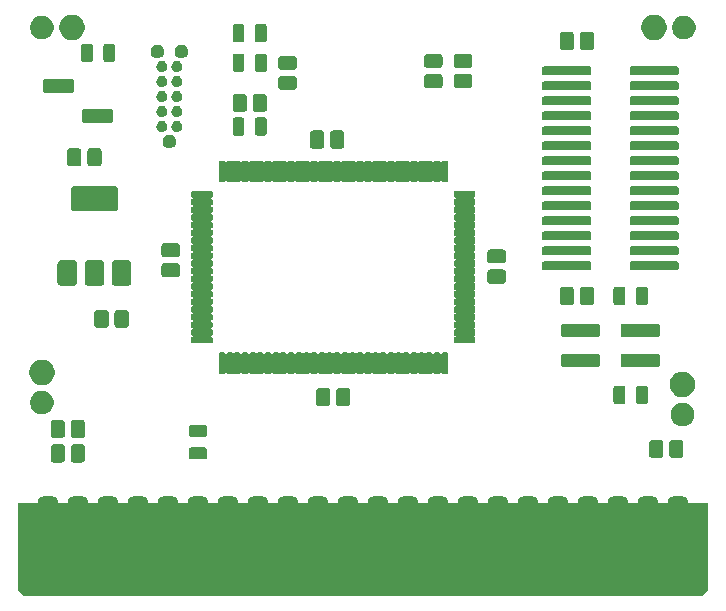
<source format=gts>
G04 #@! TF.GenerationSoftware,KiCad,Pcbnew,(5.1.2-1)-1*
G04 #@! TF.CreationDate,2019-12-08T01:00:13-05:00*
G04 #@! TF.ProjectId,C64RAM,43363452-414d-42e6-9b69-6361645f7063,rev?*
G04 #@! TF.SameCoordinates,Original*
G04 #@! TF.FileFunction,Soldermask,Top*
G04 #@! TF.FilePolarity,Negative*
%FSLAX46Y46*%
G04 Gerber Fmt 4.6, Leading zero omitted, Abs format (unit mm)*
G04 Created by KiCad (PCBNEW (5.1.2-1)-1) date 2019-12-08 01:00:13*
%MOMM*%
%LPD*%
G04 APERTURE LIST*
%ADD10C,0.100000*%
G04 APERTURE END LIST*
D10*
G36*
X161290000Y-97282000D02*
G01*
X160782000Y-97790000D01*
X103378000Y-97790000D01*
X102870000Y-97282000D01*
X102870000Y-89916000D01*
X161290000Y-89916000D01*
X161290000Y-97282000D01*
G37*
G36*
X159276355Y-89379544D02*
G01*
X159348967Y-89401570D01*
X159415881Y-89437336D01*
X159474531Y-89485469D01*
X159522664Y-89544119D01*
X159558430Y-89611033D01*
X159580456Y-89683645D01*
X159588200Y-89762267D01*
X159588200Y-96473733D01*
X159580456Y-96552355D01*
X159558430Y-96624967D01*
X159522664Y-96691881D01*
X159474531Y-96750531D01*
X159415881Y-96798664D01*
X159348967Y-96834430D01*
X159276355Y-96856456D01*
X159197733Y-96864200D01*
X158302267Y-96864200D01*
X158223645Y-96856456D01*
X158151033Y-96834430D01*
X158084119Y-96798664D01*
X158025469Y-96750531D01*
X157977336Y-96691881D01*
X157941570Y-96624967D01*
X157919544Y-96552355D01*
X157911800Y-96473733D01*
X157911800Y-89762267D01*
X157919544Y-89683645D01*
X157941570Y-89611033D01*
X157977336Y-89544119D01*
X158025469Y-89485469D01*
X158084119Y-89437336D01*
X158151033Y-89401570D01*
X158223645Y-89379544D01*
X158302267Y-89371800D01*
X159197733Y-89371800D01*
X159276355Y-89379544D01*
X159276355Y-89379544D01*
G37*
G36*
X156736355Y-89379544D02*
G01*
X156808967Y-89401570D01*
X156875881Y-89437336D01*
X156934531Y-89485469D01*
X156982664Y-89544119D01*
X157018430Y-89611033D01*
X157040456Y-89683645D01*
X157048200Y-89762267D01*
X157048200Y-96473733D01*
X157040456Y-96552355D01*
X157018430Y-96624967D01*
X156982664Y-96691881D01*
X156934531Y-96750531D01*
X156875881Y-96798664D01*
X156808967Y-96834430D01*
X156736355Y-96856456D01*
X156657733Y-96864200D01*
X155762267Y-96864200D01*
X155683645Y-96856456D01*
X155611033Y-96834430D01*
X155544119Y-96798664D01*
X155485469Y-96750531D01*
X155437336Y-96691881D01*
X155401570Y-96624967D01*
X155379544Y-96552355D01*
X155371800Y-96473733D01*
X155371800Y-89762267D01*
X155379544Y-89683645D01*
X155401570Y-89611033D01*
X155437336Y-89544119D01*
X155485469Y-89485469D01*
X155544119Y-89437336D01*
X155611033Y-89401570D01*
X155683645Y-89379544D01*
X155762267Y-89371800D01*
X156657733Y-89371800D01*
X156736355Y-89379544D01*
X156736355Y-89379544D01*
G37*
G36*
X154196355Y-89379544D02*
G01*
X154268967Y-89401570D01*
X154335881Y-89437336D01*
X154394531Y-89485469D01*
X154442664Y-89544119D01*
X154478430Y-89611033D01*
X154500456Y-89683645D01*
X154508200Y-89762267D01*
X154508200Y-96473733D01*
X154500456Y-96552355D01*
X154478430Y-96624967D01*
X154442664Y-96691881D01*
X154394531Y-96750531D01*
X154335881Y-96798664D01*
X154268967Y-96834430D01*
X154196355Y-96856456D01*
X154117733Y-96864200D01*
X153222267Y-96864200D01*
X153143645Y-96856456D01*
X153071033Y-96834430D01*
X153004119Y-96798664D01*
X152945469Y-96750531D01*
X152897336Y-96691881D01*
X152861570Y-96624967D01*
X152839544Y-96552355D01*
X152831800Y-96473733D01*
X152831800Y-89762267D01*
X152839544Y-89683645D01*
X152861570Y-89611033D01*
X152897336Y-89544119D01*
X152945469Y-89485469D01*
X153004119Y-89437336D01*
X153071033Y-89401570D01*
X153143645Y-89379544D01*
X153222267Y-89371800D01*
X154117733Y-89371800D01*
X154196355Y-89379544D01*
X154196355Y-89379544D01*
G37*
G36*
X151656355Y-89379544D02*
G01*
X151728967Y-89401570D01*
X151795881Y-89437336D01*
X151854531Y-89485469D01*
X151902664Y-89544119D01*
X151938430Y-89611033D01*
X151960456Y-89683645D01*
X151968200Y-89762267D01*
X151968200Y-96473733D01*
X151960456Y-96552355D01*
X151938430Y-96624967D01*
X151902664Y-96691881D01*
X151854531Y-96750531D01*
X151795881Y-96798664D01*
X151728967Y-96834430D01*
X151656355Y-96856456D01*
X151577733Y-96864200D01*
X150682267Y-96864200D01*
X150603645Y-96856456D01*
X150531033Y-96834430D01*
X150464119Y-96798664D01*
X150405469Y-96750531D01*
X150357336Y-96691881D01*
X150321570Y-96624967D01*
X150299544Y-96552355D01*
X150291800Y-96473733D01*
X150291800Y-89762267D01*
X150299544Y-89683645D01*
X150321570Y-89611033D01*
X150357336Y-89544119D01*
X150405469Y-89485469D01*
X150464119Y-89437336D01*
X150531033Y-89401570D01*
X150603645Y-89379544D01*
X150682267Y-89371800D01*
X151577733Y-89371800D01*
X151656355Y-89379544D01*
X151656355Y-89379544D01*
G37*
G36*
X149116355Y-89379544D02*
G01*
X149188967Y-89401570D01*
X149255881Y-89437336D01*
X149314531Y-89485469D01*
X149362664Y-89544119D01*
X149398430Y-89611033D01*
X149420456Y-89683645D01*
X149428200Y-89762267D01*
X149428200Y-96473733D01*
X149420456Y-96552355D01*
X149398430Y-96624967D01*
X149362664Y-96691881D01*
X149314531Y-96750531D01*
X149255881Y-96798664D01*
X149188967Y-96834430D01*
X149116355Y-96856456D01*
X149037733Y-96864200D01*
X148142267Y-96864200D01*
X148063645Y-96856456D01*
X147991033Y-96834430D01*
X147924119Y-96798664D01*
X147865469Y-96750531D01*
X147817336Y-96691881D01*
X147781570Y-96624967D01*
X147759544Y-96552355D01*
X147751800Y-96473733D01*
X147751800Y-89762267D01*
X147759544Y-89683645D01*
X147781570Y-89611033D01*
X147817336Y-89544119D01*
X147865469Y-89485469D01*
X147924119Y-89437336D01*
X147991033Y-89401570D01*
X148063645Y-89379544D01*
X148142267Y-89371800D01*
X149037733Y-89371800D01*
X149116355Y-89379544D01*
X149116355Y-89379544D01*
G37*
G36*
X146576355Y-89379544D02*
G01*
X146648967Y-89401570D01*
X146715881Y-89437336D01*
X146774531Y-89485469D01*
X146822664Y-89544119D01*
X146858430Y-89611033D01*
X146880456Y-89683645D01*
X146888200Y-89762267D01*
X146888200Y-96473733D01*
X146880456Y-96552355D01*
X146858430Y-96624967D01*
X146822664Y-96691881D01*
X146774531Y-96750531D01*
X146715881Y-96798664D01*
X146648967Y-96834430D01*
X146576355Y-96856456D01*
X146497733Y-96864200D01*
X145602267Y-96864200D01*
X145523645Y-96856456D01*
X145451033Y-96834430D01*
X145384119Y-96798664D01*
X145325469Y-96750531D01*
X145277336Y-96691881D01*
X145241570Y-96624967D01*
X145219544Y-96552355D01*
X145211800Y-96473733D01*
X145211800Y-89762267D01*
X145219544Y-89683645D01*
X145241570Y-89611033D01*
X145277336Y-89544119D01*
X145325469Y-89485469D01*
X145384119Y-89437336D01*
X145451033Y-89401570D01*
X145523645Y-89379544D01*
X145602267Y-89371800D01*
X146497733Y-89371800D01*
X146576355Y-89379544D01*
X146576355Y-89379544D01*
G37*
G36*
X144036355Y-89379544D02*
G01*
X144108967Y-89401570D01*
X144175881Y-89437336D01*
X144234531Y-89485469D01*
X144282664Y-89544119D01*
X144318430Y-89611033D01*
X144340456Y-89683645D01*
X144348200Y-89762267D01*
X144348200Y-96473733D01*
X144340456Y-96552355D01*
X144318430Y-96624967D01*
X144282664Y-96691881D01*
X144234531Y-96750531D01*
X144175881Y-96798664D01*
X144108967Y-96834430D01*
X144036355Y-96856456D01*
X143957733Y-96864200D01*
X143062267Y-96864200D01*
X142983645Y-96856456D01*
X142911033Y-96834430D01*
X142844119Y-96798664D01*
X142785469Y-96750531D01*
X142737336Y-96691881D01*
X142701570Y-96624967D01*
X142679544Y-96552355D01*
X142671800Y-96473733D01*
X142671800Y-89762267D01*
X142679544Y-89683645D01*
X142701570Y-89611033D01*
X142737336Y-89544119D01*
X142785469Y-89485469D01*
X142844119Y-89437336D01*
X142911033Y-89401570D01*
X142983645Y-89379544D01*
X143062267Y-89371800D01*
X143957733Y-89371800D01*
X144036355Y-89379544D01*
X144036355Y-89379544D01*
G37*
G36*
X141496355Y-89379544D02*
G01*
X141568967Y-89401570D01*
X141635881Y-89437336D01*
X141694531Y-89485469D01*
X141742664Y-89544119D01*
X141778430Y-89611033D01*
X141800456Y-89683645D01*
X141808200Y-89762267D01*
X141808200Y-96473733D01*
X141800456Y-96552355D01*
X141778430Y-96624967D01*
X141742664Y-96691881D01*
X141694531Y-96750531D01*
X141635881Y-96798664D01*
X141568967Y-96834430D01*
X141496355Y-96856456D01*
X141417733Y-96864200D01*
X140522267Y-96864200D01*
X140443645Y-96856456D01*
X140371033Y-96834430D01*
X140304119Y-96798664D01*
X140245469Y-96750531D01*
X140197336Y-96691881D01*
X140161570Y-96624967D01*
X140139544Y-96552355D01*
X140131800Y-96473733D01*
X140131800Y-89762267D01*
X140139544Y-89683645D01*
X140161570Y-89611033D01*
X140197336Y-89544119D01*
X140245469Y-89485469D01*
X140304119Y-89437336D01*
X140371033Y-89401570D01*
X140443645Y-89379544D01*
X140522267Y-89371800D01*
X141417733Y-89371800D01*
X141496355Y-89379544D01*
X141496355Y-89379544D01*
G37*
G36*
X138956355Y-89379544D02*
G01*
X139028967Y-89401570D01*
X139095881Y-89437336D01*
X139154531Y-89485469D01*
X139202664Y-89544119D01*
X139238430Y-89611033D01*
X139260456Y-89683645D01*
X139268200Y-89762267D01*
X139268200Y-96473733D01*
X139260456Y-96552355D01*
X139238430Y-96624967D01*
X139202664Y-96691881D01*
X139154531Y-96750531D01*
X139095881Y-96798664D01*
X139028967Y-96834430D01*
X138956355Y-96856456D01*
X138877733Y-96864200D01*
X137982267Y-96864200D01*
X137903645Y-96856456D01*
X137831033Y-96834430D01*
X137764119Y-96798664D01*
X137705469Y-96750531D01*
X137657336Y-96691881D01*
X137621570Y-96624967D01*
X137599544Y-96552355D01*
X137591800Y-96473733D01*
X137591800Y-89762267D01*
X137599544Y-89683645D01*
X137621570Y-89611033D01*
X137657336Y-89544119D01*
X137705469Y-89485469D01*
X137764119Y-89437336D01*
X137831033Y-89401570D01*
X137903645Y-89379544D01*
X137982267Y-89371800D01*
X138877733Y-89371800D01*
X138956355Y-89379544D01*
X138956355Y-89379544D01*
G37*
G36*
X136416355Y-89379544D02*
G01*
X136488967Y-89401570D01*
X136555881Y-89437336D01*
X136614531Y-89485469D01*
X136662664Y-89544119D01*
X136698430Y-89611033D01*
X136720456Y-89683645D01*
X136728200Y-89762267D01*
X136728200Y-96473733D01*
X136720456Y-96552355D01*
X136698430Y-96624967D01*
X136662664Y-96691881D01*
X136614531Y-96750531D01*
X136555881Y-96798664D01*
X136488967Y-96834430D01*
X136416355Y-96856456D01*
X136337733Y-96864200D01*
X135442267Y-96864200D01*
X135363645Y-96856456D01*
X135291033Y-96834430D01*
X135224119Y-96798664D01*
X135165469Y-96750531D01*
X135117336Y-96691881D01*
X135081570Y-96624967D01*
X135059544Y-96552355D01*
X135051800Y-96473733D01*
X135051800Y-89762267D01*
X135059544Y-89683645D01*
X135081570Y-89611033D01*
X135117336Y-89544119D01*
X135165469Y-89485469D01*
X135224119Y-89437336D01*
X135291033Y-89401570D01*
X135363645Y-89379544D01*
X135442267Y-89371800D01*
X136337733Y-89371800D01*
X136416355Y-89379544D01*
X136416355Y-89379544D01*
G37*
G36*
X133876355Y-89379544D02*
G01*
X133948967Y-89401570D01*
X134015881Y-89437336D01*
X134074531Y-89485469D01*
X134122664Y-89544119D01*
X134158430Y-89611033D01*
X134180456Y-89683645D01*
X134188200Y-89762267D01*
X134188200Y-96473733D01*
X134180456Y-96552355D01*
X134158430Y-96624967D01*
X134122664Y-96691881D01*
X134074531Y-96750531D01*
X134015881Y-96798664D01*
X133948967Y-96834430D01*
X133876355Y-96856456D01*
X133797733Y-96864200D01*
X132902267Y-96864200D01*
X132823645Y-96856456D01*
X132751033Y-96834430D01*
X132684119Y-96798664D01*
X132625469Y-96750531D01*
X132577336Y-96691881D01*
X132541570Y-96624967D01*
X132519544Y-96552355D01*
X132511800Y-96473733D01*
X132511800Y-89762267D01*
X132519544Y-89683645D01*
X132541570Y-89611033D01*
X132577336Y-89544119D01*
X132625469Y-89485469D01*
X132684119Y-89437336D01*
X132751033Y-89401570D01*
X132823645Y-89379544D01*
X132902267Y-89371800D01*
X133797733Y-89371800D01*
X133876355Y-89379544D01*
X133876355Y-89379544D01*
G37*
G36*
X131336355Y-89379544D02*
G01*
X131408967Y-89401570D01*
X131475881Y-89437336D01*
X131534531Y-89485469D01*
X131582664Y-89544119D01*
X131618430Y-89611033D01*
X131640456Y-89683645D01*
X131648200Y-89762267D01*
X131648200Y-96473733D01*
X131640456Y-96552355D01*
X131618430Y-96624967D01*
X131582664Y-96691881D01*
X131534531Y-96750531D01*
X131475881Y-96798664D01*
X131408967Y-96834430D01*
X131336355Y-96856456D01*
X131257733Y-96864200D01*
X130362267Y-96864200D01*
X130283645Y-96856456D01*
X130211033Y-96834430D01*
X130144119Y-96798664D01*
X130085469Y-96750531D01*
X130037336Y-96691881D01*
X130001570Y-96624967D01*
X129979544Y-96552355D01*
X129971800Y-96473733D01*
X129971800Y-89762267D01*
X129979544Y-89683645D01*
X130001570Y-89611033D01*
X130037336Y-89544119D01*
X130085469Y-89485469D01*
X130144119Y-89437336D01*
X130211033Y-89401570D01*
X130283645Y-89379544D01*
X130362267Y-89371800D01*
X131257733Y-89371800D01*
X131336355Y-89379544D01*
X131336355Y-89379544D01*
G37*
G36*
X128796355Y-89379544D02*
G01*
X128868967Y-89401570D01*
X128935881Y-89437336D01*
X128994531Y-89485469D01*
X129042664Y-89544119D01*
X129078430Y-89611033D01*
X129100456Y-89683645D01*
X129108200Y-89762267D01*
X129108200Y-96473733D01*
X129100456Y-96552355D01*
X129078430Y-96624967D01*
X129042664Y-96691881D01*
X128994531Y-96750531D01*
X128935881Y-96798664D01*
X128868967Y-96834430D01*
X128796355Y-96856456D01*
X128717733Y-96864200D01*
X127822267Y-96864200D01*
X127743645Y-96856456D01*
X127671033Y-96834430D01*
X127604119Y-96798664D01*
X127545469Y-96750531D01*
X127497336Y-96691881D01*
X127461570Y-96624967D01*
X127439544Y-96552355D01*
X127431800Y-96473733D01*
X127431800Y-89762267D01*
X127439544Y-89683645D01*
X127461570Y-89611033D01*
X127497336Y-89544119D01*
X127545469Y-89485469D01*
X127604119Y-89437336D01*
X127671033Y-89401570D01*
X127743645Y-89379544D01*
X127822267Y-89371800D01*
X128717733Y-89371800D01*
X128796355Y-89379544D01*
X128796355Y-89379544D01*
G37*
G36*
X126256355Y-89379544D02*
G01*
X126328967Y-89401570D01*
X126395881Y-89437336D01*
X126454531Y-89485469D01*
X126502664Y-89544119D01*
X126538430Y-89611033D01*
X126560456Y-89683645D01*
X126568200Y-89762267D01*
X126568200Y-96473733D01*
X126560456Y-96552355D01*
X126538430Y-96624967D01*
X126502664Y-96691881D01*
X126454531Y-96750531D01*
X126395881Y-96798664D01*
X126328967Y-96834430D01*
X126256355Y-96856456D01*
X126177733Y-96864200D01*
X125282267Y-96864200D01*
X125203645Y-96856456D01*
X125131033Y-96834430D01*
X125064119Y-96798664D01*
X125005469Y-96750531D01*
X124957336Y-96691881D01*
X124921570Y-96624967D01*
X124899544Y-96552355D01*
X124891800Y-96473733D01*
X124891800Y-89762267D01*
X124899544Y-89683645D01*
X124921570Y-89611033D01*
X124957336Y-89544119D01*
X125005469Y-89485469D01*
X125064119Y-89437336D01*
X125131033Y-89401570D01*
X125203645Y-89379544D01*
X125282267Y-89371800D01*
X126177733Y-89371800D01*
X126256355Y-89379544D01*
X126256355Y-89379544D01*
G37*
G36*
X123716355Y-89379544D02*
G01*
X123788967Y-89401570D01*
X123855881Y-89437336D01*
X123914531Y-89485469D01*
X123962664Y-89544119D01*
X123998430Y-89611033D01*
X124020456Y-89683645D01*
X124028200Y-89762267D01*
X124028200Y-96473733D01*
X124020456Y-96552355D01*
X123998430Y-96624967D01*
X123962664Y-96691881D01*
X123914531Y-96750531D01*
X123855881Y-96798664D01*
X123788967Y-96834430D01*
X123716355Y-96856456D01*
X123637733Y-96864200D01*
X122742267Y-96864200D01*
X122663645Y-96856456D01*
X122591033Y-96834430D01*
X122524119Y-96798664D01*
X122465469Y-96750531D01*
X122417336Y-96691881D01*
X122381570Y-96624967D01*
X122359544Y-96552355D01*
X122351800Y-96473733D01*
X122351800Y-89762267D01*
X122359544Y-89683645D01*
X122381570Y-89611033D01*
X122417336Y-89544119D01*
X122465469Y-89485469D01*
X122524119Y-89437336D01*
X122591033Y-89401570D01*
X122663645Y-89379544D01*
X122742267Y-89371800D01*
X123637733Y-89371800D01*
X123716355Y-89379544D01*
X123716355Y-89379544D01*
G37*
G36*
X121176355Y-89379544D02*
G01*
X121248967Y-89401570D01*
X121315881Y-89437336D01*
X121374531Y-89485469D01*
X121422664Y-89544119D01*
X121458430Y-89611033D01*
X121480456Y-89683645D01*
X121488200Y-89762267D01*
X121488200Y-96473733D01*
X121480456Y-96552355D01*
X121458430Y-96624967D01*
X121422664Y-96691881D01*
X121374531Y-96750531D01*
X121315881Y-96798664D01*
X121248967Y-96834430D01*
X121176355Y-96856456D01*
X121097733Y-96864200D01*
X120202267Y-96864200D01*
X120123645Y-96856456D01*
X120051033Y-96834430D01*
X119984119Y-96798664D01*
X119925469Y-96750531D01*
X119877336Y-96691881D01*
X119841570Y-96624967D01*
X119819544Y-96552355D01*
X119811800Y-96473733D01*
X119811800Y-89762267D01*
X119819544Y-89683645D01*
X119841570Y-89611033D01*
X119877336Y-89544119D01*
X119925469Y-89485469D01*
X119984119Y-89437336D01*
X120051033Y-89401570D01*
X120123645Y-89379544D01*
X120202267Y-89371800D01*
X121097733Y-89371800D01*
X121176355Y-89379544D01*
X121176355Y-89379544D01*
G37*
G36*
X118636355Y-89379544D02*
G01*
X118708967Y-89401570D01*
X118775881Y-89437336D01*
X118834531Y-89485469D01*
X118882664Y-89544119D01*
X118918430Y-89611033D01*
X118940456Y-89683645D01*
X118948200Y-89762267D01*
X118948200Y-96473733D01*
X118940456Y-96552355D01*
X118918430Y-96624967D01*
X118882664Y-96691881D01*
X118834531Y-96750531D01*
X118775881Y-96798664D01*
X118708967Y-96834430D01*
X118636355Y-96856456D01*
X118557733Y-96864200D01*
X117662267Y-96864200D01*
X117583645Y-96856456D01*
X117511033Y-96834430D01*
X117444119Y-96798664D01*
X117385469Y-96750531D01*
X117337336Y-96691881D01*
X117301570Y-96624967D01*
X117279544Y-96552355D01*
X117271800Y-96473733D01*
X117271800Y-89762267D01*
X117279544Y-89683645D01*
X117301570Y-89611033D01*
X117337336Y-89544119D01*
X117385469Y-89485469D01*
X117444119Y-89437336D01*
X117511033Y-89401570D01*
X117583645Y-89379544D01*
X117662267Y-89371800D01*
X118557733Y-89371800D01*
X118636355Y-89379544D01*
X118636355Y-89379544D01*
G37*
G36*
X116096355Y-89379544D02*
G01*
X116168967Y-89401570D01*
X116235881Y-89437336D01*
X116294531Y-89485469D01*
X116342664Y-89544119D01*
X116378430Y-89611033D01*
X116400456Y-89683645D01*
X116408200Y-89762267D01*
X116408200Y-96473733D01*
X116400456Y-96552355D01*
X116378430Y-96624967D01*
X116342664Y-96691881D01*
X116294531Y-96750531D01*
X116235881Y-96798664D01*
X116168967Y-96834430D01*
X116096355Y-96856456D01*
X116017733Y-96864200D01*
X115122267Y-96864200D01*
X115043645Y-96856456D01*
X114971033Y-96834430D01*
X114904119Y-96798664D01*
X114845469Y-96750531D01*
X114797336Y-96691881D01*
X114761570Y-96624967D01*
X114739544Y-96552355D01*
X114731800Y-96473733D01*
X114731800Y-89762267D01*
X114739544Y-89683645D01*
X114761570Y-89611033D01*
X114797336Y-89544119D01*
X114845469Y-89485469D01*
X114904119Y-89437336D01*
X114971033Y-89401570D01*
X115043645Y-89379544D01*
X115122267Y-89371800D01*
X116017733Y-89371800D01*
X116096355Y-89379544D01*
X116096355Y-89379544D01*
G37*
G36*
X113556355Y-89379544D02*
G01*
X113628967Y-89401570D01*
X113695881Y-89437336D01*
X113754531Y-89485469D01*
X113802664Y-89544119D01*
X113838430Y-89611033D01*
X113860456Y-89683645D01*
X113868200Y-89762267D01*
X113868200Y-96473733D01*
X113860456Y-96552355D01*
X113838430Y-96624967D01*
X113802664Y-96691881D01*
X113754531Y-96750531D01*
X113695881Y-96798664D01*
X113628967Y-96834430D01*
X113556355Y-96856456D01*
X113477733Y-96864200D01*
X112582267Y-96864200D01*
X112503645Y-96856456D01*
X112431033Y-96834430D01*
X112364119Y-96798664D01*
X112305469Y-96750531D01*
X112257336Y-96691881D01*
X112221570Y-96624967D01*
X112199544Y-96552355D01*
X112191800Y-96473733D01*
X112191800Y-89762267D01*
X112199544Y-89683645D01*
X112221570Y-89611033D01*
X112257336Y-89544119D01*
X112305469Y-89485469D01*
X112364119Y-89437336D01*
X112431033Y-89401570D01*
X112503645Y-89379544D01*
X112582267Y-89371800D01*
X113477733Y-89371800D01*
X113556355Y-89379544D01*
X113556355Y-89379544D01*
G37*
G36*
X111016355Y-89379544D02*
G01*
X111088967Y-89401570D01*
X111155881Y-89437336D01*
X111214531Y-89485469D01*
X111262664Y-89544119D01*
X111298430Y-89611033D01*
X111320456Y-89683645D01*
X111328200Y-89762267D01*
X111328200Y-96473733D01*
X111320456Y-96552355D01*
X111298430Y-96624967D01*
X111262664Y-96691881D01*
X111214531Y-96750531D01*
X111155881Y-96798664D01*
X111088967Y-96834430D01*
X111016355Y-96856456D01*
X110937733Y-96864200D01*
X110042267Y-96864200D01*
X109963645Y-96856456D01*
X109891033Y-96834430D01*
X109824119Y-96798664D01*
X109765469Y-96750531D01*
X109717336Y-96691881D01*
X109681570Y-96624967D01*
X109659544Y-96552355D01*
X109651800Y-96473733D01*
X109651800Y-89762267D01*
X109659544Y-89683645D01*
X109681570Y-89611033D01*
X109717336Y-89544119D01*
X109765469Y-89485469D01*
X109824119Y-89437336D01*
X109891033Y-89401570D01*
X109963645Y-89379544D01*
X110042267Y-89371800D01*
X110937733Y-89371800D01*
X111016355Y-89379544D01*
X111016355Y-89379544D01*
G37*
G36*
X108476355Y-89379544D02*
G01*
X108548967Y-89401570D01*
X108615881Y-89437336D01*
X108674531Y-89485469D01*
X108722664Y-89544119D01*
X108758430Y-89611033D01*
X108780456Y-89683645D01*
X108788200Y-89762267D01*
X108788200Y-96473733D01*
X108780456Y-96552355D01*
X108758430Y-96624967D01*
X108722664Y-96691881D01*
X108674531Y-96750531D01*
X108615881Y-96798664D01*
X108548967Y-96834430D01*
X108476355Y-96856456D01*
X108397733Y-96864200D01*
X107502267Y-96864200D01*
X107423645Y-96856456D01*
X107351033Y-96834430D01*
X107284119Y-96798664D01*
X107225469Y-96750531D01*
X107177336Y-96691881D01*
X107141570Y-96624967D01*
X107119544Y-96552355D01*
X107111800Y-96473733D01*
X107111800Y-89762267D01*
X107119544Y-89683645D01*
X107141570Y-89611033D01*
X107177336Y-89544119D01*
X107225469Y-89485469D01*
X107284119Y-89437336D01*
X107351033Y-89401570D01*
X107423645Y-89379544D01*
X107502267Y-89371800D01*
X108397733Y-89371800D01*
X108476355Y-89379544D01*
X108476355Y-89379544D01*
G37*
G36*
X105936355Y-89379544D02*
G01*
X106008967Y-89401570D01*
X106075881Y-89437336D01*
X106134531Y-89485469D01*
X106182664Y-89544119D01*
X106218430Y-89611033D01*
X106240456Y-89683645D01*
X106248200Y-89762267D01*
X106248200Y-96473733D01*
X106240456Y-96552355D01*
X106218430Y-96624967D01*
X106182664Y-96691881D01*
X106134531Y-96750531D01*
X106075881Y-96798664D01*
X106008967Y-96834430D01*
X105936355Y-96856456D01*
X105857733Y-96864200D01*
X104962267Y-96864200D01*
X104883645Y-96856456D01*
X104811033Y-96834430D01*
X104744119Y-96798664D01*
X104685469Y-96750531D01*
X104637336Y-96691881D01*
X104601570Y-96624967D01*
X104579544Y-96552355D01*
X104571800Y-96473733D01*
X104571800Y-89762267D01*
X104579544Y-89683645D01*
X104601570Y-89611033D01*
X104637336Y-89544119D01*
X104685469Y-89485469D01*
X104744119Y-89437336D01*
X104811033Y-89401570D01*
X104883645Y-89379544D01*
X104962267Y-89371800D01*
X105857733Y-89371800D01*
X105936355Y-89379544D01*
X105936355Y-89379544D01*
G37*
G36*
X108334737Y-84954267D02*
G01*
X108385119Y-84969550D01*
X108431546Y-84994366D01*
X108472239Y-85027761D01*
X108505634Y-85068454D01*
X108530450Y-85114881D01*
X108545733Y-85165263D01*
X108551200Y-85220767D01*
X108551200Y-86229233D01*
X108545733Y-86284737D01*
X108530450Y-86335119D01*
X108505634Y-86381546D01*
X108472239Y-86422239D01*
X108431546Y-86455634D01*
X108385119Y-86480450D01*
X108334737Y-86495733D01*
X108279233Y-86501200D01*
X107620767Y-86501200D01*
X107565263Y-86495733D01*
X107514881Y-86480450D01*
X107468454Y-86455634D01*
X107427761Y-86422239D01*
X107394366Y-86381546D01*
X107369550Y-86335119D01*
X107354267Y-86284737D01*
X107348800Y-86229233D01*
X107348800Y-85220767D01*
X107354267Y-85165263D01*
X107369550Y-85114881D01*
X107394366Y-85068454D01*
X107427761Y-85027761D01*
X107468454Y-84994366D01*
X107514881Y-84969550D01*
X107565263Y-84954267D01*
X107620767Y-84948800D01*
X108279233Y-84948800D01*
X108334737Y-84954267D01*
X108334737Y-84954267D01*
G37*
G36*
X106634737Y-84954267D02*
G01*
X106685119Y-84969550D01*
X106731546Y-84994366D01*
X106772239Y-85027761D01*
X106805634Y-85068454D01*
X106830450Y-85114881D01*
X106845733Y-85165263D01*
X106851200Y-85220767D01*
X106851200Y-86229233D01*
X106845733Y-86284737D01*
X106830450Y-86335119D01*
X106805634Y-86381546D01*
X106772239Y-86422239D01*
X106731546Y-86455634D01*
X106685119Y-86480450D01*
X106634737Y-86495733D01*
X106579233Y-86501200D01*
X105920767Y-86501200D01*
X105865263Y-86495733D01*
X105814881Y-86480450D01*
X105768454Y-86455634D01*
X105727761Y-86422239D01*
X105694366Y-86381546D01*
X105669550Y-86335119D01*
X105654267Y-86284737D01*
X105648800Y-86229233D01*
X105648800Y-85220767D01*
X105654267Y-85165263D01*
X105669550Y-85114881D01*
X105694366Y-85068454D01*
X105727761Y-85027761D01*
X105768454Y-84994366D01*
X105814881Y-84969550D01*
X105865263Y-84954267D01*
X105920767Y-84948800D01*
X106579233Y-84948800D01*
X106634737Y-84954267D01*
X106634737Y-84954267D01*
G37*
G36*
X118709986Y-85228306D02*
G01*
X118750980Y-85240742D01*
X118788767Y-85260939D01*
X118821883Y-85288117D01*
X118849061Y-85321233D01*
X118869258Y-85359020D01*
X118881694Y-85400014D01*
X118886200Y-85445767D01*
X118886200Y-86004233D01*
X118881694Y-86049986D01*
X118869258Y-86090980D01*
X118849061Y-86128767D01*
X118821883Y-86161883D01*
X118788767Y-86189061D01*
X118750980Y-86209258D01*
X118709986Y-86221694D01*
X118664233Y-86226200D01*
X117555767Y-86226200D01*
X117510014Y-86221694D01*
X117469020Y-86209258D01*
X117431233Y-86189061D01*
X117398117Y-86161883D01*
X117370939Y-86128767D01*
X117350742Y-86090980D01*
X117338306Y-86049986D01*
X117333800Y-86004233D01*
X117333800Y-85445767D01*
X117338306Y-85400014D01*
X117350742Y-85359020D01*
X117370939Y-85321233D01*
X117398117Y-85288117D01*
X117431233Y-85260939D01*
X117469020Y-85240742D01*
X117510014Y-85228306D01*
X117555767Y-85223800D01*
X118664233Y-85223800D01*
X118709986Y-85228306D01*
X118709986Y-85228306D01*
G37*
G36*
X159007737Y-84573267D02*
G01*
X159058119Y-84588550D01*
X159104546Y-84613366D01*
X159145239Y-84646761D01*
X159178634Y-84687454D01*
X159203450Y-84733881D01*
X159218733Y-84784263D01*
X159224200Y-84839767D01*
X159224200Y-85848233D01*
X159218733Y-85903737D01*
X159203450Y-85954119D01*
X159178634Y-86000546D01*
X159145239Y-86041239D01*
X159104546Y-86074634D01*
X159058119Y-86099450D01*
X159007737Y-86114733D01*
X158952233Y-86120200D01*
X158293767Y-86120200D01*
X158238263Y-86114733D01*
X158187881Y-86099450D01*
X158141454Y-86074634D01*
X158100761Y-86041239D01*
X158067366Y-86000546D01*
X158042550Y-85954119D01*
X158027267Y-85903737D01*
X158021800Y-85848233D01*
X158021800Y-84839767D01*
X158027267Y-84784263D01*
X158042550Y-84733881D01*
X158067366Y-84687454D01*
X158100761Y-84646761D01*
X158141454Y-84613366D01*
X158187881Y-84588550D01*
X158238263Y-84573267D01*
X158293767Y-84567800D01*
X158952233Y-84567800D01*
X159007737Y-84573267D01*
X159007737Y-84573267D01*
G37*
G36*
X157307737Y-84573267D02*
G01*
X157358119Y-84588550D01*
X157404546Y-84613366D01*
X157445239Y-84646761D01*
X157478634Y-84687454D01*
X157503450Y-84733881D01*
X157518733Y-84784263D01*
X157524200Y-84839767D01*
X157524200Y-85848233D01*
X157518733Y-85903737D01*
X157503450Y-85954119D01*
X157478634Y-86000546D01*
X157445239Y-86041239D01*
X157404546Y-86074634D01*
X157358119Y-86099450D01*
X157307737Y-86114733D01*
X157252233Y-86120200D01*
X156593767Y-86120200D01*
X156538263Y-86114733D01*
X156487881Y-86099450D01*
X156441454Y-86074634D01*
X156400761Y-86041239D01*
X156367366Y-86000546D01*
X156342550Y-85954119D01*
X156327267Y-85903737D01*
X156321800Y-85848233D01*
X156321800Y-84839767D01*
X156327267Y-84784263D01*
X156342550Y-84733881D01*
X156367366Y-84687454D01*
X156400761Y-84646761D01*
X156441454Y-84613366D01*
X156487881Y-84588550D01*
X156538263Y-84573267D01*
X156593767Y-84567800D01*
X157252233Y-84567800D01*
X157307737Y-84573267D01*
X157307737Y-84573267D01*
G37*
G36*
X108334737Y-82879267D02*
G01*
X108385119Y-82894550D01*
X108431546Y-82919366D01*
X108472239Y-82952761D01*
X108505634Y-82993454D01*
X108530450Y-83039881D01*
X108545733Y-83090263D01*
X108551200Y-83145767D01*
X108551200Y-84154233D01*
X108545733Y-84209737D01*
X108530450Y-84260119D01*
X108505634Y-84306546D01*
X108472239Y-84347239D01*
X108431546Y-84380634D01*
X108385119Y-84405450D01*
X108334737Y-84420733D01*
X108279233Y-84426200D01*
X107620767Y-84426200D01*
X107565263Y-84420733D01*
X107514881Y-84405450D01*
X107468454Y-84380634D01*
X107427761Y-84347239D01*
X107394366Y-84306546D01*
X107369550Y-84260119D01*
X107354267Y-84209737D01*
X107348800Y-84154233D01*
X107348800Y-83145767D01*
X107354267Y-83090263D01*
X107369550Y-83039881D01*
X107394366Y-82993454D01*
X107427761Y-82952761D01*
X107468454Y-82919366D01*
X107514881Y-82894550D01*
X107565263Y-82879267D01*
X107620767Y-82873800D01*
X108279233Y-82873800D01*
X108334737Y-82879267D01*
X108334737Y-82879267D01*
G37*
G36*
X106634737Y-82879267D02*
G01*
X106685119Y-82894550D01*
X106731546Y-82919366D01*
X106772239Y-82952761D01*
X106805634Y-82993454D01*
X106830450Y-83039881D01*
X106845733Y-83090263D01*
X106851200Y-83145767D01*
X106851200Y-84154233D01*
X106845733Y-84209737D01*
X106830450Y-84260119D01*
X106805634Y-84306546D01*
X106772239Y-84347239D01*
X106731546Y-84380634D01*
X106685119Y-84405450D01*
X106634737Y-84420733D01*
X106579233Y-84426200D01*
X105920767Y-84426200D01*
X105865263Y-84420733D01*
X105814881Y-84405450D01*
X105768454Y-84380634D01*
X105727761Y-84347239D01*
X105694366Y-84306546D01*
X105669550Y-84260119D01*
X105654267Y-84209737D01*
X105648800Y-84154233D01*
X105648800Y-83145767D01*
X105654267Y-83090263D01*
X105669550Y-83039881D01*
X105694366Y-82993454D01*
X105727761Y-82952761D01*
X105768454Y-82919366D01*
X105814881Y-82894550D01*
X105865263Y-82879267D01*
X105920767Y-82873800D01*
X106579233Y-82873800D01*
X106634737Y-82879267D01*
X106634737Y-82879267D01*
G37*
G36*
X118709986Y-83328306D02*
G01*
X118750980Y-83340742D01*
X118788767Y-83360939D01*
X118821883Y-83388117D01*
X118849061Y-83421233D01*
X118869258Y-83459020D01*
X118881694Y-83500014D01*
X118886200Y-83545767D01*
X118886200Y-84104233D01*
X118881694Y-84149986D01*
X118869258Y-84190980D01*
X118849061Y-84228767D01*
X118821883Y-84261883D01*
X118788767Y-84289061D01*
X118750980Y-84309258D01*
X118709986Y-84321694D01*
X118664233Y-84326200D01*
X117555767Y-84326200D01*
X117510014Y-84321694D01*
X117469020Y-84309258D01*
X117431233Y-84289061D01*
X117398117Y-84261883D01*
X117370939Y-84228767D01*
X117350742Y-84190980D01*
X117338306Y-84149986D01*
X117333800Y-84104233D01*
X117333800Y-83545767D01*
X117338306Y-83500014D01*
X117350742Y-83459020D01*
X117370939Y-83421233D01*
X117398117Y-83388117D01*
X117431233Y-83360939D01*
X117469020Y-83340742D01*
X117510014Y-83328306D01*
X117555767Y-83323800D01*
X118664233Y-83323800D01*
X118709986Y-83328306D01*
X118709986Y-83328306D01*
G37*
G36*
X159422692Y-81461429D02*
G01*
X159604679Y-81536811D01*
X159768458Y-81646245D01*
X159768460Y-81646247D01*
X159768463Y-81646249D01*
X159907751Y-81785537D01*
X159907753Y-81785540D01*
X159907755Y-81785542D01*
X160017189Y-81949321D01*
X160092571Y-82131308D01*
X160131000Y-82324509D01*
X160131000Y-82521491D01*
X160092571Y-82714692D01*
X160017189Y-82896679D01*
X159907755Y-83060458D01*
X159907753Y-83060460D01*
X159907751Y-83060463D01*
X159768463Y-83199751D01*
X159768460Y-83199753D01*
X159768458Y-83199755D01*
X159604679Y-83309189D01*
X159422692Y-83384571D01*
X159229491Y-83423000D01*
X159032509Y-83423000D01*
X158839308Y-83384571D01*
X158657321Y-83309189D01*
X158493542Y-83199755D01*
X158493540Y-83199753D01*
X158493537Y-83199751D01*
X158354249Y-83060463D01*
X158354247Y-83060460D01*
X158354245Y-83060458D01*
X158244811Y-82896679D01*
X158169429Y-82714692D01*
X158131000Y-82521491D01*
X158131000Y-82324509D01*
X158169429Y-82131308D01*
X158244811Y-81949321D01*
X158354245Y-81785542D01*
X158354247Y-81785540D01*
X158354249Y-81785537D01*
X158493537Y-81646249D01*
X158493540Y-81646247D01*
X158493542Y-81646245D01*
X158657321Y-81536811D01*
X158839308Y-81461429D01*
X159032509Y-81423000D01*
X159229491Y-81423000D01*
X159422692Y-81461429D01*
X159422692Y-81461429D01*
G37*
G36*
X105193692Y-80445429D02*
G01*
X105375679Y-80520811D01*
X105539458Y-80630245D01*
X105539460Y-80630247D01*
X105539463Y-80630249D01*
X105678751Y-80769537D01*
X105678753Y-80769540D01*
X105678755Y-80769542D01*
X105788189Y-80933321D01*
X105863571Y-81115308D01*
X105902000Y-81308509D01*
X105902000Y-81505491D01*
X105863571Y-81698692D01*
X105788189Y-81880679D01*
X105678755Y-82044458D01*
X105678753Y-82044460D01*
X105678751Y-82044463D01*
X105539463Y-82183751D01*
X105539460Y-82183753D01*
X105539458Y-82183755D01*
X105375679Y-82293189D01*
X105193692Y-82368571D01*
X105000491Y-82407000D01*
X104803509Y-82407000D01*
X104610308Y-82368571D01*
X104428321Y-82293189D01*
X104264542Y-82183755D01*
X104264540Y-82183753D01*
X104264537Y-82183751D01*
X104125249Y-82044463D01*
X104125247Y-82044460D01*
X104125245Y-82044458D01*
X104015811Y-81880679D01*
X103940429Y-81698692D01*
X103902000Y-81505491D01*
X103902000Y-81308509D01*
X103940429Y-81115308D01*
X104015811Y-80933321D01*
X104125245Y-80769542D01*
X104125247Y-80769540D01*
X104125249Y-80769537D01*
X104264537Y-80630249D01*
X104264540Y-80630247D01*
X104264542Y-80630245D01*
X104428321Y-80520811D01*
X104610308Y-80445429D01*
X104803509Y-80407000D01*
X105000491Y-80407000D01*
X105193692Y-80445429D01*
X105193692Y-80445429D01*
G37*
G36*
X130809737Y-80179267D02*
G01*
X130860119Y-80194550D01*
X130906546Y-80219366D01*
X130947239Y-80252761D01*
X130980634Y-80293454D01*
X131005450Y-80339881D01*
X131020733Y-80390263D01*
X131026200Y-80445767D01*
X131026200Y-81454233D01*
X131020733Y-81509737D01*
X131005450Y-81560119D01*
X130980634Y-81606546D01*
X130947239Y-81647239D01*
X130906546Y-81680634D01*
X130860119Y-81705450D01*
X130809737Y-81720733D01*
X130754233Y-81726200D01*
X130095767Y-81726200D01*
X130040263Y-81720733D01*
X129989881Y-81705450D01*
X129943454Y-81680634D01*
X129902761Y-81647239D01*
X129869366Y-81606546D01*
X129844550Y-81560119D01*
X129829267Y-81509737D01*
X129823800Y-81454233D01*
X129823800Y-80445767D01*
X129829267Y-80390263D01*
X129844550Y-80339881D01*
X129869366Y-80293454D01*
X129902761Y-80252761D01*
X129943454Y-80219366D01*
X129989881Y-80194550D01*
X130040263Y-80179267D01*
X130095767Y-80173800D01*
X130754233Y-80173800D01*
X130809737Y-80179267D01*
X130809737Y-80179267D01*
G37*
G36*
X129109737Y-80179267D02*
G01*
X129160119Y-80194550D01*
X129206546Y-80219366D01*
X129247239Y-80252761D01*
X129280634Y-80293454D01*
X129305450Y-80339881D01*
X129320733Y-80390263D01*
X129326200Y-80445767D01*
X129326200Y-81454233D01*
X129320733Y-81509737D01*
X129305450Y-81560119D01*
X129280634Y-81606546D01*
X129247239Y-81647239D01*
X129206546Y-81680634D01*
X129160119Y-81705450D01*
X129109737Y-81720733D01*
X129054233Y-81726200D01*
X128395767Y-81726200D01*
X128340263Y-81720733D01*
X128289881Y-81705450D01*
X128243454Y-81680634D01*
X128202761Y-81647239D01*
X128169366Y-81606546D01*
X128144550Y-81560119D01*
X128129267Y-81509737D01*
X128123800Y-81454233D01*
X128123800Y-80445767D01*
X128129267Y-80390263D01*
X128144550Y-80339881D01*
X128169366Y-80293454D01*
X128202761Y-80252761D01*
X128243454Y-80219366D01*
X128289881Y-80194550D01*
X128340263Y-80179267D01*
X128395767Y-80173800D01*
X129054233Y-80173800D01*
X129109737Y-80179267D01*
X129109737Y-80179267D01*
G37*
G36*
X156021986Y-80000306D02*
G01*
X156062980Y-80012742D01*
X156100767Y-80032939D01*
X156133883Y-80060117D01*
X156161061Y-80093233D01*
X156181258Y-80131020D01*
X156193694Y-80172014D01*
X156198200Y-80217767D01*
X156198200Y-81326233D01*
X156193694Y-81371986D01*
X156181258Y-81412980D01*
X156161061Y-81450767D01*
X156133883Y-81483883D01*
X156100767Y-81511061D01*
X156062980Y-81531258D01*
X156021986Y-81543694D01*
X155976233Y-81548200D01*
X155417767Y-81548200D01*
X155372014Y-81543694D01*
X155331020Y-81531258D01*
X155293233Y-81511061D01*
X155260117Y-81483883D01*
X155232939Y-81450767D01*
X155212742Y-81412980D01*
X155200306Y-81371986D01*
X155195800Y-81326233D01*
X155195800Y-80217767D01*
X155200306Y-80172014D01*
X155212742Y-80131020D01*
X155232939Y-80093233D01*
X155260117Y-80060117D01*
X155293233Y-80032939D01*
X155331020Y-80012742D01*
X155372014Y-80000306D01*
X155417767Y-79995800D01*
X155976233Y-79995800D01*
X156021986Y-80000306D01*
X156021986Y-80000306D01*
G37*
G36*
X154121986Y-80000306D02*
G01*
X154162980Y-80012742D01*
X154200767Y-80032939D01*
X154233883Y-80060117D01*
X154261061Y-80093233D01*
X154281258Y-80131020D01*
X154293694Y-80172014D01*
X154298200Y-80217767D01*
X154298200Y-81326233D01*
X154293694Y-81371986D01*
X154281258Y-81412980D01*
X154261061Y-81450767D01*
X154233883Y-81483883D01*
X154200767Y-81511061D01*
X154162980Y-81531258D01*
X154121986Y-81543694D01*
X154076233Y-81548200D01*
X153517767Y-81548200D01*
X153472014Y-81543694D01*
X153431020Y-81531258D01*
X153393233Y-81511061D01*
X153360117Y-81483883D01*
X153332939Y-81450767D01*
X153312742Y-81412980D01*
X153300306Y-81371986D01*
X153295800Y-81326233D01*
X153295800Y-80217767D01*
X153300306Y-80172014D01*
X153312742Y-80131020D01*
X153332939Y-80093233D01*
X153360117Y-80060117D01*
X153393233Y-80032939D01*
X153431020Y-80012742D01*
X153472014Y-80000306D01*
X153517767Y-79995800D01*
X154076233Y-79995800D01*
X154121986Y-80000306D01*
X154121986Y-80000306D01*
G37*
G36*
X159444914Y-78848157D02*
G01*
X159640777Y-78929286D01*
X159817033Y-79047057D01*
X159966943Y-79196967D01*
X160084714Y-79373223D01*
X160165843Y-79569086D01*
X160207200Y-79777004D01*
X160207200Y-79988996D01*
X160165843Y-80196914D01*
X160084714Y-80392777D01*
X159966943Y-80569033D01*
X159817033Y-80718943D01*
X159640777Y-80836714D01*
X159444914Y-80917843D01*
X159236996Y-80959200D01*
X159025004Y-80959200D01*
X158817086Y-80917843D01*
X158621223Y-80836714D01*
X158444967Y-80718943D01*
X158295057Y-80569033D01*
X158177286Y-80392777D01*
X158096157Y-80196914D01*
X158054800Y-79988996D01*
X158054800Y-79777004D01*
X158096157Y-79569086D01*
X158177286Y-79373223D01*
X158295057Y-79196967D01*
X158444967Y-79047057D01*
X158621223Y-78929286D01*
X158817086Y-78848157D01*
X159025004Y-78806800D01*
X159236996Y-78806800D01*
X159444914Y-78848157D01*
X159444914Y-78848157D01*
G37*
G36*
X105215914Y-77832157D02*
G01*
X105411777Y-77913286D01*
X105588033Y-78031057D01*
X105737943Y-78180967D01*
X105855714Y-78357223D01*
X105936843Y-78553086D01*
X105978200Y-78761004D01*
X105978200Y-78972996D01*
X105936843Y-79180914D01*
X105855714Y-79376777D01*
X105737943Y-79553033D01*
X105588033Y-79702943D01*
X105411777Y-79820714D01*
X105215914Y-79901843D01*
X105007996Y-79943200D01*
X104796004Y-79943200D01*
X104588086Y-79901843D01*
X104392223Y-79820714D01*
X104215967Y-79702943D01*
X104066057Y-79553033D01*
X103948286Y-79376777D01*
X103867157Y-79180914D01*
X103825800Y-78972996D01*
X103825800Y-78761004D01*
X103867157Y-78553086D01*
X103948286Y-78357223D01*
X104066057Y-78180967D01*
X104215967Y-78031057D01*
X104392223Y-77913286D01*
X104588086Y-77832157D01*
X104796004Y-77790800D01*
X105007996Y-77790800D01*
X105215914Y-77832157D01*
X105215914Y-77832157D01*
G37*
G36*
X120332711Y-77189119D02*
G01*
X120351372Y-77194779D01*
X120368575Y-77203975D01*
X120383652Y-77216348D01*
X120396025Y-77231425D01*
X120405221Y-77248628D01*
X120410881Y-77267289D01*
X120411807Y-77276691D01*
X120414235Y-77288899D01*
X120418999Y-77300400D01*
X120425915Y-77310750D01*
X120434717Y-77319552D01*
X120445067Y-77326467D01*
X120456568Y-77331231D01*
X120468777Y-77333659D01*
X120481225Y-77333659D01*
X120493433Y-77331231D01*
X120504934Y-77326467D01*
X120515284Y-77319551D01*
X120524086Y-77310749D01*
X120531001Y-77300399D01*
X120535765Y-77288898D01*
X120538193Y-77276691D01*
X120539119Y-77267289D01*
X120544779Y-77248628D01*
X120553975Y-77231425D01*
X120566348Y-77216348D01*
X120581425Y-77203975D01*
X120598628Y-77194779D01*
X120617289Y-77189119D01*
X120639818Y-77186900D01*
X120960182Y-77186900D01*
X120982711Y-77189119D01*
X121001372Y-77194779D01*
X121018575Y-77203975D01*
X121033652Y-77216348D01*
X121046025Y-77231425D01*
X121055221Y-77248628D01*
X121060881Y-77267289D01*
X121061807Y-77276691D01*
X121064235Y-77288899D01*
X121068999Y-77300400D01*
X121075915Y-77310750D01*
X121084717Y-77319552D01*
X121095067Y-77326467D01*
X121106568Y-77331231D01*
X121118777Y-77333659D01*
X121131225Y-77333659D01*
X121143433Y-77331231D01*
X121154934Y-77326467D01*
X121165284Y-77319551D01*
X121174086Y-77310749D01*
X121181001Y-77300399D01*
X121185765Y-77288898D01*
X121188193Y-77276691D01*
X121189119Y-77267289D01*
X121194779Y-77248628D01*
X121203975Y-77231425D01*
X121216348Y-77216348D01*
X121231425Y-77203975D01*
X121248628Y-77194779D01*
X121267289Y-77189119D01*
X121289818Y-77186900D01*
X121610182Y-77186900D01*
X121632711Y-77189119D01*
X121651372Y-77194779D01*
X121668575Y-77203975D01*
X121683652Y-77216348D01*
X121696025Y-77231425D01*
X121705221Y-77248628D01*
X121710881Y-77267289D01*
X121711807Y-77276691D01*
X121714235Y-77288899D01*
X121718999Y-77300400D01*
X121725915Y-77310750D01*
X121734717Y-77319552D01*
X121745067Y-77326467D01*
X121756568Y-77331231D01*
X121768777Y-77333659D01*
X121781225Y-77333659D01*
X121793433Y-77331231D01*
X121804934Y-77326467D01*
X121815284Y-77319551D01*
X121824086Y-77310749D01*
X121831001Y-77300399D01*
X121835765Y-77288898D01*
X121838193Y-77276691D01*
X121839119Y-77267289D01*
X121844779Y-77248628D01*
X121853975Y-77231425D01*
X121866348Y-77216348D01*
X121881425Y-77203975D01*
X121898628Y-77194779D01*
X121917289Y-77189119D01*
X121939818Y-77186900D01*
X122260182Y-77186900D01*
X122282711Y-77189119D01*
X122301372Y-77194779D01*
X122318575Y-77203975D01*
X122333652Y-77216348D01*
X122346025Y-77231425D01*
X122355221Y-77248628D01*
X122360881Y-77267289D01*
X122361807Y-77276691D01*
X122364235Y-77288899D01*
X122368999Y-77300400D01*
X122375915Y-77310750D01*
X122384717Y-77319552D01*
X122395067Y-77326467D01*
X122406568Y-77331231D01*
X122418777Y-77333659D01*
X122431225Y-77333659D01*
X122443433Y-77331231D01*
X122454934Y-77326467D01*
X122465284Y-77319551D01*
X122474086Y-77310749D01*
X122481001Y-77300399D01*
X122485765Y-77288898D01*
X122488193Y-77276691D01*
X122489119Y-77267289D01*
X122494779Y-77248628D01*
X122503975Y-77231425D01*
X122516348Y-77216348D01*
X122531425Y-77203975D01*
X122548628Y-77194779D01*
X122567289Y-77189119D01*
X122589818Y-77186900D01*
X122910182Y-77186900D01*
X122932711Y-77189119D01*
X122951372Y-77194779D01*
X122968575Y-77203975D01*
X122983652Y-77216348D01*
X122996025Y-77231425D01*
X123005221Y-77248628D01*
X123010881Y-77267289D01*
X123011807Y-77276691D01*
X123014235Y-77288899D01*
X123018999Y-77300400D01*
X123025915Y-77310750D01*
X123034717Y-77319552D01*
X123045067Y-77326467D01*
X123056568Y-77331231D01*
X123068777Y-77333659D01*
X123081225Y-77333659D01*
X123093433Y-77331231D01*
X123104934Y-77326467D01*
X123115284Y-77319551D01*
X123124086Y-77310749D01*
X123131001Y-77300399D01*
X123135765Y-77288898D01*
X123138193Y-77276691D01*
X123139119Y-77267289D01*
X123144779Y-77248628D01*
X123153975Y-77231425D01*
X123166348Y-77216348D01*
X123181425Y-77203975D01*
X123198628Y-77194779D01*
X123217289Y-77189119D01*
X123239818Y-77186900D01*
X123560182Y-77186900D01*
X123582711Y-77189119D01*
X123601372Y-77194779D01*
X123618575Y-77203975D01*
X123633652Y-77216348D01*
X123646025Y-77231425D01*
X123655221Y-77248628D01*
X123660881Y-77267289D01*
X123661807Y-77276691D01*
X123664235Y-77288899D01*
X123668999Y-77300400D01*
X123675915Y-77310750D01*
X123684717Y-77319552D01*
X123695067Y-77326467D01*
X123706568Y-77331231D01*
X123718777Y-77333659D01*
X123731225Y-77333659D01*
X123743433Y-77331231D01*
X123754934Y-77326467D01*
X123765284Y-77319551D01*
X123774086Y-77310749D01*
X123781001Y-77300399D01*
X123785765Y-77288898D01*
X123788193Y-77276691D01*
X123789119Y-77267289D01*
X123794779Y-77248628D01*
X123803975Y-77231425D01*
X123816348Y-77216348D01*
X123831425Y-77203975D01*
X123848628Y-77194779D01*
X123867289Y-77189119D01*
X123889818Y-77186900D01*
X124210182Y-77186900D01*
X124232711Y-77189119D01*
X124251372Y-77194779D01*
X124268575Y-77203975D01*
X124283652Y-77216348D01*
X124296025Y-77231425D01*
X124305221Y-77248628D01*
X124310881Y-77267289D01*
X124311807Y-77276691D01*
X124314235Y-77288899D01*
X124318999Y-77300400D01*
X124325915Y-77310750D01*
X124334717Y-77319552D01*
X124345067Y-77326467D01*
X124356568Y-77331231D01*
X124368777Y-77333659D01*
X124381225Y-77333659D01*
X124393433Y-77331231D01*
X124404934Y-77326467D01*
X124415284Y-77319551D01*
X124424086Y-77310749D01*
X124431001Y-77300399D01*
X124435765Y-77288898D01*
X124438193Y-77276691D01*
X124439119Y-77267289D01*
X124444779Y-77248628D01*
X124453975Y-77231425D01*
X124466348Y-77216348D01*
X124481425Y-77203975D01*
X124498628Y-77194779D01*
X124517289Y-77189119D01*
X124539818Y-77186900D01*
X124860182Y-77186900D01*
X124882711Y-77189119D01*
X124901372Y-77194779D01*
X124918575Y-77203975D01*
X124933652Y-77216348D01*
X124946025Y-77231425D01*
X124955221Y-77248628D01*
X124960881Y-77267289D01*
X124961807Y-77276691D01*
X124964235Y-77288899D01*
X124968999Y-77300400D01*
X124975915Y-77310750D01*
X124984717Y-77319552D01*
X124995067Y-77326467D01*
X125006568Y-77331231D01*
X125018777Y-77333659D01*
X125031225Y-77333659D01*
X125043433Y-77331231D01*
X125054934Y-77326467D01*
X125065284Y-77319551D01*
X125074086Y-77310749D01*
X125081001Y-77300399D01*
X125085765Y-77288898D01*
X125088193Y-77276691D01*
X125089119Y-77267289D01*
X125094779Y-77248628D01*
X125103975Y-77231425D01*
X125116348Y-77216348D01*
X125131425Y-77203975D01*
X125148628Y-77194779D01*
X125167289Y-77189119D01*
X125189818Y-77186900D01*
X125510182Y-77186900D01*
X125532711Y-77189119D01*
X125551372Y-77194779D01*
X125568575Y-77203975D01*
X125583652Y-77216348D01*
X125596025Y-77231425D01*
X125605221Y-77248628D01*
X125610881Y-77267289D01*
X125611807Y-77276691D01*
X125614235Y-77288899D01*
X125618999Y-77300400D01*
X125625915Y-77310750D01*
X125634717Y-77319552D01*
X125645067Y-77326467D01*
X125656568Y-77331231D01*
X125668777Y-77333659D01*
X125681225Y-77333659D01*
X125693433Y-77331231D01*
X125704934Y-77326467D01*
X125715284Y-77319551D01*
X125724086Y-77310749D01*
X125731001Y-77300399D01*
X125735765Y-77288898D01*
X125738193Y-77276691D01*
X125739119Y-77267289D01*
X125744779Y-77248628D01*
X125753975Y-77231425D01*
X125766348Y-77216348D01*
X125781425Y-77203975D01*
X125798628Y-77194779D01*
X125817289Y-77189119D01*
X125839818Y-77186900D01*
X126160182Y-77186900D01*
X126182711Y-77189119D01*
X126201372Y-77194779D01*
X126218575Y-77203975D01*
X126233652Y-77216348D01*
X126246025Y-77231425D01*
X126255221Y-77248628D01*
X126260881Y-77267289D01*
X126261807Y-77276691D01*
X126264235Y-77288899D01*
X126268999Y-77300400D01*
X126275915Y-77310750D01*
X126284717Y-77319552D01*
X126295067Y-77326467D01*
X126306568Y-77331231D01*
X126318777Y-77333659D01*
X126331225Y-77333659D01*
X126343433Y-77331231D01*
X126354934Y-77326467D01*
X126365284Y-77319551D01*
X126374086Y-77310749D01*
X126381001Y-77300399D01*
X126385765Y-77288898D01*
X126388193Y-77276691D01*
X126389119Y-77267289D01*
X126394779Y-77248628D01*
X126403975Y-77231425D01*
X126416348Y-77216348D01*
X126431425Y-77203975D01*
X126448628Y-77194779D01*
X126467289Y-77189119D01*
X126489818Y-77186900D01*
X126810182Y-77186900D01*
X126832711Y-77189119D01*
X126851372Y-77194779D01*
X126868575Y-77203975D01*
X126883652Y-77216348D01*
X126896025Y-77231425D01*
X126905221Y-77248628D01*
X126910881Y-77267289D01*
X126911807Y-77276691D01*
X126914235Y-77288899D01*
X126918999Y-77300400D01*
X126925915Y-77310750D01*
X126934717Y-77319552D01*
X126945067Y-77326467D01*
X126956568Y-77331231D01*
X126968777Y-77333659D01*
X126981225Y-77333659D01*
X126993433Y-77331231D01*
X127004934Y-77326467D01*
X127015284Y-77319551D01*
X127024086Y-77310749D01*
X127031001Y-77300399D01*
X127035765Y-77288898D01*
X127038193Y-77276691D01*
X127039119Y-77267289D01*
X127044779Y-77248628D01*
X127053975Y-77231425D01*
X127066348Y-77216348D01*
X127081425Y-77203975D01*
X127098628Y-77194779D01*
X127117289Y-77189119D01*
X127139818Y-77186900D01*
X127460182Y-77186900D01*
X127482711Y-77189119D01*
X127501372Y-77194779D01*
X127518575Y-77203975D01*
X127533652Y-77216348D01*
X127546025Y-77231425D01*
X127555221Y-77248628D01*
X127560881Y-77267289D01*
X127561807Y-77276691D01*
X127564235Y-77288899D01*
X127568999Y-77300400D01*
X127575915Y-77310750D01*
X127584717Y-77319552D01*
X127595067Y-77326467D01*
X127606568Y-77331231D01*
X127618777Y-77333659D01*
X127631225Y-77333659D01*
X127643433Y-77331231D01*
X127654934Y-77326467D01*
X127665284Y-77319551D01*
X127674086Y-77310749D01*
X127681001Y-77300399D01*
X127685765Y-77288898D01*
X127688193Y-77276691D01*
X127689119Y-77267289D01*
X127694779Y-77248628D01*
X127703975Y-77231425D01*
X127716348Y-77216348D01*
X127731425Y-77203975D01*
X127748628Y-77194779D01*
X127767289Y-77189119D01*
X127789818Y-77186900D01*
X128110182Y-77186900D01*
X128132711Y-77189119D01*
X128151372Y-77194779D01*
X128168575Y-77203975D01*
X128183652Y-77216348D01*
X128196025Y-77231425D01*
X128205221Y-77248628D01*
X128210881Y-77267289D01*
X128211807Y-77276691D01*
X128214235Y-77288899D01*
X128218999Y-77300400D01*
X128225915Y-77310750D01*
X128234717Y-77319552D01*
X128245067Y-77326467D01*
X128256568Y-77331231D01*
X128268777Y-77333659D01*
X128281225Y-77333659D01*
X128293433Y-77331231D01*
X128304934Y-77326467D01*
X128315284Y-77319551D01*
X128324086Y-77310749D01*
X128331001Y-77300399D01*
X128335765Y-77288898D01*
X128338193Y-77276691D01*
X128339119Y-77267289D01*
X128344779Y-77248628D01*
X128353975Y-77231425D01*
X128366348Y-77216348D01*
X128381425Y-77203975D01*
X128398628Y-77194779D01*
X128417289Y-77189119D01*
X128439818Y-77186900D01*
X128760182Y-77186900D01*
X128782711Y-77189119D01*
X128801372Y-77194779D01*
X128818575Y-77203975D01*
X128833652Y-77216348D01*
X128846025Y-77231425D01*
X128855221Y-77248628D01*
X128860881Y-77267289D01*
X128861807Y-77276691D01*
X128864235Y-77288899D01*
X128868999Y-77300400D01*
X128875915Y-77310750D01*
X128884717Y-77319552D01*
X128895067Y-77326467D01*
X128906568Y-77331231D01*
X128918777Y-77333659D01*
X128931225Y-77333659D01*
X128943433Y-77331231D01*
X128954934Y-77326467D01*
X128965284Y-77319551D01*
X128974086Y-77310749D01*
X128981001Y-77300399D01*
X128985765Y-77288898D01*
X128988193Y-77276691D01*
X128989119Y-77267289D01*
X128994779Y-77248628D01*
X129003975Y-77231425D01*
X129016348Y-77216348D01*
X129031425Y-77203975D01*
X129048628Y-77194779D01*
X129067289Y-77189119D01*
X129089818Y-77186900D01*
X129410182Y-77186900D01*
X129432711Y-77189119D01*
X129451372Y-77194779D01*
X129468575Y-77203975D01*
X129483652Y-77216348D01*
X129496025Y-77231425D01*
X129505221Y-77248628D01*
X129510881Y-77267289D01*
X129511807Y-77276691D01*
X129514235Y-77288899D01*
X129518999Y-77300400D01*
X129525915Y-77310750D01*
X129534717Y-77319552D01*
X129545067Y-77326467D01*
X129556568Y-77331231D01*
X129568777Y-77333659D01*
X129581225Y-77333659D01*
X129593433Y-77331231D01*
X129604934Y-77326467D01*
X129615284Y-77319551D01*
X129624086Y-77310749D01*
X129631001Y-77300399D01*
X129635765Y-77288898D01*
X129638193Y-77276691D01*
X129639119Y-77267289D01*
X129644779Y-77248628D01*
X129653975Y-77231425D01*
X129666348Y-77216348D01*
X129681425Y-77203975D01*
X129698628Y-77194779D01*
X129717289Y-77189119D01*
X129739818Y-77186900D01*
X130060182Y-77186900D01*
X130082711Y-77189119D01*
X130101372Y-77194779D01*
X130118575Y-77203975D01*
X130133652Y-77216348D01*
X130146025Y-77231425D01*
X130155221Y-77248628D01*
X130160881Y-77267289D01*
X130161807Y-77276691D01*
X130164235Y-77288899D01*
X130168999Y-77300400D01*
X130175915Y-77310750D01*
X130184717Y-77319552D01*
X130195067Y-77326467D01*
X130206568Y-77331231D01*
X130218777Y-77333659D01*
X130231225Y-77333659D01*
X130243433Y-77331231D01*
X130254934Y-77326467D01*
X130265284Y-77319551D01*
X130274086Y-77310749D01*
X130281001Y-77300399D01*
X130285765Y-77288898D01*
X130288193Y-77276691D01*
X130289119Y-77267289D01*
X130294779Y-77248628D01*
X130303975Y-77231425D01*
X130316348Y-77216348D01*
X130331425Y-77203975D01*
X130348628Y-77194779D01*
X130367289Y-77189119D01*
X130389818Y-77186900D01*
X130710182Y-77186900D01*
X130732711Y-77189119D01*
X130751372Y-77194779D01*
X130768575Y-77203975D01*
X130783652Y-77216348D01*
X130796025Y-77231425D01*
X130805221Y-77248628D01*
X130810881Y-77267289D01*
X130811807Y-77276691D01*
X130814235Y-77288899D01*
X130818999Y-77300400D01*
X130825915Y-77310750D01*
X130834717Y-77319552D01*
X130845067Y-77326467D01*
X130856568Y-77331231D01*
X130868777Y-77333659D01*
X130881225Y-77333659D01*
X130893433Y-77331231D01*
X130904934Y-77326467D01*
X130915284Y-77319551D01*
X130924086Y-77310749D01*
X130931001Y-77300399D01*
X130935765Y-77288898D01*
X130938193Y-77276691D01*
X130939119Y-77267289D01*
X130944779Y-77248628D01*
X130953975Y-77231425D01*
X130966348Y-77216348D01*
X130981425Y-77203975D01*
X130998628Y-77194779D01*
X131017289Y-77189119D01*
X131039818Y-77186900D01*
X131360182Y-77186900D01*
X131382711Y-77189119D01*
X131401372Y-77194779D01*
X131418575Y-77203975D01*
X131433652Y-77216348D01*
X131446025Y-77231425D01*
X131455221Y-77248628D01*
X131460881Y-77267289D01*
X131461807Y-77276691D01*
X131464235Y-77288899D01*
X131468999Y-77300400D01*
X131475915Y-77310750D01*
X131484717Y-77319552D01*
X131495067Y-77326467D01*
X131506568Y-77331231D01*
X131518777Y-77333659D01*
X131531225Y-77333659D01*
X131543433Y-77331231D01*
X131554934Y-77326467D01*
X131565284Y-77319551D01*
X131574086Y-77310749D01*
X131581001Y-77300399D01*
X131585765Y-77288898D01*
X131588193Y-77276691D01*
X131589119Y-77267289D01*
X131594779Y-77248628D01*
X131603975Y-77231425D01*
X131616348Y-77216348D01*
X131631425Y-77203975D01*
X131648628Y-77194779D01*
X131667289Y-77189119D01*
X131689818Y-77186900D01*
X132010182Y-77186900D01*
X132032711Y-77189119D01*
X132051372Y-77194779D01*
X132068575Y-77203975D01*
X132083652Y-77216348D01*
X132096025Y-77231425D01*
X132105221Y-77248628D01*
X132110881Y-77267289D01*
X132111807Y-77276691D01*
X132114235Y-77288899D01*
X132118999Y-77300400D01*
X132125915Y-77310750D01*
X132134717Y-77319552D01*
X132145067Y-77326467D01*
X132156568Y-77331231D01*
X132168777Y-77333659D01*
X132181225Y-77333659D01*
X132193433Y-77331231D01*
X132204934Y-77326467D01*
X132215284Y-77319551D01*
X132224086Y-77310749D01*
X132231001Y-77300399D01*
X132235765Y-77288898D01*
X132238193Y-77276691D01*
X132239119Y-77267289D01*
X132244779Y-77248628D01*
X132253975Y-77231425D01*
X132266348Y-77216348D01*
X132281425Y-77203975D01*
X132298628Y-77194779D01*
X132317289Y-77189119D01*
X132339818Y-77186900D01*
X132660182Y-77186900D01*
X132682711Y-77189119D01*
X132701372Y-77194779D01*
X132718575Y-77203975D01*
X132733652Y-77216348D01*
X132746025Y-77231425D01*
X132755221Y-77248628D01*
X132760881Y-77267289D01*
X132761807Y-77276691D01*
X132764235Y-77288899D01*
X132768999Y-77300400D01*
X132775915Y-77310750D01*
X132784717Y-77319552D01*
X132795067Y-77326467D01*
X132806568Y-77331231D01*
X132818777Y-77333659D01*
X132831225Y-77333659D01*
X132843433Y-77331231D01*
X132854934Y-77326467D01*
X132865284Y-77319551D01*
X132874086Y-77310749D01*
X132881001Y-77300399D01*
X132885765Y-77288898D01*
X132888193Y-77276691D01*
X132889119Y-77267289D01*
X132894779Y-77248628D01*
X132903975Y-77231425D01*
X132916348Y-77216348D01*
X132931425Y-77203975D01*
X132948628Y-77194779D01*
X132967289Y-77189119D01*
X132989818Y-77186900D01*
X133310182Y-77186900D01*
X133332711Y-77189119D01*
X133351372Y-77194779D01*
X133368575Y-77203975D01*
X133383652Y-77216348D01*
X133396025Y-77231425D01*
X133405221Y-77248628D01*
X133410881Y-77267289D01*
X133411807Y-77276691D01*
X133414235Y-77288899D01*
X133418999Y-77300400D01*
X133425915Y-77310750D01*
X133434717Y-77319552D01*
X133445067Y-77326467D01*
X133456568Y-77331231D01*
X133468777Y-77333659D01*
X133481225Y-77333659D01*
X133493433Y-77331231D01*
X133504934Y-77326467D01*
X133515284Y-77319551D01*
X133524086Y-77310749D01*
X133531001Y-77300399D01*
X133535765Y-77288898D01*
X133538193Y-77276691D01*
X133539119Y-77267289D01*
X133544779Y-77248628D01*
X133553975Y-77231425D01*
X133566348Y-77216348D01*
X133581425Y-77203975D01*
X133598628Y-77194779D01*
X133617289Y-77189119D01*
X133639818Y-77186900D01*
X133960182Y-77186900D01*
X133982711Y-77189119D01*
X134001372Y-77194779D01*
X134018575Y-77203975D01*
X134033652Y-77216348D01*
X134046025Y-77231425D01*
X134055221Y-77248628D01*
X134060881Y-77267289D01*
X134061807Y-77276691D01*
X134064235Y-77288899D01*
X134068999Y-77300400D01*
X134075915Y-77310750D01*
X134084717Y-77319552D01*
X134095067Y-77326467D01*
X134106568Y-77331231D01*
X134118777Y-77333659D01*
X134131225Y-77333659D01*
X134143433Y-77331231D01*
X134154934Y-77326467D01*
X134165284Y-77319551D01*
X134174086Y-77310749D01*
X134181001Y-77300399D01*
X134185765Y-77288898D01*
X134188193Y-77276691D01*
X134189119Y-77267289D01*
X134194779Y-77248628D01*
X134203975Y-77231425D01*
X134216348Y-77216348D01*
X134231425Y-77203975D01*
X134248628Y-77194779D01*
X134267289Y-77189119D01*
X134289818Y-77186900D01*
X134610182Y-77186900D01*
X134632711Y-77189119D01*
X134651372Y-77194779D01*
X134668575Y-77203975D01*
X134683652Y-77216348D01*
X134696025Y-77231425D01*
X134705221Y-77248628D01*
X134710881Y-77267289D01*
X134711807Y-77276691D01*
X134714235Y-77288899D01*
X134718999Y-77300400D01*
X134725915Y-77310750D01*
X134734717Y-77319552D01*
X134745067Y-77326467D01*
X134756568Y-77331231D01*
X134768777Y-77333659D01*
X134781225Y-77333659D01*
X134793433Y-77331231D01*
X134804934Y-77326467D01*
X134815284Y-77319551D01*
X134824086Y-77310749D01*
X134831001Y-77300399D01*
X134835765Y-77288898D01*
X134838193Y-77276691D01*
X134839119Y-77267289D01*
X134844779Y-77248628D01*
X134853975Y-77231425D01*
X134866348Y-77216348D01*
X134881425Y-77203975D01*
X134898628Y-77194779D01*
X134917289Y-77189119D01*
X134939818Y-77186900D01*
X135260182Y-77186900D01*
X135282711Y-77189119D01*
X135301372Y-77194779D01*
X135318575Y-77203975D01*
X135333652Y-77216348D01*
X135346025Y-77231425D01*
X135355221Y-77248628D01*
X135360881Y-77267289D01*
X135361807Y-77276691D01*
X135364235Y-77288899D01*
X135368999Y-77300400D01*
X135375915Y-77310750D01*
X135384717Y-77319552D01*
X135395067Y-77326467D01*
X135406568Y-77331231D01*
X135418777Y-77333659D01*
X135431225Y-77333659D01*
X135443433Y-77331231D01*
X135454934Y-77326467D01*
X135465284Y-77319551D01*
X135474086Y-77310749D01*
X135481001Y-77300399D01*
X135485765Y-77288898D01*
X135488193Y-77276691D01*
X135489119Y-77267289D01*
X135494779Y-77248628D01*
X135503975Y-77231425D01*
X135516348Y-77216348D01*
X135531425Y-77203975D01*
X135548628Y-77194779D01*
X135567289Y-77189119D01*
X135589818Y-77186900D01*
X135910182Y-77186900D01*
X135932711Y-77189119D01*
X135951372Y-77194779D01*
X135968575Y-77203975D01*
X135983652Y-77216348D01*
X135996025Y-77231425D01*
X136005221Y-77248628D01*
X136010881Y-77267289D01*
X136011807Y-77276691D01*
X136014235Y-77288899D01*
X136018999Y-77300400D01*
X136025915Y-77310750D01*
X136034717Y-77319552D01*
X136045067Y-77326467D01*
X136056568Y-77331231D01*
X136068777Y-77333659D01*
X136081225Y-77333659D01*
X136093433Y-77331231D01*
X136104934Y-77326467D01*
X136115284Y-77319551D01*
X136124086Y-77310749D01*
X136131001Y-77300399D01*
X136135765Y-77288898D01*
X136138193Y-77276691D01*
X136139119Y-77267289D01*
X136144779Y-77248628D01*
X136153975Y-77231425D01*
X136166348Y-77216348D01*
X136181425Y-77203975D01*
X136198628Y-77194779D01*
X136217289Y-77189119D01*
X136239818Y-77186900D01*
X136560182Y-77186900D01*
X136582711Y-77189119D01*
X136601372Y-77194779D01*
X136618575Y-77203975D01*
X136633652Y-77216348D01*
X136646025Y-77231425D01*
X136655221Y-77248628D01*
X136660881Y-77267289D01*
X136661807Y-77276691D01*
X136664235Y-77288899D01*
X136668999Y-77300400D01*
X136675915Y-77310750D01*
X136684717Y-77319552D01*
X136695067Y-77326467D01*
X136706568Y-77331231D01*
X136718777Y-77333659D01*
X136731225Y-77333659D01*
X136743433Y-77331231D01*
X136754934Y-77326467D01*
X136765284Y-77319551D01*
X136774086Y-77310749D01*
X136781001Y-77300399D01*
X136785765Y-77288898D01*
X136788193Y-77276691D01*
X136789119Y-77267289D01*
X136794779Y-77248628D01*
X136803975Y-77231425D01*
X136816348Y-77216348D01*
X136831425Y-77203975D01*
X136848628Y-77194779D01*
X136867289Y-77189119D01*
X136889818Y-77186900D01*
X137210182Y-77186900D01*
X137232711Y-77189119D01*
X137251372Y-77194779D01*
X137268575Y-77203975D01*
X137283652Y-77216348D01*
X137296025Y-77231425D01*
X137305221Y-77248628D01*
X137310881Y-77267289D01*
X137311807Y-77276691D01*
X137314235Y-77288899D01*
X137318999Y-77300400D01*
X137325915Y-77310750D01*
X137334717Y-77319552D01*
X137345067Y-77326467D01*
X137356568Y-77331231D01*
X137368777Y-77333659D01*
X137381225Y-77333659D01*
X137393433Y-77331231D01*
X137404934Y-77326467D01*
X137415284Y-77319551D01*
X137424086Y-77310749D01*
X137431001Y-77300399D01*
X137435765Y-77288898D01*
X137438193Y-77276691D01*
X137439119Y-77267289D01*
X137444779Y-77248628D01*
X137453975Y-77231425D01*
X137466348Y-77216348D01*
X137481425Y-77203975D01*
X137498628Y-77194779D01*
X137517289Y-77189119D01*
X137539818Y-77186900D01*
X137860182Y-77186900D01*
X137882711Y-77189119D01*
X137901372Y-77194779D01*
X137918575Y-77203975D01*
X137933652Y-77216348D01*
X137946025Y-77231425D01*
X137955221Y-77248628D01*
X137960881Y-77267289D01*
X137961807Y-77276691D01*
X137964235Y-77288899D01*
X137968999Y-77300400D01*
X137975915Y-77310750D01*
X137984717Y-77319552D01*
X137995067Y-77326467D01*
X138006568Y-77331231D01*
X138018777Y-77333659D01*
X138031225Y-77333659D01*
X138043433Y-77331231D01*
X138054934Y-77326467D01*
X138065284Y-77319551D01*
X138074086Y-77310749D01*
X138081001Y-77300399D01*
X138085765Y-77288898D01*
X138088193Y-77276691D01*
X138089119Y-77267289D01*
X138094779Y-77248628D01*
X138103975Y-77231425D01*
X138116348Y-77216348D01*
X138131425Y-77203975D01*
X138148628Y-77194779D01*
X138167289Y-77189119D01*
X138189818Y-77186900D01*
X138510182Y-77186900D01*
X138532711Y-77189119D01*
X138551372Y-77194779D01*
X138568575Y-77203975D01*
X138583652Y-77216348D01*
X138596025Y-77231425D01*
X138605221Y-77248628D01*
X138610881Y-77267289D01*
X138611807Y-77276691D01*
X138614235Y-77288899D01*
X138618999Y-77300400D01*
X138625915Y-77310750D01*
X138634717Y-77319552D01*
X138645067Y-77326467D01*
X138656568Y-77331231D01*
X138668777Y-77333659D01*
X138681225Y-77333659D01*
X138693433Y-77331231D01*
X138704934Y-77326467D01*
X138715284Y-77319551D01*
X138724086Y-77310749D01*
X138731001Y-77300399D01*
X138735765Y-77288898D01*
X138738193Y-77276691D01*
X138739119Y-77267289D01*
X138744779Y-77248628D01*
X138753975Y-77231425D01*
X138766348Y-77216348D01*
X138781425Y-77203975D01*
X138798628Y-77194779D01*
X138817289Y-77189119D01*
X138839818Y-77186900D01*
X139160182Y-77186900D01*
X139182711Y-77189119D01*
X139201372Y-77194779D01*
X139218575Y-77203975D01*
X139233652Y-77216348D01*
X139246025Y-77231425D01*
X139255221Y-77248628D01*
X139260881Y-77267289D01*
X139263100Y-77289818D01*
X139263100Y-78910182D01*
X139260881Y-78932711D01*
X139255221Y-78951372D01*
X139246025Y-78968575D01*
X139233652Y-78983652D01*
X139218575Y-78996025D01*
X139201372Y-79005221D01*
X139182711Y-79010881D01*
X139160182Y-79013100D01*
X138839818Y-79013100D01*
X138817289Y-79010881D01*
X138798628Y-79005221D01*
X138781425Y-78996025D01*
X138766348Y-78983652D01*
X138753975Y-78968575D01*
X138744779Y-78951372D01*
X138739119Y-78932711D01*
X138738193Y-78923309D01*
X138735765Y-78911101D01*
X138731001Y-78899600D01*
X138724085Y-78889250D01*
X138715283Y-78880448D01*
X138704933Y-78873533D01*
X138693432Y-78868769D01*
X138681223Y-78866341D01*
X138668775Y-78866341D01*
X138656567Y-78868769D01*
X138645066Y-78873533D01*
X138634716Y-78880449D01*
X138625914Y-78889251D01*
X138618999Y-78899601D01*
X138614235Y-78911102D01*
X138611807Y-78923309D01*
X138610881Y-78932711D01*
X138605221Y-78951372D01*
X138596025Y-78968575D01*
X138583652Y-78983652D01*
X138568575Y-78996025D01*
X138551372Y-79005221D01*
X138532711Y-79010881D01*
X138510182Y-79013100D01*
X138189818Y-79013100D01*
X138167289Y-79010881D01*
X138148628Y-79005221D01*
X138131425Y-78996025D01*
X138116348Y-78983652D01*
X138103975Y-78968575D01*
X138094779Y-78951372D01*
X138089119Y-78932711D01*
X138088193Y-78923309D01*
X138085765Y-78911101D01*
X138081001Y-78899600D01*
X138074085Y-78889250D01*
X138065283Y-78880448D01*
X138054933Y-78873533D01*
X138043432Y-78868769D01*
X138031223Y-78866341D01*
X138018775Y-78866341D01*
X138006567Y-78868769D01*
X137995066Y-78873533D01*
X137984716Y-78880449D01*
X137975914Y-78889251D01*
X137968999Y-78899601D01*
X137964235Y-78911102D01*
X137961807Y-78923309D01*
X137960881Y-78932711D01*
X137955221Y-78951372D01*
X137946025Y-78968575D01*
X137933652Y-78983652D01*
X137918575Y-78996025D01*
X137901372Y-79005221D01*
X137882711Y-79010881D01*
X137860182Y-79013100D01*
X137539818Y-79013100D01*
X137517289Y-79010881D01*
X137498628Y-79005221D01*
X137481425Y-78996025D01*
X137466348Y-78983652D01*
X137453975Y-78968575D01*
X137444779Y-78951372D01*
X137439119Y-78932711D01*
X137438193Y-78923309D01*
X137435765Y-78911101D01*
X137431001Y-78899600D01*
X137424085Y-78889250D01*
X137415283Y-78880448D01*
X137404933Y-78873533D01*
X137393432Y-78868769D01*
X137381223Y-78866341D01*
X137368775Y-78866341D01*
X137356567Y-78868769D01*
X137345066Y-78873533D01*
X137334716Y-78880449D01*
X137325914Y-78889251D01*
X137318999Y-78899601D01*
X137314235Y-78911102D01*
X137311807Y-78923309D01*
X137310881Y-78932711D01*
X137305221Y-78951372D01*
X137296025Y-78968575D01*
X137283652Y-78983652D01*
X137268575Y-78996025D01*
X137251372Y-79005221D01*
X137232711Y-79010881D01*
X137210182Y-79013100D01*
X136889818Y-79013100D01*
X136867289Y-79010881D01*
X136848628Y-79005221D01*
X136831425Y-78996025D01*
X136816348Y-78983652D01*
X136803975Y-78968575D01*
X136794779Y-78951372D01*
X136789119Y-78932711D01*
X136788193Y-78923309D01*
X136785765Y-78911101D01*
X136781001Y-78899600D01*
X136774085Y-78889250D01*
X136765283Y-78880448D01*
X136754933Y-78873533D01*
X136743432Y-78868769D01*
X136731223Y-78866341D01*
X136718775Y-78866341D01*
X136706567Y-78868769D01*
X136695066Y-78873533D01*
X136684716Y-78880449D01*
X136675914Y-78889251D01*
X136668999Y-78899601D01*
X136664235Y-78911102D01*
X136661807Y-78923309D01*
X136660881Y-78932711D01*
X136655221Y-78951372D01*
X136646025Y-78968575D01*
X136633652Y-78983652D01*
X136618575Y-78996025D01*
X136601372Y-79005221D01*
X136582711Y-79010881D01*
X136560182Y-79013100D01*
X136239818Y-79013100D01*
X136217289Y-79010881D01*
X136198628Y-79005221D01*
X136181425Y-78996025D01*
X136166348Y-78983652D01*
X136153975Y-78968575D01*
X136144779Y-78951372D01*
X136139119Y-78932711D01*
X136138193Y-78923309D01*
X136135765Y-78911101D01*
X136131001Y-78899600D01*
X136124085Y-78889250D01*
X136115283Y-78880448D01*
X136104933Y-78873533D01*
X136093432Y-78868769D01*
X136081223Y-78866341D01*
X136068775Y-78866341D01*
X136056567Y-78868769D01*
X136045066Y-78873533D01*
X136034716Y-78880449D01*
X136025914Y-78889251D01*
X136018999Y-78899601D01*
X136014235Y-78911102D01*
X136011807Y-78923309D01*
X136010881Y-78932711D01*
X136005221Y-78951372D01*
X135996025Y-78968575D01*
X135983652Y-78983652D01*
X135968575Y-78996025D01*
X135951372Y-79005221D01*
X135932711Y-79010881D01*
X135910182Y-79013100D01*
X135589818Y-79013100D01*
X135567289Y-79010881D01*
X135548628Y-79005221D01*
X135531425Y-78996025D01*
X135516348Y-78983652D01*
X135503975Y-78968575D01*
X135494779Y-78951372D01*
X135489119Y-78932711D01*
X135488193Y-78923309D01*
X135485765Y-78911101D01*
X135481001Y-78899600D01*
X135474085Y-78889250D01*
X135465283Y-78880448D01*
X135454933Y-78873533D01*
X135443432Y-78868769D01*
X135431223Y-78866341D01*
X135418775Y-78866341D01*
X135406567Y-78868769D01*
X135395066Y-78873533D01*
X135384716Y-78880449D01*
X135375914Y-78889251D01*
X135368999Y-78899601D01*
X135364235Y-78911102D01*
X135361807Y-78923309D01*
X135360881Y-78932711D01*
X135355221Y-78951372D01*
X135346025Y-78968575D01*
X135333652Y-78983652D01*
X135318575Y-78996025D01*
X135301372Y-79005221D01*
X135282711Y-79010881D01*
X135260182Y-79013100D01*
X134939818Y-79013100D01*
X134917289Y-79010881D01*
X134898628Y-79005221D01*
X134881425Y-78996025D01*
X134866348Y-78983652D01*
X134853975Y-78968575D01*
X134844779Y-78951372D01*
X134839119Y-78932711D01*
X134838193Y-78923309D01*
X134835765Y-78911101D01*
X134831001Y-78899600D01*
X134824085Y-78889250D01*
X134815283Y-78880448D01*
X134804933Y-78873533D01*
X134793432Y-78868769D01*
X134781223Y-78866341D01*
X134768775Y-78866341D01*
X134756567Y-78868769D01*
X134745066Y-78873533D01*
X134734716Y-78880449D01*
X134725914Y-78889251D01*
X134718999Y-78899601D01*
X134714235Y-78911102D01*
X134711807Y-78923309D01*
X134710881Y-78932711D01*
X134705221Y-78951372D01*
X134696025Y-78968575D01*
X134683652Y-78983652D01*
X134668575Y-78996025D01*
X134651372Y-79005221D01*
X134632711Y-79010881D01*
X134610182Y-79013100D01*
X134289818Y-79013100D01*
X134267289Y-79010881D01*
X134248628Y-79005221D01*
X134231425Y-78996025D01*
X134216348Y-78983652D01*
X134203975Y-78968575D01*
X134194779Y-78951372D01*
X134189119Y-78932711D01*
X134188193Y-78923309D01*
X134185765Y-78911101D01*
X134181001Y-78899600D01*
X134174085Y-78889250D01*
X134165283Y-78880448D01*
X134154933Y-78873533D01*
X134143432Y-78868769D01*
X134131223Y-78866341D01*
X134118775Y-78866341D01*
X134106567Y-78868769D01*
X134095066Y-78873533D01*
X134084716Y-78880449D01*
X134075914Y-78889251D01*
X134068999Y-78899601D01*
X134064235Y-78911102D01*
X134061807Y-78923309D01*
X134060881Y-78932711D01*
X134055221Y-78951372D01*
X134046025Y-78968575D01*
X134033652Y-78983652D01*
X134018575Y-78996025D01*
X134001372Y-79005221D01*
X133982711Y-79010881D01*
X133960182Y-79013100D01*
X133639818Y-79013100D01*
X133617289Y-79010881D01*
X133598628Y-79005221D01*
X133581425Y-78996025D01*
X133566348Y-78983652D01*
X133553975Y-78968575D01*
X133544779Y-78951372D01*
X133539119Y-78932711D01*
X133538193Y-78923309D01*
X133535765Y-78911101D01*
X133531001Y-78899600D01*
X133524085Y-78889250D01*
X133515283Y-78880448D01*
X133504933Y-78873533D01*
X133493432Y-78868769D01*
X133481223Y-78866341D01*
X133468775Y-78866341D01*
X133456567Y-78868769D01*
X133445066Y-78873533D01*
X133434716Y-78880449D01*
X133425914Y-78889251D01*
X133418999Y-78899601D01*
X133414235Y-78911102D01*
X133411807Y-78923309D01*
X133410881Y-78932711D01*
X133405221Y-78951372D01*
X133396025Y-78968575D01*
X133383652Y-78983652D01*
X133368575Y-78996025D01*
X133351372Y-79005221D01*
X133332711Y-79010881D01*
X133310182Y-79013100D01*
X132989818Y-79013100D01*
X132967289Y-79010881D01*
X132948628Y-79005221D01*
X132931425Y-78996025D01*
X132916348Y-78983652D01*
X132903975Y-78968575D01*
X132894779Y-78951372D01*
X132889119Y-78932711D01*
X132888193Y-78923309D01*
X132885765Y-78911101D01*
X132881001Y-78899600D01*
X132874085Y-78889250D01*
X132865283Y-78880448D01*
X132854933Y-78873533D01*
X132843432Y-78868769D01*
X132831223Y-78866341D01*
X132818775Y-78866341D01*
X132806567Y-78868769D01*
X132795066Y-78873533D01*
X132784716Y-78880449D01*
X132775914Y-78889251D01*
X132768999Y-78899601D01*
X132764235Y-78911102D01*
X132761807Y-78923309D01*
X132760881Y-78932711D01*
X132755221Y-78951372D01*
X132746025Y-78968575D01*
X132733652Y-78983652D01*
X132718575Y-78996025D01*
X132701372Y-79005221D01*
X132682711Y-79010881D01*
X132660182Y-79013100D01*
X132339818Y-79013100D01*
X132317289Y-79010881D01*
X132298628Y-79005221D01*
X132281425Y-78996025D01*
X132266348Y-78983652D01*
X132253975Y-78968575D01*
X132244779Y-78951372D01*
X132239119Y-78932711D01*
X132238193Y-78923309D01*
X132235765Y-78911101D01*
X132231001Y-78899600D01*
X132224085Y-78889250D01*
X132215283Y-78880448D01*
X132204933Y-78873533D01*
X132193432Y-78868769D01*
X132181223Y-78866341D01*
X132168775Y-78866341D01*
X132156567Y-78868769D01*
X132145066Y-78873533D01*
X132134716Y-78880449D01*
X132125914Y-78889251D01*
X132118999Y-78899601D01*
X132114235Y-78911102D01*
X132111807Y-78923309D01*
X132110881Y-78932711D01*
X132105221Y-78951372D01*
X132096025Y-78968575D01*
X132083652Y-78983652D01*
X132068575Y-78996025D01*
X132051372Y-79005221D01*
X132032711Y-79010881D01*
X132010182Y-79013100D01*
X131689818Y-79013100D01*
X131667289Y-79010881D01*
X131648628Y-79005221D01*
X131631425Y-78996025D01*
X131616348Y-78983652D01*
X131603975Y-78968575D01*
X131594779Y-78951372D01*
X131589119Y-78932711D01*
X131588193Y-78923309D01*
X131585765Y-78911101D01*
X131581001Y-78899600D01*
X131574085Y-78889250D01*
X131565283Y-78880448D01*
X131554933Y-78873533D01*
X131543432Y-78868769D01*
X131531223Y-78866341D01*
X131518775Y-78866341D01*
X131506567Y-78868769D01*
X131495066Y-78873533D01*
X131484716Y-78880449D01*
X131475914Y-78889251D01*
X131468999Y-78899601D01*
X131464235Y-78911102D01*
X131461807Y-78923309D01*
X131460881Y-78932711D01*
X131455221Y-78951372D01*
X131446025Y-78968575D01*
X131433652Y-78983652D01*
X131418575Y-78996025D01*
X131401372Y-79005221D01*
X131382711Y-79010881D01*
X131360182Y-79013100D01*
X131039818Y-79013100D01*
X131017289Y-79010881D01*
X130998628Y-79005221D01*
X130981425Y-78996025D01*
X130966348Y-78983652D01*
X130953975Y-78968575D01*
X130944779Y-78951372D01*
X130939119Y-78932711D01*
X130938193Y-78923309D01*
X130935765Y-78911101D01*
X130931001Y-78899600D01*
X130924085Y-78889250D01*
X130915283Y-78880448D01*
X130904933Y-78873533D01*
X130893432Y-78868769D01*
X130881223Y-78866341D01*
X130868775Y-78866341D01*
X130856567Y-78868769D01*
X130845066Y-78873533D01*
X130834716Y-78880449D01*
X130825914Y-78889251D01*
X130818999Y-78899601D01*
X130814235Y-78911102D01*
X130811807Y-78923309D01*
X130810881Y-78932711D01*
X130805221Y-78951372D01*
X130796025Y-78968575D01*
X130783652Y-78983652D01*
X130768575Y-78996025D01*
X130751372Y-79005221D01*
X130732711Y-79010881D01*
X130710182Y-79013100D01*
X130389818Y-79013100D01*
X130367289Y-79010881D01*
X130348628Y-79005221D01*
X130331425Y-78996025D01*
X130316348Y-78983652D01*
X130303975Y-78968575D01*
X130294779Y-78951372D01*
X130289119Y-78932711D01*
X130288193Y-78923309D01*
X130285765Y-78911101D01*
X130281001Y-78899600D01*
X130274085Y-78889250D01*
X130265283Y-78880448D01*
X130254933Y-78873533D01*
X130243432Y-78868769D01*
X130231223Y-78866341D01*
X130218775Y-78866341D01*
X130206567Y-78868769D01*
X130195066Y-78873533D01*
X130184716Y-78880449D01*
X130175914Y-78889251D01*
X130168999Y-78899601D01*
X130164235Y-78911102D01*
X130161807Y-78923309D01*
X130160881Y-78932711D01*
X130155221Y-78951372D01*
X130146025Y-78968575D01*
X130133652Y-78983652D01*
X130118575Y-78996025D01*
X130101372Y-79005221D01*
X130082711Y-79010881D01*
X130060182Y-79013100D01*
X129739818Y-79013100D01*
X129717289Y-79010881D01*
X129698628Y-79005221D01*
X129681425Y-78996025D01*
X129666348Y-78983652D01*
X129653975Y-78968575D01*
X129644779Y-78951372D01*
X129639119Y-78932711D01*
X129638193Y-78923309D01*
X129635765Y-78911101D01*
X129631001Y-78899600D01*
X129624085Y-78889250D01*
X129615283Y-78880448D01*
X129604933Y-78873533D01*
X129593432Y-78868769D01*
X129581223Y-78866341D01*
X129568775Y-78866341D01*
X129556567Y-78868769D01*
X129545066Y-78873533D01*
X129534716Y-78880449D01*
X129525914Y-78889251D01*
X129518999Y-78899601D01*
X129514235Y-78911102D01*
X129511807Y-78923309D01*
X129510881Y-78932711D01*
X129505221Y-78951372D01*
X129496025Y-78968575D01*
X129483652Y-78983652D01*
X129468575Y-78996025D01*
X129451372Y-79005221D01*
X129432711Y-79010881D01*
X129410182Y-79013100D01*
X129089818Y-79013100D01*
X129067289Y-79010881D01*
X129048628Y-79005221D01*
X129031425Y-78996025D01*
X129016348Y-78983652D01*
X129003975Y-78968575D01*
X128994779Y-78951372D01*
X128989119Y-78932711D01*
X128988193Y-78923309D01*
X128985765Y-78911101D01*
X128981001Y-78899600D01*
X128974085Y-78889250D01*
X128965283Y-78880448D01*
X128954933Y-78873533D01*
X128943432Y-78868769D01*
X128931223Y-78866341D01*
X128918775Y-78866341D01*
X128906567Y-78868769D01*
X128895066Y-78873533D01*
X128884716Y-78880449D01*
X128875914Y-78889251D01*
X128868999Y-78899601D01*
X128864235Y-78911102D01*
X128861807Y-78923309D01*
X128860881Y-78932711D01*
X128855221Y-78951372D01*
X128846025Y-78968575D01*
X128833652Y-78983652D01*
X128818575Y-78996025D01*
X128801372Y-79005221D01*
X128782711Y-79010881D01*
X128760182Y-79013100D01*
X128439818Y-79013100D01*
X128417289Y-79010881D01*
X128398628Y-79005221D01*
X128381425Y-78996025D01*
X128366348Y-78983652D01*
X128353975Y-78968575D01*
X128344779Y-78951372D01*
X128339119Y-78932711D01*
X128338193Y-78923309D01*
X128335765Y-78911101D01*
X128331001Y-78899600D01*
X128324085Y-78889250D01*
X128315283Y-78880448D01*
X128304933Y-78873533D01*
X128293432Y-78868769D01*
X128281223Y-78866341D01*
X128268775Y-78866341D01*
X128256567Y-78868769D01*
X128245066Y-78873533D01*
X128234716Y-78880449D01*
X128225914Y-78889251D01*
X128218999Y-78899601D01*
X128214235Y-78911102D01*
X128211807Y-78923309D01*
X128210881Y-78932711D01*
X128205221Y-78951372D01*
X128196025Y-78968575D01*
X128183652Y-78983652D01*
X128168575Y-78996025D01*
X128151372Y-79005221D01*
X128132711Y-79010881D01*
X128110182Y-79013100D01*
X127789818Y-79013100D01*
X127767289Y-79010881D01*
X127748628Y-79005221D01*
X127731425Y-78996025D01*
X127716348Y-78983652D01*
X127703975Y-78968575D01*
X127694779Y-78951372D01*
X127689119Y-78932711D01*
X127688193Y-78923309D01*
X127685765Y-78911101D01*
X127681001Y-78899600D01*
X127674085Y-78889250D01*
X127665283Y-78880448D01*
X127654933Y-78873533D01*
X127643432Y-78868769D01*
X127631223Y-78866341D01*
X127618775Y-78866341D01*
X127606567Y-78868769D01*
X127595066Y-78873533D01*
X127584716Y-78880449D01*
X127575914Y-78889251D01*
X127568999Y-78899601D01*
X127564235Y-78911102D01*
X127561807Y-78923309D01*
X127560881Y-78932711D01*
X127555221Y-78951372D01*
X127546025Y-78968575D01*
X127533652Y-78983652D01*
X127518575Y-78996025D01*
X127501372Y-79005221D01*
X127482711Y-79010881D01*
X127460182Y-79013100D01*
X127139818Y-79013100D01*
X127117289Y-79010881D01*
X127098628Y-79005221D01*
X127081425Y-78996025D01*
X127066348Y-78983652D01*
X127053975Y-78968575D01*
X127044779Y-78951372D01*
X127039119Y-78932711D01*
X127038193Y-78923309D01*
X127035765Y-78911101D01*
X127031001Y-78899600D01*
X127024085Y-78889250D01*
X127015283Y-78880448D01*
X127004933Y-78873533D01*
X126993432Y-78868769D01*
X126981223Y-78866341D01*
X126968775Y-78866341D01*
X126956567Y-78868769D01*
X126945066Y-78873533D01*
X126934716Y-78880449D01*
X126925914Y-78889251D01*
X126918999Y-78899601D01*
X126914235Y-78911102D01*
X126911807Y-78923309D01*
X126910881Y-78932711D01*
X126905221Y-78951372D01*
X126896025Y-78968575D01*
X126883652Y-78983652D01*
X126868575Y-78996025D01*
X126851372Y-79005221D01*
X126832711Y-79010881D01*
X126810182Y-79013100D01*
X126489818Y-79013100D01*
X126467289Y-79010881D01*
X126448628Y-79005221D01*
X126431425Y-78996025D01*
X126416348Y-78983652D01*
X126403975Y-78968575D01*
X126394779Y-78951372D01*
X126389119Y-78932711D01*
X126388193Y-78923309D01*
X126385765Y-78911101D01*
X126381001Y-78899600D01*
X126374085Y-78889250D01*
X126365283Y-78880448D01*
X126354933Y-78873533D01*
X126343432Y-78868769D01*
X126331223Y-78866341D01*
X126318775Y-78866341D01*
X126306567Y-78868769D01*
X126295066Y-78873533D01*
X126284716Y-78880449D01*
X126275914Y-78889251D01*
X126268999Y-78899601D01*
X126264235Y-78911102D01*
X126261807Y-78923309D01*
X126260881Y-78932711D01*
X126255221Y-78951372D01*
X126246025Y-78968575D01*
X126233652Y-78983652D01*
X126218575Y-78996025D01*
X126201372Y-79005221D01*
X126182711Y-79010881D01*
X126160182Y-79013100D01*
X125839818Y-79013100D01*
X125817289Y-79010881D01*
X125798628Y-79005221D01*
X125781425Y-78996025D01*
X125766348Y-78983652D01*
X125753975Y-78968575D01*
X125744779Y-78951372D01*
X125739119Y-78932711D01*
X125738193Y-78923309D01*
X125735765Y-78911101D01*
X125731001Y-78899600D01*
X125724085Y-78889250D01*
X125715283Y-78880448D01*
X125704933Y-78873533D01*
X125693432Y-78868769D01*
X125681223Y-78866341D01*
X125668775Y-78866341D01*
X125656567Y-78868769D01*
X125645066Y-78873533D01*
X125634716Y-78880449D01*
X125625914Y-78889251D01*
X125618999Y-78899601D01*
X125614235Y-78911102D01*
X125611807Y-78923309D01*
X125610881Y-78932711D01*
X125605221Y-78951372D01*
X125596025Y-78968575D01*
X125583652Y-78983652D01*
X125568575Y-78996025D01*
X125551372Y-79005221D01*
X125532711Y-79010881D01*
X125510182Y-79013100D01*
X125189818Y-79013100D01*
X125167289Y-79010881D01*
X125148628Y-79005221D01*
X125131425Y-78996025D01*
X125116348Y-78983652D01*
X125103975Y-78968575D01*
X125094779Y-78951372D01*
X125089119Y-78932711D01*
X125088193Y-78923309D01*
X125085765Y-78911101D01*
X125081001Y-78899600D01*
X125074085Y-78889250D01*
X125065283Y-78880448D01*
X125054933Y-78873533D01*
X125043432Y-78868769D01*
X125031223Y-78866341D01*
X125018775Y-78866341D01*
X125006567Y-78868769D01*
X124995066Y-78873533D01*
X124984716Y-78880449D01*
X124975914Y-78889251D01*
X124968999Y-78899601D01*
X124964235Y-78911102D01*
X124961807Y-78923309D01*
X124960881Y-78932711D01*
X124955221Y-78951372D01*
X124946025Y-78968575D01*
X124933652Y-78983652D01*
X124918575Y-78996025D01*
X124901372Y-79005221D01*
X124882711Y-79010881D01*
X124860182Y-79013100D01*
X124539818Y-79013100D01*
X124517289Y-79010881D01*
X124498628Y-79005221D01*
X124481425Y-78996025D01*
X124466348Y-78983652D01*
X124453975Y-78968575D01*
X124444779Y-78951372D01*
X124439119Y-78932711D01*
X124438193Y-78923309D01*
X124435765Y-78911101D01*
X124431001Y-78899600D01*
X124424085Y-78889250D01*
X124415283Y-78880448D01*
X124404933Y-78873533D01*
X124393432Y-78868769D01*
X124381223Y-78866341D01*
X124368775Y-78866341D01*
X124356567Y-78868769D01*
X124345066Y-78873533D01*
X124334716Y-78880449D01*
X124325914Y-78889251D01*
X124318999Y-78899601D01*
X124314235Y-78911102D01*
X124311807Y-78923309D01*
X124310881Y-78932711D01*
X124305221Y-78951372D01*
X124296025Y-78968575D01*
X124283652Y-78983652D01*
X124268575Y-78996025D01*
X124251372Y-79005221D01*
X124232711Y-79010881D01*
X124210182Y-79013100D01*
X123889818Y-79013100D01*
X123867289Y-79010881D01*
X123848628Y-79005221D01*
X123831425Y-78996025D01*
X123816348Y-78983652D01*
X123803975Y-78968575D01*
X123794779Y-78951372D01*
X123789119Y-78932711D01*
X123788193Y-78923309D01*
X123785765Y-78911101D01*
X123781001Y-78899600D01*
X123774085Y-78889250D01*
X123765283Y-78880448D01*
X123754933Y-78873533D01*
X123743432Y-78868769D01*
X123731223Y-78866341D01*
X123718775Y-78866341D01*
X123706567Y-78868769D01*
X123695066Y-78873533D01*
X123684716Y-78880449D01*
X123675914Y-78889251D01*
X123668999Y-78899601D01*
X123664235Y-78911102D01*
X123661807Y-78923309D01*
X123660881Y-78932711D01*
X123655221Y-78951372D01*
X123646025Y-78968575D01*
X123633652Y-78983652D01*
X123618575Y-78996025D01*
X123601372Y-79005221D01*
X123582711Y-79010881D01*
X123560182Y-79013100D01*
X123239818Y-79013100D01*
X123217289Y-79010881D01*
X123198628Y-79005221D01*
X123181425Y-78996025D01*
X123166348Y-78983652D01*
X123153975Y-78968575D01*
X123144779Y-78951372D01*
X123139119Y-78932711D01*
X123138193Y-78923309D01*
X123135765Y-78911101D01*
X123131001Y-78899600D01*
X123124085Y-78889250D01*
X123115283Y-78880448D01*
X123104933Y-78873533D01*
X123093432Y-78868769D01*
X123081223Y-78866341D01*
X123068775Y-78866341D01*
X123056567Y-78868769D01*
X123045066Y-78873533D01*
X123034716Y-78880449D01*
X123025914Y-78889251D01*
X123018999Y-78899601D01*
X123014235Y-78911102D01*
X123011807Y-78923309D01*
X123010881Y-78932711D01*
X123005221Y-78951372D01*
X122996025Y-78968575D01*
X122983652Y-78983652D01*
X122968575Y-78996025D01*
X122951372Y-79005221D01*
X122932711Y-79010881D01*
X122910182Y-79013100D01*
X122589818Y-79013100D01*
X122567289Y-79010881D01*
X122548628Y-79005221D01*
X122531425Y-78996025D01*
X122516348Y-78983652D01*
X122503975Y-78968575D01*
X122494779Y-78951372D01*
X122489119Y-78932711D01*
X122488193Y-78923309D01*
X122485765Y-78911101D01*
X122481001Y-78899600D01*
X122474085Y-78889250D01*
X122465283Y-78880448D01*
X122454933Y-78873533D01*
X122443432Y-78868769D01*
X122431223Y-78866341D01*
X122418775Y-78866341D01*
X122406567Y-78868769D01*
X122395066Y-78873533D01*
X122384716Y-78880449D01*
X122375914Y-78889251D01*
X122368999Y-78899601D01*
X122364235Y-78911102D01*
X122361807Y-78923309D01*
X122360881Y-78932711D01*
X122355221Y-78951372D01*
X122346025Y-78968575D01*
X122333652Y-78983652D01*
X122318575Y-78996025D01*
X122301372Y-79005221D01*
X122282711Y-79010881D01*
X122260182Y-79013100D01*
X121939818Y-79013100D01*
X121917289Y-79010881D01*
X121898628Y-79005221D01*
X121881425Y-78996025D01*
X121866348Y-78983652D01*
X121853975Y-78968575D01*
X121844779Y-78951372D01*
X121839119Y-78932711D01*
X121838193Y-78923309D01*
X121835765Y-78911101D01*
X121831001Y-78899600D01*
X121824085Y-78889250D01*
X121815283Y-78880448D01*
X121804933Y-78873533D01*
X121793432Y-78868769D01*
X121781223Y-78866341D01*
X121768775Y-78866341D01*
X121756567Y-78868769D01*
X121745066Y-78873533D01*
X121734716Y-78880449D01*
X121725914Y-78889251D01*
X121718999Y-78899601D01*
X121714235Y-78911102D01*
X121711807Y-78923309D01*
X121710881Y-78932711D01*
X121705221Y-78951372D01*
X121696025Y-78968575D01*
X121683652Y-78983652D01*
X121668575Y-78996025D01*
X121651372Y-79005221D01*
X121632711Y-79010881D01*
X121610182Y-79013100D01*
X121289818Y-79013100D01*
X121267289Y-79010881D01*
X121248628Y-79005221D01*
X121231425Y-78996025D01*
X121216348Y-78983652D01*
X121203975Y-78968575D01*
X121194779Y-78951372D01*
X121189119Y-78932711D01*
X121188193Y-78923309D01*
X121185765Y-78911101D01*
X121181001Y-78899600D01*
X121174085Y-78889250D01*
X121165283Y-78880448D01*
X121154933Y-78873533D01*
X121143432Y-78868769D01*
X121131223Y-78866341D01*
X121118775Y-78866341D01*
X121106567Y-78868769D01*
X121095066Y-78873533D01*
X121084716Y-78880449D01*
X121075914Y-78889251D01*
X121068999Y-78899601D01*
X121064235Y-78911102D01*
X121061807Y-78923309D01*
X121060881Y-78932711D01*
X121055221Y-78951372D01*
X121046025Y-78968575D01*
X121033652Y-78983652D01*
X121018575Y-78996025D01*
X121001372Y-79005221D01*
X120982711Y-79010881D01*
X120960182Y-79013100D01*
X120639818Y-79013100D01*
X120617289Y-79010881D01*
X120598628Y-79005221D01*
X120581425Y-78996025D01*
X120566348Y-78983652D01*
X120553975Y-78968575D01*
X120544779Y-78951372D01*
X120539119Y-78932711D01*
X120538193Y-78923309D01*
X120535765Y-78911101D01*
X120531001Y-78899600D01*
X120524085Y-78889250D01*
X120515283Y-78880448D01*
X120504933Y-78873533D01*
X120493432Y-78868769D01*
X120481223Y-78866341D01*
X120468775Y-78866341D01*
X120456567Y-78868769D01*
X120445066Y-78873533D01*
X120434716Y-78880449D01*
X120425914Y-78889251D01*
X120418999Y-78899601D01*
X120414235Y-78911102D01*
X120411807Y-78923309D01*
X120410881Y-78932711D01*
X120405221Y-78951372D01*
X120396025Y-78968575D01*
X120383652Y-78983652D01*
X120368575Y-78996025D01*
X120351372Y-79005221D01*
X120332711Y-79010881D01*
X120310182Y-79013100D01*
X119989818Y-79013100D01*
X119967289Y-79010881D01*
X119948628Y-79005221D01*
X119931425Y-78996025D01*
X119916348Y-78983652D01*
X119903975Y-78968575D01*
X119894779Y-78951372D01*
X119889119Y-78932711D01*
X119886900Y-78910182D01*
X119886900Y-77289818D01*
X119889119Y-77267289D01*
X119894779Y-77248628D01*
X119903975Y-77231425D01*
X119916348Y-77216348D01*
X119931425Y-77203975D01*
X119948628Y-77194779D01*
X119967289Y-77189119D01*
X119989818Y-77186900D01*
X120310182Y-77186900D01*
X120332711Y-77189119D01*
X120332711Y-77189119D01*
G37*
G36*
X152006289Y-77278798D02*
G01*
X152042326Y-77289729D01*
X152075532Y-77307478D01*
X152104637Y-77331363D01*
X152128522Y-77360468D01*
X152146271Y-77393674D01*
X152157202Y-77429711D01*
X152161200Y-77470297D01*
X152161200Y-78231703D01*
X152157202Y-78272289D01*
X152146271Y-78308326D01*
X152128522Y-78341532D01*
X152104637Y-78370637D01*
X152075532Y-78394522D01*
X152042326Y-78412271D01*
X152006289Y-78423202D01*
X151965703Y-78427200D01*
X149054297Y-78427200D01*
X149013711Y-78423202D01*
X148977674Y-78412271D01*
X148944468Y-78394522D01*
X148915363Y-78370637D01*
X148891478Y-78341532D01*
X148873729Y-78308326D01*
X148862798Y-78272289D01*
X148858800Y-78231703D01*
X148858800Y-77470297D01*
X148862798Y-77429711D01*
X148873729Y-77393674D01*
X148891478Y-77360468D01*
X148915363Y-77331363D01*
X148944468Y-77307478D01*
X148977674Y-77289729D01*
X149013711Y-77278798D01*
X149054297Y-77274800D01*
X151965703Y-77274800D01*
X152006289Y-77278798D01*
X152006289Y-77278798D01*
G37*
G36*
X157056289Y-77278798D02*
G01*
X157092326Y-77289729D01*
X157125532Y-77307478D01*
X157154637Y-77331363D01*
X157178522Y-77360468D01*
X157196271Y-77393674D01*
X157207202Y-77429711D01*
X157211200Y-77470297D01*
X157211200Y-78231703D01*
X157207202Y-78272289D01*
X157196271Y-78308326D01*
X157178522Y-78341532D01*
X157154637Y-78370637D01*
X157125532Y-78394522D01*
X157092326Y-78412271D01*
X157056289Y-78423202D01*
X157015703Y-78427200D01*
X154104297Y-78427200D01*
X154063711Y-78423202D01*
X154027674Y-78412271D01*
X153994468Y-78394522D01*
X153965363Y-78370637D01*
X153941478Y-78341532D01*
X153923729Y-78308326D01*
X153912798Y-78272289D01*
X153908800Y-78231703D01*
X153908800Y-77470297D01*
X153912798Y-77429711D01*
X153923729Y-77393674D01*
X153941478Y-77360468D01*
X153965363Y-77331363D01*
X153994468Y-77307478D01*
X154027674Y-77289729D01*
X154063711Y-77278798D01*
X154104297Y-77274800D01*
X157015703Y-77274800D01*
X157056289Y-77278798D01*
X157056289Y-77278798D01*
G37*
G36*
X141532711Y-63539119D02*
G01*
X141551372Y-63544779D01*
X141568575Y-63553975D01*
X141583652Y-63566348D01*
X141596025Y-63581425D01*
X141605221Y-63598628D01*
X141610881Y-63617289D01*
X141613100Y-63639818D01*
X141613100Y-63960182D01*
X141610881Y-63982711D01*
X141605221Y-64001372D01*
X141596025Y-64018575D01*
X141583652Y-64033652D01*
X141568575Y-64046025D01*
X141551372Y-64055221D01*
X141532711Y-64060881D01*
X141523309Y-64061807D01*
X141511101Y-64064235D01*
X141499600Y-64068999D01*
X141489250Y-64075915D01*
X141480448Y-64084717D01*
X141473533Y-64095067D01*
X141468769Y-64106568D01*
X141466341Y-64118777D01*
X141466341Y-64131225D01*
X141468769Y-64143433D01*
X141473533Y-64154934D01*
X141480449Y-64165284D01*
X141489251Y-64174086D01*
X141499601Y-64181001D01*
X141511102Y-64185765D01*
X141523309Y-64188193D01*
X141532711Y-64189119D01*
X141551372Y-64194779D01*
X141568575Y-64203975D01*
X141583652Y-64216348D01*
X141596025Y-64231425D01*
X141605221Y-64248628D01*
X141610881Y-64267289D01*
X141613100Y-64289818D01*
X141613100Y-64610182D01*
X141610881Y-64632711D01*
X141605221Y-64651372D01*
X141596025Y-64668575D01*
X141583652Y-64683652D01*
X141568575Y-64696025D01*
X141551372Y-64705221D01*
X141532711Y-64710881D01*
X141523309Y-64711807D01*
X141511101Y-64714235D01*
X141499600Y-64718999D01*
X141489250Y-64725915D01*
X141480448Y-64734717D01*
X141473533Y-64745067D01*
X141468769Y-64756568D01*
X141466341Y-64768777D01*
X141466341Y-64781225D01*
X141468769Y-64793433D01*
X141473533Y-64804934D01*
X141480449Y-64815284D01*
X141489251Y-64824086D01*
X141499601Y-64831001D01*
X141511102Y-64835765D01*
X141523309Y-64838193D01*
X141532711Y-64839119D01*
X141551372Y-64844779D01*
X141568575Y-64853975D01*
X141583652Y-64866348D01*
X141596025Y-64881425D01*
X141605221Y-64898628D01*
X141610881Y-64917289D01*
X141613100Y-64939818D01*
X141613100Y-65260182D01*
X141610881Y-65282711D01*
X141605221Y-65301372D01*
X141596025Y-65318575D01*
X141583652Y-65333652D01*
X141568575Y-65346025D01*
X141551372Y-65355221D01*
X141532711Y-65360881D01*
X141523309Y-65361807D01*
X141511101Y-65364235D01*
X141499600Y-65368999D01*
X141489250Y-65375915D01*
X141480448Y-65384717D01*
X141473533Y-65395067D01*
X141468769Y-65406568D01*
X141466341Y-65418777D01*
X141466341Y-65431225D01*
X141468769Y-65443433D01*
X141473533Y-65454934D01*
X141480449Y-65465284D01*
X141489251Y-65474086D01*
X141499601Y-65481001D01*
X141511102Y-65485765D01*
X141523309Y-65488193D01*
X141532711Y-65489119D01*
X141551372Y-65494779D01*
X141568575Y-65503975D01*
X141583652Y-65516348D01*
X141596025Y-65531425D01*
X141605221Y-65548628D01*
X141610881Y-65567289D01*
X141613100Y-65589818D01*
X141613100Y-65910182D01*
X141610881Y-65932711D01*
X141605221Y-65951372D01*
X141596025Y-65968575D01*
X141583652Y-65983652D01*
X141568575Y-65996025D01*
X141551372Y-66005221D01*
X141532711Y-66010881D01*
X141523309Y-66011807D01*
X141511101Y-66014235D01*
X141499600Y-66018999D01*
X141489250Y-66025915D01*
X141480448Y-66034717D01*
X141473533Y-66045067D01*
X141468769Y-66056568D01*
X141466341Y-66068777D01*
X141466341Y-66081225D01*
X141468769Y-66093433D01*
X141473533Y-66104934D01*
X141480449Y-66115284D01*
X141489251Y-66124086D01*
X141499601Y-66131001D01*
X141511102Y-66135765D01*
X141523309Y-66138193D01*
X141532711Y-66139119D01*
X141551372Y-66144779D01*
X141568575Y-66153975D01*
X141583652Y-66166348D01*
X141596025Y-66181425D01*
X141605221Y-66198628D01*
X141610881Y-66217289D01*
X141613100Y-66239818D01*
X141613100Y-66560182D01*
X141610881Y-66582711D01*
X141605221Y-66601372D01*
X141596025Y-66618575D01*
X141583652Y-66633652D01*
X141568575Y-66646025D01*
X141551372Y-66655221D01*
X141532711Y-66660881D01*
X141523309Y-66661807D01*
X141511101Y-66664235D01*
X141499600Y-66668999D01*
X141489250Y-66675915D01*
X141480448Y-66684717D01*
X141473533Y-66695067D01*
X141468769Y-66706568D01*
X141466341Y-66718777D01*
X141466341Y-66731225D01*
X141468769Y-66743433D01*
X141473533Y-66754934D01*
X141480449Y-66765284D01*
X141489251Y-66774086D01*
X141499601Y-66781001D01*
X141511102Y-66785765D01*
X141523309Y-66788193D01*
X141532711Y-66789119D01*
X141551372Y-66794779D01*
X141568575Y-66803975D01*
X141583652Y-66816348D01*
X141596025Y-66831425D01*
X141605221Y-66848628D01*
X141610881Y-66867289D01*
X141613100Y-66889818D01*
X141613100Y-67210182D01*
X141610881Y-67232711D01*
X141605221Y-67251372D01*
X141596025Y-67268575D01*
X141583652Y-67283652D01*
X141568575Y-67296025D01*
X141551372Y-67305221D01*
X141532711Y-67310881D01*
X141523309Y-67311807D01*
X141511101Y-67314235D01*
X141499600Y-67318999D01*
X141489250Y-67325915D01*
X141480448Y-67334717D01*
X141473533Y-67345067D01*
X141468769Y-67356568D01*
X141466341Y-67368777D01*
X141466341Y-67381225D01*
X141468769Y-67393433D01*
X141473533Y-67404934D01*
X141480449Y-67415284D01*
X141489251Y-67424086D01*
X141499601Y-67431001D01*
X141511102Y-67435765D01*
X141523309Y-67438193D01*
X141532711Y-67439119D01*
X141551372Y-67444779D01*
X141568575Y-67453975D01*
X141583652Y-67466348D01*
X141596025Y-67481425D01*
X141605221Y-67498628D01*
X141610881Y-67517289D01*
X141613100Y-67539818D01*
X141613100Y-67860182D01*
X141610881Y-67882711D01*
X141605221Y-67901372D01*
X141596025Y-67918575D01*
X141583652Y-67933652D01*
X141568575Y-67946025D01*
X141551372Y-67955221D01*
X141532711Y-67960881D01*
X141523309Y-67961807D01*
X141511101Y-67964235D01*
X141499600Y-67968999D01*
X141489250Y-67975915D01*
X141480448Y-67984717D01*
X141473533Y-67995067D01*
X141468769Y-68006568D01*
X141466341Y-68018777D01*
X141466341Y-68031225D01*
X141468769Y-68043433D01*
X141473533Y-68054934D01*
X141480449Y-68065284D01*
X141489251Y-68074086D01*
X141499601Y-68081001D01*
X141511102Y-68085765D01*
X141523309Y-68088193D01*
X141532711Y-68089119D01*
X141551372Y-68094779D01*
X141568575Y-68103975D01*
X141583652Y-68116348D01*
X141596025Y-68131425D01*
X141605221Y-68148628D01*
X141610881Y-68167289D01*
X141613100Y-68189818D01*
X141613100Y-68510182D01*
X141610881Y-68532711D01*
X141605221Y-68551372D01*
X141596025Y-68568575D01*
X141583652Y-68583652D01*
X141568575Y-68596025D01*
X141551372Y-68605221D01*
X141532711Y-68610881D01*
X141523309Y-68611807D01*
X141511101Y-68614235D01*
X141499600Y-68618999D01*
X141489250Y-68625915D01*
X141480448Y-68634717D01*
X141473533Y-68645067D01*
X141468769Y-68656568D01*
X141466341Y-68668777D01*
X141466341Y-68681225D01*
X141468769Y-68693433D01*
X141473533Y-68704934D01*
X141480449Y-68715284D01*
X141489251Y-68724086D01*
X141499601Y-68731001D01*
X141511102Y-68735765D01*
X141523309Y-68738193D01*
X141532711Y-68739119D01*
X141551372Y-68744779D01*
X141568575Y-68753975D01*
X141583652Y-68766348D01*
X141596025Y-68781425D01*
X141605221Y-68798628D01*
X141610881Y-68817289D01*
X141613100Y-68839818D01*
X141613100Y-69160182D01*
X141610881Y-69182711D01*
X141605221Y-69201372D01*
X141596025Y-69218575D01*
X141583652Y-69233652D01*
X141568575Y-69246025D01*
X141551372Y-69255221D01*
X141532711Y-69260881D01*
X141523309Y-69261807D01*
X141511101Y-69264235D01*
X141499600Y-69268999D01*
X141489250Y-69275915D01*
X141480448Y-69284717D01*
X141473533Y-69295067D01*
X141468769Y-69306568D01*
X141466341Y-69318777D01*
X141466341Y-69331225D01*
X141468769Y-69343433D01*
X141473533Y-69354934D01*
X141480449Y-69365284D01*
X141489251Y-69374086D01*
X141499601Y-69381001D01*
X141511102Y-69385765D01*
X141523309Y-69388193D01*
X141532711Y-69389119D01*
X141551372Y-69394779D01*
X141568575Y-69403975D01*
X141583652Y-69416348D01*
X141596025Y-69431425D01*
X141605221Y-69448628D01*
X141610881Y-69467289D01*
X141613100Y-69489818D01*
X141613100Y-69810182D01*
X141610881Y-69832711D01*
X141605221Y-69851372D01*
X141596025Y-69868575D01*
X141583652Y-69883652D01*
X141568575Y-69896025D01*
X141551372Y-69905221D01*
X141532711Y-69910881D01*
X141523309Y-69911807D01*
X141511101Y-69914235D01*
X141499600Y-69918999D01*
X141489250Y-69925915D01*
X141480448Y-69934717D01*
X141473533Y-69945067D01*
X141468769Y-69956568D01*
X141466341Y-69968777D01*
X141466341Y-69981225D01*
X141468769Y-69993433D01*
X141473533Y-70004934D01*
X141480449Y-70015284D01*
X141489251Y-70024086D01*
X141499601Y-70031001D01*
X141511102Y-70035765D01*
X141523309Y-70038193D01*
X141532711Y-70039119D01*
X141551372Y-70044779D01*
X141568575Y-70053975D01*
X141583652Y-70066348D01*
X141596025Y-70081425D01*
X141605221Y-70098628D01*
X141610881Y-70117289D01*
X141613100Y-70139818D01*
X141613100Y-70460182D01*
X141610881Y-70482711D01*
X141605221Y-70501372D01*
X141596025Y-70518575D01*
X141583652Y-70533652D01*
X141568575Y-70546025D01*
X141551372Y-70555221D01*
X141532711Y-70560881D01*
X141523309Y-70561807D01*
X141511101Y-70564235D01*
X141499600Y-70568999D01*
X141489250Y-70575915D01*
X141480448Y-70584717D01*
X141473533Y-70595067D01*
X141468769Y-70606568D01*
X141466341Y-70618777D01*
X141466341Y-70631225D01*
X141468769Y-70643433D01*
X141473533Y-70654934D01*
X141480449Y-70665284D01*
X141489251Y-70674086D01*
X141499601Y-70681001D01*
X141511102Y-70685765D01*
X141523309Y-70688193D01*
X141532711Y-70689119D01*
X141551372Y-70694779D01*
X141568575Y-70703975D01*
X141583652Y-70716348D01*
X141596025Y-70731425D01*
X141605221Y-70748628D01*
X141610881Y-70767289D01*
X141613100Y-70789818D01*
X141613100Y-71110182D01*
X141610881Y-71132711D01*
X141605221Y-71151372D01*
X141596025Y-71168575D01*
X141583652Y-71183652D01*
X141568575Y-71196025D01*
X141551372Y-71205221D01*
X141532711Y-71210881D01*
X141523309Y-71211807D01*
X141511101Y-71214235D01*
X141499600Y-71218999D01*
X141489250Y-71225915D01*
X141480448Y-71234717D01*
X141473533Y-71245067D01*
X141468769Y-71256568D01*
X141466341Y-71268777D01*
X141466341Y-71281225D01*
X141468769Y-71293433D01*
X141473533Y-71304934D01*
X141480449Y-71315284D01*
X141489251Y-71324086D01*
X141499601Y-71331001D01*
X141511102Y-71335765D01*
X141523309Y-71338193D01*
X141532711Y-71339119D01*
X141551372Y-71344779D01*
X141568575Y-71353975D01*
X141583652Y-71366348D01*
X141596025Y-71381425D01*
X141605221Y-71398628D01*
X141610881Y-71417289D01*
X141613100Y-71439818D01*
X141613100Y-71760182D01*
X141610881Y-71782711D01*
X141605221Y-71801372D01*
X141596025Y-71818575D01*
X141583652Y-71833652D01*
X141568575Y-71846025D01*
X141551372Y-71855221D01*
X141532711Y-71860881D01*
X141523309Y-71861807D01*
X141511101Y-71864235D01*
X141499600Y-71868999D01*
X141489250Y-71875915D01*
X141480448Y-71884717D01*
X141473533Y-71895067D01*
X141468769Y-71906568D01*
X141466341Y-71918777D01*
X141466341Y-71931225D01*
X141468769Y-71943433D01*
X141473533Y-71954934D01*
X141480449Y-71965284D01*
X141489251Y-71974086D01*
X141499601Y-71981001D01*
X141511102Y-71985765D01*
X141523309Y-71988193D01*
X141532711Y-71989119D01*
X141551372Y-71994779D01*
X141568575Y-72003975D01*
X141583652Y-72016348D01*
X141596025Y-72031425D01*
X141605221Y-72048628D01*
X141610881Y-72067289D01*
X141613100Y-72089818D01*
X141613100Y-72410182D01*
X141610881Y-72432711D01*
X141605221Y-72451372D01*
X141596025Y-72468575D01*
X141583652Y-72483652D01*
X141568575Y-72496025D01*
X141551372Y-72505221D01*
X141532711Y-72510881D01*
X141523309Y-72511807D01*
X141511101Y-72514235D01*
X141499600Y-72518999D01*
X141489250Y-72525915D01*
X141480448Y-72534717D01*
X141473533Y-72545067D01*
X141468769Y-72556568D01*
X141466341Y-72568777D01*
X141466341Y-72581225D01*
X141468769Y-72593433D01*
X141473533Y-72604934D01*
X141480449Y-72615284D01*
X141489251Y-72624086D01*
X141499601Y-72631001D01*
X141511102Y-72635765D01*
X141523309Y-72638193D01*
X141532711Y-72639119D01*
X141551372Y-72644779D01*
X141568575Y-72653975D01*
X141583652Y-72666348D01*
X141596025Y-72681425D01*
X141605221Y-72698628D01*
X141610881Y-72717289D01*
X141613100Y-72739818D01*
X141613100Y-73060182D01*
X141610881Y-73082711D01*
X141605221Y-73101372D01*
X141596025Y-73118575D01*
X141583652Y-73133652D01*
X141568575Y-73146025D01*
X141551372Y-73155221D01*
X141532711Y-73160881D01*
X141523309Y-73161807D01*
X141511101Y-73164235D01*
X141499600Y-73168999D01*
X141489250Y-73175915D01*
X141480448Y-73184717D01*
X141473533Y-73195067D01*
X141468769Y-73206568D01*
X141466341Y-73218777D01*
X141466341Y-73231225D01*
X141468769Y-73243433D01*
X141473533Y-73254934D01*
X141480449Y-73265284D01*
X141489251Y-73274086D01*
X141499601Y-73281001D01*
X141511102Y-73285765D01*
X141523309Y-73288193D01*
X141532711Y-73289119D01*
X141551372Y-73294779D01*
X141568575Y-73303975D01*
X141583652Y-73316348D01*
X141596025Y-73331425D01*
X141605221Y-73348628D01*
X141610881Y-73367289D01*
X141613100Y-73389818D01*
X141613100Y-73710182D01*
X141610881Y-73732711D01*
X141605221Y-73751372D01*
X141596025Y-73768575D01*
X141583652Y-73783652D01*
X141568575Y-73796025D01*
X141551372Y-73805221D01*
X141532711Y-73810881D01*
X141523309Y-73811807D01*
X141511101Y-73814235D01*
X141499600Y-73818999D01*
X141489250Y-73825915D01*
X141480448Y-73834717D01*
X141473533Y-73845067D01*
X141468769Y-73856568D01*
X141466341Y-73868777D01*
X141466341Y-73881225D01*
X141468769Y-73893433D01*
X141473533Y-73904934D01*
X141480449Y-73915284D01*
X141489251Y-73924086D01*
X141499601Y-73931001D01*
X141511102Y-73935765D01*
X141523309Y-73938193D01*
X141532711Y-73939119D01*
X141551372Y-73944779D01*
X141568575Y-73953975D01*
X141583652Y-73966348D01*
X141596025Y-73981425D01*
X141605221Y-73998628D01*
X141610881Y-74017289D01*
X141613100Y-74039818D01*
X141613100Y-74360182D01*
X141610881Y-74382711D01*
X141605221Y-74401372D01*
X141596025Y-74418575D01*
X141583652Y-74433652D01*
X141568575Y-74446025D01*
X141551372Y-74455221D01*
X141532711Y-74460881D01*
X141523309Y-74461807D01*
X141511101Y-74464235D01*
X141499600Y-74468999D01*
X141489250Y-74475915D01*
X141480448Y-74484717D01*
X141473533Y-74495067D01*
X141468769Y-74506568D01*
X141466341Y-74518777D01*
X141466341Y-74531225D01*
X141468769Y-74543433D01*
X141473533Y-74554934D01*
X141480449Y-74565284D01*
X141489251Y-74574086D01*
X141499601Y-74581001D01*
X141511102Y-74585765D01*
X141523309Y-74588193D01*
X141532711Y-74589119D01*
X141551372Y-74594779D01*
X141568575Y-74603975D01*
X141583652Y-74616348D01*
X141596025Y-74631425D01*
X141605221Y-74648628D01*
X141610881Y-74667289D01*
X141613100Y-74689818D01*
X141613100Y-75010182D01*
X141610881Y-75032711D01*
X141605221Y-75051372D01*
X141596025Y-75068575D01*
X141583652Y-75083652D01*
X141568575Y-75096025D01*
X141551372Y-75105221D01*
X141532711Y-75110881D01*
X141523309Y-75111807D01*
X141511101Y-75114235D01*
X141499600Y-75118999D01*
X141489250Y-75125915D01*
X141480448Y-75134717D01*
X141473533Y-75145067D01*
X141468769Y-75156568D01*
X141466341Y-75168777D01*
X141466341Y-75181225D01*
X141468769Y-75193433D01*
X141473533Y-75204934D01*
X141480449Y-75215284D01*
X141489251Y-75224086D01*
X141499601Y-75231001D01*
X141511102Y-75235765D01*
X141523309Y-75238193D01*
X141532711Y-75239119D01*
X141551372Y-75244779D01*
X141568575Y-75253975D01*
X141583652Y-75266348D01*
X141596025Y-75281425D01*
X141605221Y-75298628D01*
X141610881Y-75317289D01*
X141613100Y-75339818D01*
X141613100Y-75660182D01*
X141610881Y-75682711D01*
X141605221Y-75701372D01*
X141596025Y-75718575D01*
X141583652Y-75733652D01*
X141568575Y-75746025D01*
X141551372Y-75755221D01*
X141532711Y-75760881D01*
X141523309Y-75761807D01*
X141511101Y-75764235D01*
X141499600Y-75768999D01*
X141489250Y-75775915D01*
X141480448Y-75784717D01*
X141473533Y-75795067D01*
X141468769Y-75806568D01*
X141466341Y-75818777D01*
X141466341Y-75831225D01*
X141468769Y-75843433D01*
X141473533Y-75854934D01*
X141480449Y-75865284D01*
X141489251Y-75874086D01*
X141499601Y-75881001D01*
X141511102Y-75885765D01*
X141523309Y-75888193D01*
X141532711Y-75889119D01*
X141551372Y-75894779D01*
X141568575Y-75903975D01*
X141583652Y-75916348D01*
X141596025Y-75931425D01*
X141605221Y-75948628D01*
X141610881Y-75967289D01*
X141613100Y-75989818D01*
X141613100Y-76310182D01*
X141610881Y-76332711D01*
X141605221Y-76351372D01*
X141596025Y-76368575D01*
X141583652Y-76383652D01*
X141568575Y-76396025D01*
X141551372Y-76405221D01*
X141532711Y-76410881D01*
X141510182Y-76413100D01*
X139889818Y-76413100D01*
X139867289Y-76410881D01*
X139848628Y-76405221D01*
X139831425Y-76396025D01*
X139816348Y-76383652D01*
X139803975Y-76368575D01*
X139794779Y-76351372D01*
X139789119Y-76332711D01*
X139786900Y-76310182D01*
X139786900Y-75989818D01*
X139789119Y-75967289D01*
X139794779Y-75948628D01*
X139803975Y-75931425D01*
X139816348Y-75916348D01*
X139831425Y-75903975D01*
X139848628Y-75894779D01*
X139867289Y-75889119D01*
X139876691Y-75888193D01*
X139888899Y-75885765D01*
X139900400Y-75881001D01*
X139910750Y-75874085D01*
X139919552Y-75865283D01*
X139926467Y-75854933D01*
X139931231Y-75843432D01*
X139933659Y-75831223D01*
X139933659Y-75818775D01*
X139931231Y-75806567D01*
X139926467Y-75795066D01*
X139919551Y-75784716D01*
X139910749Y-75775914D01*
X139900399Y-75768999D01*
X139888898Y-75764235D01*
X139876691Y-75761807D01*
X139867289Y-75760881D01*
X139848628Y-75755221D01*
X139831425Y-75746025D01*
X139816348Y-75733652D01*
X139803975Y-75718575D01*
X139794779Y-75701372D01*
X139789119Y-75682711D01*
X139786900Y-75660182D01*
X139786900Y-75339818D01*
X139789119Y-75317289D01*
X139794779Y-75298628D01*
X139803975Y-75281425D01*
X139816348Y-75266348D01*
X139831425Y-75253975D01*
X139848628Y-75244779D01*
X139867289Y-75239119D01*
X139876691Y-75238193D01*
X139888899Y-75235765D01*
X139900400Y-75231001D01*
X139910750Y-75224085D01*
X139919552Y-75215283D01*
X139926467Y-75204933D01*
X139931231Y-75193432D01*
X139933659Y-75181223D01*
X139933659Y-75168775D01*
X139931231Y-75156567D01*
X139926467Y-75145066D01*
X139919551Y-75134716D01*
X139910749Y-75125914D01*
X139900399Y-75118999D01*
X139888898Y-75114235D01*
X139876691Y-75111807D01*
X139867289Y-75110881D01*
X139848628Y-75105221D01*
X139831425Y-75096025D01*
X139816348Y-75083652D01*
X139803975Y-75068575D01*
X139794779Y-75051372D01*
X139789119Y-75032711D01*
X139786900Y-75010182D01*
X139786900Y-74689818D01*
X139789119Y-74667289D01*
X139794779Y-74648628D01*
X139803975Y-74631425D01*
X139816348Y-74616348D01*
X139831425Y-74603975D01*
X139848628Y-74594779D01*
X139867289Y-74589119D01*
X139876691Y-74588193D01*
X139888899Y-74585765D01*
X139900400Y-74581001D01*
X139910750Y-74574085D01*
X139919552Y-74565283D01*
X139926467Y-74554933D01*
X139931231Y-74543432D01*
X139933659Y-74531223D01*
X139933659Y-74518775D01*
X139931231Y-74506567D01*
X139926467Y-74495066D01*
X139919551Y-74484716D01*
X139910749Y-74475914D01*
X139900399Y-74468999D01*
X139888898Y-74464235D01*
X139876691Y-74461807D01*
X139867289Y-74460881D01*
X139848628Y-74455221D01*
X139831425Y-74446025D01*
X139816348Y-74433652D01*
X139803975Y-74418575D01*
X139794779Y-74401372D01*
X139789119Y-74382711D01*
X139786900Y-74360182D01*
X139786900Y-74039818D01*
X139789119Y-74017289D01*
X139794779Y-73998628D01*
X139803975Y-73981425D01*
X139816348Y-73966348D01*
X139831425Y-73953975D01*
X139848628Y-73944779D01*
X139867289Y-73939119D01*
X139876691Y-73938193D01*
X139888899Y-73935765D01*
X139900400Y-73931001D01*
X139910750Y-73924085D01*
X139919552Y-73915283D01*
X139926467Y-73904933D01*
X139931231Y-73893432D01*
X139933659Y-73881223D01*
X139933659Y-73868775D01*
X139931231Y-73856567D01*
X139926467Y-73845066D01*
X139919551Y-73834716D01*
X139910749Y-73825914D01*
X139900399Y-73818999D01*
X139888898Y-73814235D01*
X139876691Y-73811807D01*
X139867289Y-73810881D01*
X139848628Y-73805221D01*
X139831425Y-73796025D01*
X139816348Y-73783652D01*
X139803975Y-73768575D01*
X139794779Y-73751372D01*
X139789119Y-73732711D01*
X139786900Y-73710182D01*
X139786900Y-73389818D01*
X139789119Y-73367289D01*
X139794779Y-73348628D01*
X139803975Y-73331425D01*
X139816348Y-73316348D01*
X139831425Y-73303975D01*
X139848628Y-73294779D01*
X139867289Y-73289119D01*
X139876691Y-73288193D01*
X139888899Y-73285765D01*
X139900400Y-73281001D01*
X139910750Y-73274085D01*
X139919552Y-73265283D01*
X139926467Y-73254933D01*
X139931231Y-73243432D01*
X139933659Y-73231223D01*
X139933659Y-73218775D01*
X139931231Y-73206567D01*
X139926467Y-73195066D01*
X139919551Y-73184716D01*
X139910749Y-73175914D01*
X139900399Y-73168999D01*
X139888898Y-73164235D01*
X139876691Y-73161807D01*
X139867289Y-73160881D01*
X139848628Y-73155221D01*
X139831425Y-73146025D01*
X139816348Y-73133652D01*
X139803975Y-73118575D01*
X139794779Y-73101372D01*
X139789119Y-73082711D01*
X139786900Y-73060182D01*
X139786900Y-72739818D01*
X139789119Y-72717289D01*
X139794779Y-72698628D01*
X139803975Y-72681425D01*
X139816348Y-72666348D01*
X139831425Y-72653975D01*
X139848628Y-72644779D01*
X139867289Y-72639119D01*
X139876691Y-72638193D01*
X139888899Y-72635765D01*
X139900400Y-72631001D01*
X139910750Y-72624085D01*
X139919552Y-72615283D01*
X139926467Y-72604933D01*
X139931231Y-72593432D01*
X139933659Y-72581223D01*
X139933659Y-72568775D01*
X139931231Y-72556567D01*
X139926467Y-72545066D01*
X139919551Y-72534716D01*
X139910749Y-72525914D01*
X139900399Y-72518999D01*
X139888898Y-72514235D01*
X139876691Y-72511807D01*
X139867289Y-72510881D01*
X139848628Y-72505221D01*
X139831425Y-72496025D01*
X139816348Y-72483652D01*
X139803975Y-72468575D01*
X139794779Y-72451372D01*
X139789119Y-72432711D01*
X139786900Y-72410182D01*
X139786900Y-72089818D01*
X139789119Y-72067289D01*
X139794779Y-72048628D01*
X139803975Y-72031425D01*
X139816348Y-72016348D01*
X139831425Y-72003975D01*
X139848628Y-71994779D01*
X139867289Y-71989119D01*
X139876691Y-71988193D01*
X139888899Y-71985765D01*
X139900400Y-71981001D01*
X139910750Y-71974085D01*
X139919552Y-71965283D01*
X139926467Y-71954933D01*
X139931231Y-71943432D01*
X139933659Y-71931223D01*
X139933659Y-71918775D01*
X139931231Y-71906567D01*
X139926467Y-71895066D01*
X139919551Y-71884716D01*
X139910749Y-71875914D01*
X139900399Y-71868999D01*
X139888898Y-71864235D01*
X139876691Y-71861807D01*
X139867289Y-71860881D01*
X139848628Y-71855221D01*
X139831425Y-71846025D01*
X139816348Y-71833652D01*
X139803975Y-71818575D01*
X139794779Y-71801372D01*
X139789119Y-71782711D01*
X139786900Y-71760182D01*
X139786900Y-71439818D01*
X139789119Y-71417289D01*
X139794779Y-71398628D01*
X139803975Y-71381425D01*
X139816348Y-71366348D01*
X139831425Y-71353975D01*
X139848628Y-71344779D01*
X139867289Y-71339119D01*
X139876691Y-71338193D01*
X139888899Y-71335765D01*
X139900400Y-71331001D01*
X139910750Y-71324085D01*
X139919552Y-71315283D01*
X139926467Y-71304933D01*
X139931231Y-71293432D01*
X139933659Y-71281223D01*
X139933659Y-71268775D01*
X139931231Y-71256567D01*
X139926467Y-71245066D01*
X139919551Y-71234716D01*
X139910749Y-71225914D01*
X139900399Y-71218999D01*
X139888898Y-71214235D01*
X139876691Y-71211807D01*
X139867289Y-71210881D01*
X139848628Y-71205221D01*
X139831425Y-71196025D01*
X139816348Y-71183652D01*
X139803975Y-71168575D01*
X139794779Y-71151372D01*
X139789119Y-71132711D01*
X139786900Y-71110182D01*
X139786900Y-70789818D01*
X139789119Y-70767289D01*
X139794779Y-70748628D01*
X139803975Y-70731425D01*
X139816348Y-70716348D01*
X139831425Y-70703975D01*
X139848628Y-70694779D01*
X139867289Y-70689119D01*
X139876691Y-70688193D01*
X139888899Y-70685765D01*
X139900400Y-70681001D01*
X139910750Y-70674085D01*
X139919552Y-70665283D01*
X139926467Y-70654933D01*
X139931231Y-70643432D01*
X139933659Y-70631223D01*
X139933659Y-70618775D01*
X139931231Y-70606567D01*
X139926467Y-70595066D01*
X139919551Y-70584716D01*
X139910749Y-70575914D01*
X139900399Y-70568999D01*
X139888898Y-70564235D01*
X139876691Y-70561807D01*
X139867289Y-70560881D01*
X139848628Y-70555221D01*
X139831425Y-70546025D01*
X139816348Y-70533652D01*
X139803975Y-70518575D01*
X139794779Y-70501372D01*
X139789119Y-70482711D01*
X139786900Y-70460182D01*
X139786900Y-70139818D01*
X139789119Y-70117289D01*
X139794779Y-70098628D01*
X139803975Y-70081425D01*
X139816348Y-70066348D01*
X139831425Y-70053975D01*
X139848628Y-70044779D01*
X139867289Y-70039119D01*
X139876691Y-70038193D01*
X139888899Y-70035765D01*
X139900400Y-70031001D01*
X139910750Y-70024085D01*
X139919552Y-70015283D01*
X139926467Y-70004933D01*
X139931231Y-69993432D01*
X139933659Y-69981223D01*
X139933659Y-69968775D01*
X139931231Y-69956567D01*
X139926467Y-69945066D01*
X139919551Y-69934716D01*
X139910749Y-69925914D01*
X139900399Y-69918999D01*
X139888898Y-69914235D01*
X139876691Y-69911807D01*
X139867289Y-69910881D01*
X139848628Y-69905221D01*
X139831425Y-69896025D01*
X139816348Y-69883652D01*
X139803975Y-69868575D01*
X139794779Y-69851372D01*
X139789119Y-69832711D01*
X139786900Y-69810182D01*
X139786900Y-69489818D01*
X139789119Y-69467289D01*
X139794779Y-69448628D01*
X139803975Y-69431425D01*
X139816348Y-69416348D01*
X139831425Y-69403975D01*
X139848628Y-69394779D01*
X139867289Y-69389119D01*
X139876691Y-69388193D01*
X139888899Y-69385765D01*
X139900400Y-69381001D01*
X139910750Y-69374085D01*
X139919552Y-69365283D01*
X139926467Y-69354933D01*
X139931231Y-69343432D01*
X139933659Y-69331223D01*
X139933659Y-69318775D01*
X139931231Y-69306567D01*
X139926467Y-69295066D01*
X139919551Y-69284716D01*
X139910749Y-69275914D01*
X139900399Y-69268999D01*
X139888898Y-69264235D01*
X139876691Y-69261807D01*
X139867289Y-69260881D01*
X139848628Y-69255221D01*
X139831425Y-69246025D01*
X139816348Y-69233652D01*
X139803975Y-69218575D01*
X139794779Y-69201372D01*
X139789119Y-69182711D01*
X139786900Y-69160182D01*
X139786900Y-68839818D01*
X139789119Y-68817289D01*
X139794779Y-68798628D01*
X139803975Y-68781425D01*
X139816348Y-68766348D01*
X139831425Y-68753975D01*
X139848628Y-68744779D01*
X139867289Y-68739119D01*
X139876691Y-68738193D01*
X139888899Y-68735765D01*
X139900400Y-68731001D01*
X139910750Y-68724085D01*
X139919552Y-68715283D01*
X139926467Y-68704933D01*
X139931231Y-68693432D01*
X139933659Y-68681223D01*
X139933659Y-68668775D01*
X139931231Y-68656567D01*
X139926467Y-68645066D01*
X139919551Y-68634716D01*
X139910749Y-68625914D01*
X139900399Y-68618999D01*
X139888898Y-68614235D01*
X139876691Y-68611807D01*
X139867289Y-68610881D01*
X139848628Y-68605221D01*
X139831425Y-68596025D01*
X139816348Y-68583652D01*
X139803975Y-68568575D01*
X139794779Y-68551372D01*
X139789119Y-68532711D01*
X139786900Y-68510182D01*
X139786900Y-68189818D01*
X139789119Y-68167289D01*
X139794779Y-68148628D01*
X139803975Y-68131425D01*
X139816348Y-68116348D01*
X139831425Y-68103975D01*
X139848628Y-68094779D01*
X139867289Y-68089119D01*
X139876691Y-68088193D01*
X139888899Y-68085765D01*
X139900400Y-68081001D01*
X139910750Y-68074085D01*
X139919552Y-68065283D01*
X139926467Y-68054933D01*
X139931231Y-68043432D01*
X139933659Y-68031223D01*
X139933659Y-68018775D01*
X139931231Y-68006567D01*
X139926467Y-67995066D01*
X139919551Y-67984716D01*
X139910749Y-67975914D01*
X139900399Y-67968999D01*
X139888898Y-67964235D01*
X139876691Y-67961807D01*
X139867289Y-67960881D01*
X139848628Y-67955221D01*
X139831425Y-67946025D01*
X139816348Y-67933652D01*
X139803975Y-67918575D01*
X139794779Y-67901372D01*
X139789119Y-67882711D01*
X139786900Y-67860182D01*
X139786900Y-67539818D01*
X139789119Y-67517289D01*
X139794779Y-67498628D01*
X139803975Y-67481425D01*
X139816348Y-67466348D01*
X139831425Y-67453975D01*
X139848628Y-67444779D01*
X139867289Y-67439119D01*
X139876691Y-67438193D01*
X139888899Y-67435765D01*
X139900400Y-67431001D01*
X139910750Y-67424085D01*
X139919552Y-67415283D01*
X139926467Y-67404933D01*
X139931231Y-67393432D01*
X139933659Y-67381223D01*
X139933659Y-67368775D01*
X139931231Y-67356567D01*
X139926467Y-67345066D01*
X139919551Y-67334716D01*
X139910749Y-67325914D01*
X139900399Y-67318999D01*
X139888898Y-67314235D01*
X139876691Y-67311807D01*
X139867289Y-67310881D01*
X139848628Y-67305221D01*
X139831425Y-67296025D01*
X139816348Y-67283652D01*
X139803975Y-67268575D01*
X139794779Y-67251372D01*
X139789119Y-67232711D01*
X139786900Y-67210182D01*
X139786900Y-66889818D01*
X139789119Y-66867289D01*
X139794779Y-66848628D01*
X139803975Y-66831425D01*
X139816348Y-66816348D01*
X139831425Y-66803975D01*
X139848628Y-66794779D01*
X139867289Y-66789119D01*
X139876691Y-66788193D01*
X139888899Y-66785765D01*
X139900400Y-66781001D01*
X139910750Y-66774085D01*
X139919552Y-66765283D01*
X139926467Y-66754933D01*
X139931231Y-66743432D01*
X139933659Y-66731223D01*
X139933659Y-66718775D01*
X139931231Y-66706567D01*
X139926467Y-66695066D01*
X139919551Y-66684716D01*
X139910749Y-66675914D01*
X139900399Y-66668999D01*
X139888898Y-66664235D01*
X139876691Y-66661807D01*
X139867289Y-66660881D01*
X139848628Y-66655221D01*
X139831425Y-66646025D01*
X139816348Y-66633652D01*
X139803975Y-66618575D01*
X139794779Y-66601372D01*
X139789119Y-66582711D01*
X139786900Y-66560182D01*
X139786900Y-66239818D01*
X139789119Y-66217289D01*
X139794779Y-66198628D01*
X139803975Y-66181425D01*
X139816348Y-66166348D01*
X139831425Y-66153975D01*
X139848628Y-66144779D01*
X139867289Y-66139119D01*
X139876691Y-66138193D01*
X139888899Y-66135765D01*
X139900400Y-66131001D01*
X139910750Y-66124085D01*
X139919552Y-66115283D01*
X139926467Y-66104933D01*
X139931231Y-66093432D01*
X139933659Y-66081223D01*
X139933659Y-66068775D01*
X139931231Y-66056567D01*
X139926467Y-66045066D01*
X139919551Y-66034716D01*
X139910749Y-66025914D01*
X139900399Y-66018999D01*
X139888898Y-66014235D01*
X139876691Y-66011807D01*
X139867289Y-66010881D01*
X139848628Y-66005221D01*
X139831425Y-65996025D01*
X139816348Y-65983652D01*
X139803975Y-65968575D01*
X139794779Y-65951372D01*
X139789119Y-65932711D01*
X139786900Y-65910182D01*
X139786900Y-65589818D01*
X139789119Y-65567289D01*
X139794779Y-65548628D01*
X139803975Y-65531425D01*
X139816348Y-65516348D01*
X139831425Y-65503975D01*
X139848628Y-65494779D01*
X139867289Y-65489119D01*
X139876691Y-65488193D01*
X139888899Y-65485765D01*
X139900400Y-65481001D01*
X139910750Y-65474085D01*
X139919552Y-65465283D01*
X139926467Y-65454933D01*
X139931231Y-65443432D01*
X139933659Y-65431223D01*
X139933659Y-65418775D01*
X139931231Y-65406567D01*
X139926467Y-65395066D01*
X139919551Y-65384716D01*
X139910749Y-65375914D01*
X139900399Y-65368999D01*
X139888898Y-65364235D01*
X139876691Y-65361807D01*
X139867289Y-65360881D01*
X139848628Y-65355221D01*
X139831425Y-65346025D01*
X139816348Y-65333652D01*
X139803975Y-65318575D01*
X139794779Y-65301372D01*
X139789119Y-65282711D01*
X139786900Y-65260182D01*
X139786900Y-64939818D01*
X139789119Y-64917289D01*
X139794779Y-64898628D01*
X139803975Y-64881425D01*
X139816348Y-64866348D01*
X139831425Y-64853975D01*
X139848628Y-64844779D01*
X139867289Y-64839119D01*
X139876691Y-64838193D01*
X139888899Y-64835765D01*
X139900400Y-64831001D01*
X139910750Y-64824085D01*
X139919552Y-64815283D01*
X139926467Y-64804933D01*
X139931231Y-64793432D01*
X139933659Y-64781223D01*
X139933659Y-64768775D01*
X139931231Y-64756567D01*
X139926467Y-64745066D01*
X139919551Y-64734716D01*
X139910749Y-64725914D01*
X139900399Y-64718999D01*
X139888898Y-64714235D01*
X139876691Y-64711807D01*
X139867289Y-64710881D01*
X139848628Y-64705221D01*
X139831425Y-64696025D01*
X139816348Y-64683652D01*
X139803975Y-64668575D01*
X139794779Y-64651372D01*
X139789119Y-64632711D01*
X139786900Y-64610182D01*
X139786900Y-64289818D01*
X139789119Y-64267289D01*
X139794779Y-64248628D01*
X139803975Y-64231425D01*
X139816348Y-64216348D01*
X139831425Y-64203975D01*
X139848628Y-64194779D01*
X139867289Y-64189119D01*
X139876691Y-64188193D01*
X139888899Y-64185765D01*
X139900400Y-64181001D01*
X139910750Y-64174085D01*
X139919552Y-64165283D01*
X139926467Y-64154933D01*
X139931231Y-64143432D01*
X139933659Y-64131223D01*
X139933659Y-64118775D01*
X139931231Y-64106567D01*
X139926467Y-64095066D01*
X139919551Y-64084716D01*
X139910749Y-64075914D01*
X139900399Y-64068999D01*
X139888898Y-64064235D01*
X139876691Y-64061807D01*
X139867289Y-64060881D01*
X139848628Y-64055221D01*
X139831425Y-64046025D01*
X139816348Y-64033652D01*
X139803975Y-64018575D01*
X139794779Y-64001372D01*
X139789119Y-63982711D01*
X139786900Y-63960182D01*
X139786900Y-63639818D01*
X139789119Y-63617289D01*
X139794779Y-63598628D01*
X139803975Y-63581425D01*
X139816348Y-63566348D01*
X139831425Y-63553975D01*
X139848628Y-63544779D01*
X139867289Y-63539119D01*
X139889818Y-63536900D01*
X141510182Y-63536900D01*
X141532711Y-63539119D01*
X141532711Y-63539119D01*
G37*
G36*
X119282711Y-63539119D02*
G01*
X119301372Y-63544779D01*
X119318575Y-63553975D01*
X119333652Y-63566348D01*
X119346025Y-63581425D01*
X119355221Y-63598628D01*
X119360881Y-63617289D01*
X119363100Y-63639818D01*
X119363100Y-63960182D01*
X119360881Y-63982711D01*
X119355221Y-64001372D01*
X119346025Y-64018575D01*
X119333652Y-64033652D01*
X119318575Y-64046025D01*
X119301372Y-64055221D01*
X119282711Y-64060881D01*
X119273309Y-64061807D01*
X119261101Y-64064235D01*
X119249600Y-64068999D01*
X119239250Y-64075915D01*
X119230448Y-64084717D01*
X119223533Y-64095067D01*
X119218769Y-64106568D01*
X119216341Y-64118777D01*
X119216341Y-64131225D01*
X119218769Y-64143433D01*
X119223533Y-64154934D01*
X119230449Y-64165284D01*
X119239251Y-64174086D01*
X119249601Y-64181001D01*
X119261102Y-64185765D01*
X119273309Y-64188193D01*
X119282711Y-64189119D01*
X119301372Y-64194779D01*
X119318575Y-64203975D01*
X119333652Y-64216348D01*
X119346025Y-64231425D01*
X119355221Y-64248628D01*
X119360881Y-64267289D01*
X119363100Y-64289818D01*
X119363100Y-64610182D01*
X119360881Y-64632711D01*
X119355221Y-64651372D01*
X119346025Y-64668575D01*
X119333652Y-64683652D01*
X119318575Y-64696025D01*
X119301372Y-64705221D01*
X119282711Y-64710881D01*
X119273309Y-64711807D01*
X119261101Y-64714235D01*
X119249600Y-64718999D01*
X119239250Y-64725915D01*
X119230448Y-64734717D01*
X119223533Y-64745067D01*
X119218769Y-64756568D01*
X119216341Y-64768777D01*
X119216341Y-64781225D01*
X119218769Y-64793433D01*
X119223533Y-64804934D01*
X119230449Y-64815284D01*
X119239251Y-64824086D01*
X119249601Y-64831001D01*
X119261102Y-64835765D01*
X119273309Y-64838193D01*
X119282711Y-64839119D01*
X119301372Y-64844779D01*
X119318575Y-64853975D01*
X119333652Y-64866348D01*
X119346025Y-64881425D01*
X119355221Y-64898628D01*
X119360881Y-64917289D01*
X119363100Y-64939818D01*
X119363100Y-65260182D01*
X119360881Y-65282711D01*
X119355221Y-65301372D01*
X119346025Y-65318575D01*
X119333652Y-65333652D01*
X119318575Y-65346025D01*
X119301372Y-65355221D01*
X119282711Y-65360881D01*
X119273309Y-65361807D01*
X119261101Y-65364235D01*
X119249600Y-65368999D01*
X119239250Y-65375915D01*
X119230448Y-65384717D01*
X119223533Y-65395067D01*
X119218769Y-65406568D01*
X119216341Y-65418777D01*
X119216341Y-65431225D01*
X119218769Y-65443433D01*
X119223533Y-65454934D01*
X119230449Y-65465284D01*
X119239251Y-65474086D01*
X119249601Y-65481001D01*
X119261102Y-65485765D01*
X119273309Y-65488193D01*
X119282711Y-65489119D01*
X119301372Y-65494779D01*
X119318575Y-65503975D01*
X119333652Y-65516348D01*
X119346025Y-65531425D01*
X119355221Y-65548628D01*
X119360881Y-65567289D01*
X119363100Y-65589818D01*
X119363100Y-65910182D01*
X119360881Y-65932711D01*
X119355221Y-65951372D01*
X119346025Y-65968575D01*
X119333652Y-65983652D01*
X119318575Y-65996025D01*
X119301372Y-66005221D01*
X119282711Y-66010881D01*
X119273309Y-66011807D01*
X119261101Y-66014235D01*
X119249600Y-66018999D01*
X119239250Y-66025915D01*
X119230448Y-66034717D01*
X119223533Y-66045067D01*
X119218769Y-66056568D01*
X119216341Y-66068777D01*
X119216341Y-66081225D01*
X119218769Y-66093433D01*
X119223533Y-66104934D01*
X119230449Y-66115284D01*
X119239251Y-66124086D01*
X119249601Y-66131001D01*
X119261102Y-66135765D01*
X119273309Y-66138193D01*
X119282711Y-66139119D01*
X119301372Y-66144779D01*
X119318575Y-66153975D01*
X119333652Y-66166348D01*
X119346025Y-66181425D01*
X119355221Y-66198628D01*
X119360881Y-66217289D01*
X119363100Y-66239818D01*
X119363100Y-66560182D01*
X119360881Y-66582711D01*
X119355221Y-66601372D01*
X119346025Y-66618575D01*
X119333652Y-66633652D01*
X119318575Y-66646025D01*
X119301372Y-66655221D01*
X119282711Y-66660881D01*
X119273309Y-66661807D01*
X119261101Y-66664235D01*
X119249600Y-66668999D01*
X119239250Y-66675915D01*
X119230448Y-66684717D01*
X119223533Y-66695067D01*
X119218769Y-66706568D01*
X119216341Y-66718777D01*
X119216341Y-66731225D01*
X119218769Y-66743433D01*
X119223533Y-66754934D01*
X119230449Y-66765284D01*
X119239251Y-66774086D01*
X119249601Y-66781001D01*
X119261102Y-66785765D01*
X119273309Y-66788193D01*
X119282711Y-66789119D01*
X119301372Y-66794779D01*
X119318575Y-66803975D01*
X119333652Y-66816348D01*
X119346025Y-66831425D01*
X119355221Y-66848628D01*
X119360881Y-66867289D01*
X119363100Y-66889818D01*
X119363100Y-67210182D01*
X119360881Y-67232711D01*
X119355221Y-67251372D01*
X119346025Y-67268575D01*
X119333652Y-67283652D01*
X119318575Y-67296025D01*
X119301372Y-67305221D01*
X119282711Y-67310881D01*
X119273309Y-67311807D01*
X119261101Y-67314235D01*
X119249600Y-67318999D01*
X119239250Y-67325915D01*
X119230448Y-67334717D01*
X119223533Y-67345067D01*
X119218769Y-67356568D01*
X119216341Y-67368777D01*
X119216341Y-67381225D01*
X119218769Y-67393433D01*
X119223533Y-67404934D01*
X119230449Y-67415284D01*
X119239251Y-67424086D01*
X119249601Y-67431001D01*
X119261102Y-67435765D01*
X119273309Y-67438193D01*
X119282711Y-67439119D01*
X119301372Y-67444779D01*
X119318575Y-67453975D01*
X119333652Y-67466348D01*
X119346025Y-67481425D01*
X119355221Y-67498628D01*
X119360881Y-67517289D01*
X119363100Y-67539818D01*
X119363100Y-67860182D01*
X119360881Y-67882711D01*
X119355221Y-67901372D01*
X119346025Y-67918575D01*
X119333652Y-67933652D01*
X119318575Y-67946025D01*
X119301372Y-67955221D01*
X119282711Y-67960881D01*
X119273309Y-67961807D01*
X119261101Y-67964235D01*
X119249600Y-67968999D01*
X119239250Y-67975915D01*
X119230448Y-67984717D01*
X119223533Y-67995067D01*
X119218769Y-68006568D01*
X119216341Y-68018777D01*
X119216341Y-68031225D01*
X119218769Y-68043433D01*
X119223533Y-68054934D01*
X119230449Y-68065284D01*
X119239251Y-68074086D01*
X119249601Y-68081001D01*
X119261102Y-68085765D01*
X119273309Y-68088193D01*
X119282711Y-68089119D01*
X119301372Y-68094779D01*
X119318575Y-68103975D01*
X119333652Y-68116348D01*
X119346025Y-68131425D01*
X119355221Y-68148628D01*
X119360881Y-68167289D01*
X119363100Y-68189818D01*
X119363100Y-68510182D01*
X119360881Y-68532711D01*
X119355221Y-68551372D01*
X119346025Y-68568575D01*
X119333652Y-68583652D01*
X119318575Y-68596025D01*
X119301372Y-68605221D01*
X119282711Y-68610881D01*
X119273309Y-68611807D01*
X119261101Y-68614235D01*
X119249600Y-68618999D01*
X119239250Y-68625915D01*
X119230448Y-68634717D01*
X119223533Y-68645067D01*
X119218769Y-68656568D01*
X119216341Y-68668777D01*
X119216341Y-68681225D01*
X119218769Y-68693433D01*
X119223533Y-68704934D01*
X119230449Y-68715284D01*
X119239251Y-68724086D01*
X119249601Y-68731001D01*
X119261102Y-68735765D01*
X119273309Y-68738193D01*
X119282711Y-68739119D01*
X119301372Y-68744779D01*
X119318575Y-68753975D01*
X119333652Y-68766348D01*
X119346025Y-68781425D01*
X119355221Y-68798628D01*
X119360881Y-68817289D01*
X119363100Y-68839818D01*
X119363100Y-69160182D01*
X119360881Y-69182711D01*
X119355221Y-69201372D01*
X119346025Y-69218575D01*
X119333652Y-69233652D01*
X119318575Y-69246025D01*
X119301372Y-69255221D01*
X119282711Y-69260881D01*
X119273309Y-69261807D01*
X119261101Y-69264235D01*
X119249600Y-69268999D01*
X119239250Y-69275915D01*
X119230448Y-69284717D01*
X119223533Y-69295067D01*
X119218769Y-69306568D01*
X119216341Y-69318777D01*
X119216341Y-69331225D01*
X119218769Y-69343433D01*
X119223533Y-69354934D01*
X119230449Y-69365284D01*
X119239251Y-69374086D01*
X119249601Y-69381001D01*
X119261102Y-69385765D01*
X119273309Y-69388193D01*
X119282711Y-69389119D01*
X119301372Y-69394779D01*
X119318575Y-69403975D01*
X119333652Y-69416348D01*
X119346025Y-69431425D01*
X119355221Y-69448628D01*
X119360881Y-69467289D01*
X119363100Y-69489818D01*
X119363100Y-69810182D01*
X119360881Y-69832711D01*
X119355221Y-69851372D01*
X119346025Y-69868575D01*
X119333652Y-69883652D01*
X119318575Y-69896025D01*
X119301372Y-69905221D01*
X119282711Y-69910881D01*
X119273309Y-69911807D01*
X119261101Y-69914235D01*
X119249600Y-69918999D01*
X119239250Y-69925915D01*
X119230448Y-69934717D01*
X119223533Y-69945067D01*
X119218769Y-69956568D01*
X119216341Y-69968777D01*
X119216341Y-69981225D01*
X119218769Y-69993433D01*
X119223533Y-70004934D01*
X119230449Y-70015284D01*
X119239251Y-70024086D01*
X119249601Y-70031001D01*
X119261102Y-70035765D01*
X119273309Y-70038193D01*
X119282711Y-70039119D01*
X119301372Y-70044779D01*
X119318575Y-70053975D01*
X119333652Y-70066348D01*
X119346025Y-70081425D01*
X119355221Y-70098628D01*
X119360881Y-70117289D01*
X119363100Y-70139818D01*
X119363100Y-70460182D01*
X119360881Y-70482711D01*
X119355221Y-70501372D01*
X119346025Y-70518575D01*
X119333652Y-70533652D01*
X119318575Y-70546025D01*
X119301372Y-70555221D01*
X119282711Y-70560881D01*
X119273309Y-70561807D01*
X119261101Y-70564235D01*
X119249600Y-70568999D01*
X119239250Y-70575915D01*
X119230448Y-70584717D01*
X119223533Y-70595067D01*
X119218769Y-70606568D01*
X119216341Y-70618777D01*
X119216341Y-70631225D01*
X119218769Y-70643433D01*
X119223533Y-70654934D01*
X119230449Y-70665284D01*
X119239251Y-70674086D01*
X119249601Y-70681001D01*
X119261102Y-70685765D01*
X119273309Y-70688193D01*
X119282711Y-70689119D01*
X119301372Y-70694779D01*
X119318575Y-70703975D01*
X119333652Y-70716348D01*
X119346025Y-70731425D01*
X119355221Y-70748628D01*
X119360881Y-70767289D01*
X119363100Y-70789818D01*
X119363100Y-71110182D01*
X119360881Y-71132711D01*
X119355221Y-71151372D01*
X119346025Y-71168575D01*
X119333652Y-71183652D01*
X119318575Y-71196025D01*
X119301372Y-71205221D01*
X119282711Y-71210881D01*
X119273309Y-71211807D01*
X119261101Y-71214235D01*
X119249600Y-71218999D01*
X119239250Y-71225915D01*
X119230448Y-71234717D01*
X119223533Y-71245067D01*
X119218769Y-71256568D01*
X119216341Y-71268777D01*
X119216341Y-71281225D01*
X119218769Y-71293433D01*
X119223533Y-71304934D01*
X119230449Y-71315284D01*
X119239251Y-71324086D01*
X119249601Y-71331001D01*
X119261102Y-71335765D01*
X119273309Y-71338193D01*
X119282711Y-71339119D01*
X119301372Y-71344779D01*
X119318575Y-71353975D01*
X119333652Y-71366348D01*
X119346025Y-71381425D01*
X119355221Y-71398628D01*
X119360881Y-71417289D01*
X119363100Y-71439818D01*
X119363100Y-71760182D01*
X119360881Y-71782711D01*
X119355221Y-71801372D01*
X119346025Y-71818575D01*
X119333652Y-71833652D01*
X119318575Y-71846025D01*
X119301372Y-71855221D01*
X119282711Y-71860881D01*
X119273309Y-71861807D01*
X119261101Y-71864235D01*
X119249600Y-71868999D01*
X119239250Y-71875915D01*
X119230448Y-71884717D01*
X119223533Y-71895067D01*
X119218769Y-71906568D01*
X119216341Y-71918777D01*
X119216341Y-71931225D01*
X119218769Y-71943433D01*
X119223533Y-71954934D01*
X119230449Y-71965284D01*
X119239251Y-71974086D01*
X119249601Y-71981001D01*
X119261102Y-71985765D01*
X119273309Y-71988193D01*
X119282711Y-71989119D01*
X119301372Y-71994779D01*
X119318575Y-72003975D01*
X119333652Y-72016348D01*
X119346025Y-72031425D01*
X119355221Y-72048628D01*
X119360881Y-72067289D01*
X119363100Y-72089818D01*
X119363100Y-72410182D01*
X119360881Y-72432711D01*
X119355221Y-72451372D01*
X119346025Y-72468575D01*
X119333652Y-72483652D01*
X119318575Y-72496025D01*
X119301372Y-72505221D01*
X119282711Y-72510881D01*
X119273309Y-72511807D01*
X119261101Y-72514235D01*
X119249600Y-72518999D01*
X119239250Y-72525915D01*
X119230448Y-72534717D01*
X119223533Y-72545067D01*
X119218769Y-72556568D01*
X119216341Y-72568777D01*
X119216341Y-72581225D01*
X119218769Y-72593433D01*
X119223533Y-72604934D01*
X119230449Y-72615284D01*
X119239251Y-72624086D01*
X119249601Y-72631001D01*
X119261102Y-72635765D01*
X119273309Y-72638193D01*
X119282711Y-72639119D01*
X119301372Y-72644779D01*
X119318575Y-72653975D01*
X119333652Y-72666348D01*
X119346025Y-72681425D01*
X119355221Y-72698628D01*
X119360881Y-72717289D01*
X119363100Y-72739818D01*
X119363100Y-73060182D01*
X119360881Y-73082711D01*
X119355221Y-73101372D01*
X119346025Y-73118575D01*
X119333652Y-73133652D01*
X119318575Y-73146025D01*
X119301372Y-73155221D01*
X119282711Y-73160881D01*
X119273309Y-73161807D01*
X119261101Y-73164235D01*
X119249600Y-73168999D01*
X119239250Y-73175915D01*
X119230448Y-73184717D01*
X119223533Y-73195067D01*
X119218769Y-73206568D01*
X119216341Y-73218777D01*
X119216341Y-73231225D01*
X119218769Y-73243433D01*
X119223533Y-73254934D01*
X119230449Y-73265284D01*
X119239251Y-73274086D01*
X119249601Y-73281001D01*
X119261102Y-73285765D01*
X119273309Y-73288193D01*
X119282711Y-73289119D01*
X119301372Y-73294779D01*
X119318575Y-73303975D01*
X119333652Y-73316348D01*
X119346025Y-73331425D01*
X119355221Y-73348628D01*
X119360881Y-73367289D01*
X119363100Y-73389818D01*
X119363100Y-73710182D01*
X119360881Y-73732711D01*
X119355221Y-73751372D01*
X119346025Y-73768575D01*
X119333652Y-73783652D01*
X119318575Y-73796025D01*
X119301372Y-73805221D01*
X119282711Y-73810881D01*
X119273309Y-73811807D01*
X119261101Y-73814235D01*
X119249600Y-73818999D01*
X119239250Y-73825915D01*
X119230448Y-73834717D01*
X119223533Y-73845067D01*
X119218769Y-73856568D01*
X119216341Y-73868777D01*
X119216341Y-73881225D01*
X119218769Y-73893433D01*
X119223533Y-73904934D01*
X119230449Y-73915284D01*
X119239251Y-73924086D01*
X119249601Y-73931001D01*
X119261102Y-73935765D01*
X119273309Y-73938193D01*
X119282711Y-73939119D01*
X119301372Y-73944779D01*
X119318575Y-73953975D01*
X119333652Y-73966348D01*
X119346025Y-73981425D01*
X119355221Y-73998628D01*
X119360881Y-74017289D01*
X119363100Y-74039818D01*
X119363100Y-74360182D01*
X119360881Y-74382711D01*
X119355221Y-74401372D01*
X119346025Y-74418575D01*
X119333652Y-74433652D01*
X119318575Y-74446025D01*
X119301372Y-74455221D01*
X119282711Y-74460881D01*
X119273309Y-74461807D01*
X119261101Y-74464235D01*
X119249600Y-74468999D01*
X119239250Y-74475915D01*
X119230448Y-74484717D01*
X119223533Y-74495067D01*
X119218769Y-74506568D01*
X119216341Y-74518777D01*
X119216341Y-74531225D01*
X119218769Y-74543433D01*
X119223533Y-74554934D01*
X119230449Y-74565284D01*
X119239251Y-74574086D01*
X119249601Y-74581001D01*
X119261102Y-74585765D01*
X119273309Y-74588193D01*
X119282711Y-74589119D01*
X119301372Y-74594779D01*
X119318575Y-74603975D01*
X119333652Y-74616348D01*
X119346025Y-74631425D01*
X119355221Y-74648628D01*
X119360881Y-74667289D01*
X119363100Y-74689818D01*
X119363100Y-75010182D01*
X119360881Y-75032711D01*
X119355221Y-75051372D01*
X119346025Y-75068575D01*
X119333652Y-75083652D01*
X119318575Y-75096025D01*
X119301372Y-75105221D01*
X119282711Y-75110881D01*
X119273309Y-75111807D01*
X119261101Y-75114235D01*
X119249600Y-75118999D01*
X119239250Y-75125915D01*
X119230448Y-75134717D01*
X119223533Y-75145067D01*
X119218769Y-75156568D01*
X119216341Y-75168777D01*
X119216341Y-75181225D01*
X119218769Y-75193433D01*
X119223533Y-75204934D01*
X119230449Y-75215284D01*
X119239251Y-75224086D01*
X119249601Y-75231001D01*
X119261102Y-75235765D01*
X119273309Y-75238193D01*
X119282711Y-75239119D01*
X119301372Y-75244779D01*
X119318575Y-75253975D01*
X119333652Y-75266348D01*
X119346025Y-75281425D01*
X119355221Y-75298628D01*
X119360881Y-75317289D01*
X119363100Y-75339818D01*
X119363100Y-75660182D01*
X119360881Y-75682711D01*
X119355221Y-75701372D01*
X119346025Y-75718575D01*
X119333652Y-75733652D01*
X119318575Y-75746025D01*
X119301372Y-75755221D01*
X119282711Y-75760881D01*
X119273309Y-75761807D01*
X119261101Y-75764235D01*
X119249600Y-75768999D01*
X119239250Y-75775915D01*
X119230448Y-75784717D01*
X119223533Y-75795067D01*
X119218769Y-75806568D01*
X119216341Y-75818777D01*
X119216341Y-75831225D01*
X119218769Y-75843433D01*
X119223533Y-75854934D01*
X119230449Y-75865284D01*
X119239251Y-75874086D01*
X119249601Y-75881001D01*
X119261102Y-75885765D01*
X119273309Y-75888193D01*
X119282711Y-75889119D01*
X119301372Y-75894779D01*
X119318575Y-75903975D01*
X119333652Y-75916348D01*
X119346025Y-75931425D01*
X119355221Y-75948628D01*
X119360881Y-75967289D01*
X119363100Y-75989818D01*
X119363100Y-76310182D01*
X119360881Y-76332711D01*
X119355221Y-76351372D01*
X119346025Y-76368575D01*
X119333652Y-76383652D01*
X119318575Y-76396025D01*
X119301372Y-76405221D01*
X119282711Y-76410881D01*
X119260182Y-76413100D01*
X117639818Y-76413100D01*
X117617289Y-76410881D01*
X117598628Y-76405221D01*
X117581425Y-76396025D01*
X117566348Y-76383652D01*
X117553975Y-76368575D01*
X117544779Y-76351372D01*
X117539119Y-76332711D01*
X117536900Y-76310182D01*
X117536900Y-75989818D01*
X117539119Y-75967289D01*
X117544779Y-75948628D01*
X117553975Y-75931425D01*
X117566348Y-75916348D01*
X117581425Y-75903975D01*
X117598628Y-75894779D01*
X117617289Y-75889119D01*
X117626691Y-75888193D01*
X117638899Y-75885765D01*
X117650400Y-75881001D01*
X117660750Y-75874085D01*
X117669552Y-75865283D01*
X117676467Y-75854933D01*
X117681231Y-75843432D01*
X117683659Y-75831223D01*
X117683659Y-75818775D01*
X117681231Y-75806567D01*
X117676467Y-75795066D01*
X117669551Y-75784716D01*
X117660749Y-75775914D01*
X117650399Y-75768999D01*
X117638898Y-75764235D01*
X117626691Y-75761807D01*
X117617289Y-75760881D01*
X117598628Y-75755221D01*
X117581425Y-75746025D01*
X117566348Y-75733652D01*
X117553975Y-75718575D01*
X117544779Y-75701372D01*
X117539119Y-75682711D01*
X117536900Y-75660182D01*
X117536900Y-75339818D01*
X117539119Y-75317289D01*
X117544779Y-75298628D01*
X117553975Y-75281425D01*
X117566348Y-75266348D01*
X117581425Y-75253975D01*
X117598628Y-75244779D01*
X117617289Y-75239119D01*
X117626691Y-75238193D01*
X117638899Y-75235765D01*
X117650400Y-75231001D01*
X117660750Y-75224085D01*
X117669552Y-75215283D01*
X117676467Y-75204933D01*
X117681231Y-75193432D01*
X117683659Y-75181223D01*
X117683659Y-75168775D01*
X117681231Y-75156567D01*
X117676467Y-75145066D01*
X117669551Y-75134716D01*
X117660749Y-75125914D01*
X117650399Y-75118999D01*
X117638898Y-75114235D01*
X117626691Y-75111807D01*
X117617289Y-75110881D01*
X117598628Y-75105221D01*
X117581425Y-75096025D01*
X117566348Y-75083652D01*
X117553975Y-75068575D01*
X117544779Y-75051372D01*
X117539119Y-75032711D01*
X117536900Y-75010182D01*
X117536900Y-74689818D01*
X117539119Y-74667289D01*
X117544779Y-74648628D01*
X117553975Y-74631425D01*
X117566348Y-74616348D01*
X117581425Y-74603975D01*
X117598628Y-74594779D01*
X117617289Y-74589119D01*
X117626691Y-74588193D01*
X117638899Y-74585765D01*
X117650400Y-74581001D01*
X117660750Y-74574085D01*
X117669552Y-74565283D01*
X117676467Y-74554933D01*
X117681231Y-74543432D01*
X117683659Y-74531223D01*
X117683659Y-74518775D01*
X117681231Y-74506567D01*
X117676467Y-74495066D01*
X117669551Y-74484716D01*
X117660749Y-74475914D01*
X117650399Y-74468999D01*
X117638898Y-74464235D01*
X117626691Y-74461807D01*
X117617289Y-74460881D01*
X117598628Y-74455221D01*
X117581425Y-74446025D01*
X117566348Y-74433652D01*
X117553975Y-74418575D01*
X117544779Y-74401372D01*
X117539119Y-74382711D01*
X117536900Y-74360182D01*
X117536900Y-74039818D01*
X117539119Y-74017289D01*
X117544779Y-73998628D01*
X117553975Y-73981425D01*
X117566348Y-73966348D01*
X117581425Y-73953975D01*
X117598628Y-73944779D01*
X117617289Y-73939119D01*
X117626691Y-73938193D01*
X117638899Y-73935765D01*
X117650400Y-73931001D01*
X117660750Y-73924085D01*
X117669552Y-73915283D01*
X117676467Y-73904933D01*
X117681231Y-73893432D01*
X117683659Y-73881223D01*
X117683659Y-73868775D01*
X117681231Y-73856567D01*
X117676467Y-73845066D01*
X117669551Y-73834716D01*
X117660749Y-73825914D01*
X117650399Y-73818999D01*
X117638898Y-73814235D01*
X117626691Y-73811807D01*
X117617289Y-73810881D01*
X117598628Y-73805221D01*
X117581425Y-73796025D01*
X117566348Y-73783652D01*
X117553975Y-73768575D01*
X117544779Y-73751372D01*
X117539119Y-73732711D01*
X117536900Y-73710182D01*
X117536900Y-73389818D01*
X117539119Y-73367289D01*
X117544779Y-73348628D01*
X117553975Y-73331425D01*
X117566348Y-73316348D01*
X117581425Y-73303975D01*
X117598628Y-73294779D01*
X117617289Y-73289119D01*
X117626691Y-73288193D01*
X117638899Y-73285765D01*
X117650400Y-73281001D01*
X117660750Y-73274085D01*
X117669552Y-73265283D01*
X117676467Y-73254933D01*
X117681231Y-73243432D01*
X117683659Y-73231223D01*
X117683659Y-73218775D01*
X117681231Y-73206567D01*
X117676467Y-73195066D01*
X117669551Y-73184716D01*
X117660749Y-73175914D01*
X117650399Y-73168999D01*
X117638898Y-73164235D01*
X117626691Y-73161807D01*
X117617289Y-73160881D01*
X117598628Y-73155221D01*
X117581425Y-73146025D01*
X117566348Y-73133652D01*
X117553975Y-73118575D01*
X117544779Y-73101372D01*
X117539119Y-73082711D01*
X117536900Y-73060182D01*
X117536900Y-72739818D01*
X117539119Y-72717289D01*
X117544779Y-72698628D01*
X117553975Y-72681425D01*
X117566348Y-72666348D01*
X117581425Y-72653975D01*
X117598628Y-72644779D01*
X117617289Y-72639119D01*
X117626691Y-72638193D01*
X117638899Y-72635765D01*
X117650400Y-72631001D01*
X117660750Y-72624085D01*
X117669552Y-72615283D01*
X117676467Y-72604933D01*
X117681231Y-72593432D01*
X117683659Y-72581223D01*
X117683659Y-72568775D01*
X117681231Y-72556567D01*
X117676467Y-72545066D01*
X117669551Y-72534716D01*
X117660749Y-72525914D01*
X117650399Y-72518999D01*
X117638898Y-72514235D01*
X117626691Y-72511807D01*
X117617289Y-72510881D01*
X117598628Y-72505221D01*
X117581425Y-72496025D01*
X117566348Y-72483652D01*
X117553975Y-72468575D01*
X117544779Y-72451372D01*
X117539119Y-72432711D01*
X117536900Y-72410182D01*
X117536900Y-72089818D01*
X117539119Y-72067289D01*
X117544779Y-72048628D01*
X117553975Y-72031425D01*
X117566348Y-72016348D01*
X117581425Y-72003975D01*
X117598628Y-71994779D01*
X117617289Y-71989119D01*
X117626691Y-71988193D01*
X117638899Y-71985765D01*
X117650400Y-71981001D01*
X117660750Y-71974085D01*
X117669552Y-71965283D01*
X117676467Y-71954933D01*
X117681231Y-71943432D01*
X117683659Y-71931223D01*
X117683659Y-71918775D01*
X117681231Y-71906567D01*
X117676467Y-71895066D01*
X117669551Y-71884716D01*
X117660749Y-71875914D01*
X117650399Y-71868999D01*
X117638898Y-71864235D01*
X117626691Y-71861807D01*
X117617289Y-71860881D01*
X117598628Y-71855221D01*
X117581425Y-71846025D01*
X117566348Y-71833652D01*
X117553975Y-71818575D01*
X117544779Y-71801372D01*
X117539119Y-71782711D01*
X117536900Y-71760182D01*
X117536900Y-71439818D01*
X117539119Y-71417289D01*
X117544779Y-71398628D01*
X117553975Y-71381425D01*
X117566348Y-71366348D01*
X117581425Y-71353975D01*
X117598628Y-71344779D01*
X117617289Y-71339119D01*
X117626691Y-71338193D01*
X117638899Y-71335765D01*
X117650400Y-71331001D01*
X117660750Y-71324085D01*
X117669552Y-71315283D01*
X117676467Y-71304933D01*
X117681231Y-71293432D01*
X117683659Y-71281223D01*
X117683659Y-71268775D01*
X117681231Y-71256567D01*
X117676467Y-71245066D01*
X117669551Y-71234716D01*
X117660749Y-71225914D01*
X117650399Y-71218999D01*
X117638898Y-71214235D01*
X117626691Y-71211807D01*
X117617289Y-71210881D01*
X117598628Y-71205221D01*
X117581425Y-71196025D01*
X117566348Y-71183652D01*
X117553975Y-71168575D01*
X117544779Y-71151372D01*
X117539119Y-71132711D01*
X117536900Y-71110182D01*
X117536900Y-70789818D01*
X117539119Y-70767289D01*
X117544779Y-70748628D01*
X117553975Y-70731425D01*
X117566348Y-70716348D01*
X117581425Y-70703975D01*
X117598628Y-70694779D01*
X117617289Y-70689119D01*
X117626691Y-70688193D01*
X117638899Y-70685765D01*
X117650400Y-70681001D01*
X117660750Y-70674085D01*
X117669552Y-70665283D01*
X117676467Y-70654933D01*
X117681231Y-70643432D01*
X117683659Y-70631223D01*
X117683659Y-70618775D01*
X117681231Y-70606567D01*
X117676467Y-70595066D01*
X117669551Y-70584716D01*
X117660749Y-70575914D01*
X117650399Y-70568999D01*
X117638898Y-70564235D01*
X117626691Y-70561807D01*
X117617289Y-70560881D01*
X117598628Y-70555221D01*
X117581425Y-70546025D01*
X117566348Y-70533652D01*
X117553975Y-70518575D01*
X117544779Y-70501372D01*
X117539119Y-70482711D01*
X117536900Y-70460182D01*
X117536900Y-70139818D01*
X117539119Y-70117289D01*
X117544779Y-70098628D01*
X117553975Y-70081425D01*
X117566348Y-70066348D01*
X117581425Y-70053975D01*
X117598628Y-70044779D01*
X117617289Y-70039119D01*
X117626691Y-70038193D01*
X117638899Y-70035765D01*
X117650400Y-70031001D01*
X117660750Y-70024085D01*
X117669552Y-70015283D01*
X117676467Y-70004933D01*
X117681231Y-69993432D01*
X117683659Y-69981223D01*
X117683659Y-69968775D01*
X117681231Y-69956567D01*
X117676467Y-69945066D01*
X117669551Y-69934716D01*
X117660749Y-69925914D01*
X117650399Y-69918999D01*
X117638898Y-69914235D01*
X117626691Y-69911807D01*
X117617289Y-69910881D01*
X117598628Y-69905221D01*
X117581425Y-69896025D01*
X117566348Y-69883652D01*
X117553975Y-69868575D01*
X117544779Y-69851372D01*
X117539119Y-69832711D01*
X117536900Y-69810182D01*
X117536900Y-69489818D01*
X117539119Y-69467289D01*
X117544779Y-69448628D01*
X117553975Y-69431425D01*
X117566348Y-69416348D01*
X117581425Y-69403975D01*
X117598628Y-69394779D01*
X117617289Y-69389119D01*
X117626691Y-69388193D01*
X117638899Y-69385765D01*
X117650400Y-69381001D01*
X117660750Y-69374085D01*
X117669552Y-69365283D01*
X117676467Y-69354933D01*
X117681231Y-69343432D01*
X117683659Y-69331223D01*
X117683659Y-69318775D01*
X117681231Y-69306567D01*
X117676467Y-69295066D01*
X117669551Y-69284716D01*
X117660749Y-69275914D01*
X117650399Y-69268999D01*
X117638898Y-69264235D01*
X117626691Y-69261807D01*
X117617289Y-69260881D01*
X117598628Y-69255221D01*
X117581425Y-69246025D01*
X117566348Y-69233652D01*
X117553975Y-69218575D01*
X117544779Y-69201372D01*
X117539119Y-69182711D01*
X117536900Y-69160182D01*
X117536900Y-68839818D01*
X117539119Y-68817289D01*
X117544779Y-68798628D01*
X117553975Y-68781425D01*
X117566348Y-68766348D01*
X117581425Y-68753975D01*
X117598628Y-68744779D01*
X117617289Y-68739119D01*
X117626691Y-68738193D01*
X117638899Y-68735765D01*
X117650400Y-68731001D01*
X117660750Y-68724085D01*
X117669552Y-68715283D01*
X117676467Y-68704933D01*
X117681231Y-68693432D01*
X117683659Y-68681223D01*
X117683659Y-68668775D01*
X117681231Y-68656567D01*
X117676467Y-68645066D01*
X117669551Y-68634716D01*
X117660749Y-68625914D01*
X117650399Y-68618999D01*
X117638898Y-68614235D01*
X117626691Y-68611807D01*
X117617289Y-68610881D01*
X117598628Y-68605221D01*
X117581425Y-68596025D01*
X117566348Y-68583652D01*
X117553975Y-68568575D01*
X117544779Y-68551372D01*
X117539119Y-68532711D01*
X117536900Y-68510182D01*
X117536900Y-68189818D01*
X117539119Y-68167289D01*
X117544779Y-68148628D01*
X117553975Y-68131425D01*
X117566348Y-68116348D01*
X117581425Y-68103975D01*
X117598628Y-68094779D01*
X117617289Y-68089119D01*
X117626691Y-68088193D01*
X117638899Y-68085765D01*
X117650400Y-68081001D01*
X117660750Y-68074085D01*
X117669552Y-68065283D01*
X117676467Y-68054933D01*
X117681231Y-68043432D01*
X117683659Y-68031223D01*
X117683659Y-68018775D01*
X117681231Y-68006567D01*
X117676467Y-67995066D01*
X117669551Y-67984716D01*
X117660749Y-67975914D01*
X117650399Y-67968999D01*
X117638898Y-67964235D01*
X117626691Y-67961807D01*
X117617289Y-67960881D01*
X117598628Y-67955221D01*
X117581425Y-67946025D01*
X117566348Y-67933652D01*
X117553975Y-67918575D01*
X117544779Y-67901372D01*
X117539119Y-67882711D01*
X117536900Y-67860182D01*
X117536900Y-67539818D01*
X117539119Y-67517289D01*
X117544779Y-67498628D01*
X117553975Y-67481425D01*
X117566348Y-67466348D01*
X117581425Y-67453975D01*
X117598628Y-67444779D01*
X117617289Y-67439119D01*
X117626691Y-67438193D01*
X117638899Y-67435765D01*
X117650400Y-67431001D01*
X117660750Y-67424085D01*
X117669552Y-67415283D01*
X117676467Y-67404933D01*
X117681231Y-67393432D01*
X117683659Y-67381223D01*
X117683659Y-67368775D01*
X117681231Y-67356567D01*
X117676467Y-67345066D01*
X117669551Y-67334716D01*
X117660749Y-67325914D01*
X117650399Y-67318999D01*
X117638898Y-67314235D01*
X117626691Y-67311807D01*
X117617289Y-67310881D01*
X117598628Y-67305221D01*
X117581425Y-67296025D01*
X117566348Y-67283652D01*
X117553975Y-67268575D01*
X117544779Y-67251372D01*
X117539119Y-67232711D01*
X117536900Y-67210182D01*
X117536900Y-66889818D01*
X117539119Y-66867289D01*
X117544779Y-66848628D01*
X117553975Y-66831425D01*
X117566348Y-66816348D01*
X117581425Y-66803975D01*
X117598628Y-66794779D01*
X117617289Y-66789119D01*
X117626691Y-66788193D01*
X117638899Y-66785765D01*
X117650400Y-66781001D01*
X117660750Y-66774085D01*
X117669552Y-66765283D01*
X117676467Y-66754933D01*
X117681231Y-66743432D01*
X117683659Y-66731223D01*
X117683659Y-66718775D01*
X117681231Y-66706567D01*
X117676467Y-66695066D01*
X117669551Y-66684716D01*
X117660749Y-66675914D01*
X117650399Y-66668999D01*
X117638898Y-66664235D01*
X117626691Y-66661807D01*
X117617289Y-66660881D01*
X117598628Y-66655221D01*
X117581425Y-66646025D01*
X117566348Y-66633652D01*
X117553975Y-66618575D01*
X117544779Y-66601372D01*
X117539119Y-66582711D01*
X117536900Y-66560182D01*
X117536900Y-66239818D01*
X117539119Y-66217289D01*
X117544779Y-66198628D01*
X117553975Y-66181425D01*
X117566348Y-66166348D01*
X117581425Y-66153975D01*
X117598628Y-66144779D01*
X117617289Y-66139119D01*
X117626691Y-66138193D01*
X117638899Y-66135765D01*
X117650400Y-66131001D01*
X117660750Y-66124085D01*
X117669552Y-66115283D01*
X117676467Y-66104933D01*
X117681231Y-66093432D01*
X117683659Y-66081223D01*
X117683659Y-66068775D01*
X117681231Y-66056567D01*
X117676467Y-66045066D01*
X117669551Y-66034716D01*
X117660749Y-66025914D01*
X117650399Y-66018999D01*
X117638898Y-66014235D01*
X117626691Y-66011807D01*
X117617289Y-66010881D01*
X117598628Y-66005221D01*
X117581425Y-65996025D01*
X117566348Y-65983652D01*
X117553975Y-65968575D01*
X117544779Y-65951372D01*
X117539119Y-65932711D01*
X117536900Y-65910182D01*
X117536900Y-65589818D01*
X117539119Y-65567289D01*
X117544779Y-65548628D01*
X117553975Y-65531425D01*
X117566348Y-65516348D01*
X117581425Y-65503975D01*
X117598628Y-65494779D01*
X117617289Y-65489119D01*
X117626691Y-65488193D01*
X117638899Y-65485765D01*
X117650400Y-65481001D01*
X117660750Y-65474085D01*
X117669552Y-65465283D01*
X117676467Y-65454933D01*
X117681231Y-65443432D01*
X117683659Y-65431223D01*
X117683659Y-65418775D01*
X117681231Y-65406567D01*
X117676467Y-65395066D01*
X117669551Y-65384716D01*
X117660749Y-65375914D01*
X117650399Y-65368999D01*
X117638898Y-65364235D01*
X117626691Y-65361807D01*
X117617289Y-65360881D01*
X117598628Y-65355221D01*
X117581425Y-65346025D01*
X117566348Y-65333652D01*
X117553975Y-65318575D01*
X117544779Y-65301372D01*
X117539119Y-65282711D01*
X117536900Y-65260182D01*
X117536900Y-64939818D01*
X117539119Y-64917289D01*
X117544779Y-64898628D01*
X117553975Y-64881425D01*
X117566348Y-64866348D01*
X117581425Y-64853975D01*
X117598628Y-64844779D01*
X117617289Y-64839119D01*
X117626691Y-64838193D01*
X117638899Y-64835765D01*
X117650400Y-64831001D01*
X117660750Y-64824085D01*
X117669552Y-64815283D01*
X117676467Y-64804933D01*
X117681231Y-64793432D01*
X117683659Y-64781223D01*
X117683659Y-64768775D01*
X117681231Y-64756567D01*
X117676467Y-64745066D01*
X117669551Y-64734716D01*
X117660749Y-64725914D01*
X117650399Y-64718999D01*
X117638898Y-64714235D01*
X117626691Y-64711807D01*
X117617289Y-64710881D01*
X117598628Y-64705221D01*
X117581425Y-64696025D01*
X117566348Y-64683652D01*
X117553975Y-64668575D01*
X117544779Y-64651372D01*
X117539119Y-64632711D01*
X117536900Y-64610182D01*
X117536900Y-64289818D01*
X117539119Y-64267289D01*
X117544779Y-64248628D01*
X117553975Y-64231425D01*
X117566348Y-64216348D01*
X117581425Y-64203975D01*
X117598628Y-64194779D01*
X117617289Y-64189119D01*
X117626691Y-64188193D01*
X117638899Y-64185765D01*
X117650400Y-64181001D01*
X117660750Y-64174085D01*
X117669552Y-64165283D01*
X117676467Y-64154933D01*
X117681231Y-64143432D01*
X117683659Y-64131223D01*
X117683659Y-64118775D01*
X117681231Y-64106567D01*
X117676467Y-64095066D01*
X117669551Y-64084716D01*
X117660749Y-64075914D01*
X117650399Y-64068999D01*
X117638898Y-64064235D01*
X117626691Y-64061807D01*
X117617289Y-64060881D01*
X117598628Y-64055221D01*
X117581425Y-64046025D01*
X117566348Y-64033652D01*
X117553975Y-64018575D01*
X117544779Y-64001372D01*
X117539119Y-63982711D01*
X117536900Y-63960182D01*
X117536900Y-63639818D01*
X117539119Y-63617289D01*
X117544779Y-63598628D01*
X117553975Y-63581425D01*
X117566348Y-63566348D01*
X117581425Y-63553975D01*
X117598628Y-63544779D01*
X117617289Y-63539119D01*
X117639818Y-63536900D01*
X119260182Y-63536900D01*
X119282711Y-63539119D01*
X119282711Y-63539119D01*
G37*
G36*
X157056289Y-74738798D02*
G01*
X157092326Y-74749729D01*
X157125532Y-74767478D01*
X157154637Y-74791363D01*
X157178522Y-74820468D01*
X157196271Y-74853674D01*
X157207202Y-74889711D01*
X157211200Y-74930297D01*
X157211200Y-75691703D01*
X157207202Y-75732289D01*
X157196271Y-75768326D01*
X157178522Y-75801532D01*
X157154637Y-75830637D01*
X157125532Y-75854522D01*
X157092326Y-75872271D01*
X157056289Y-75883202D01*
X157015703Y-75887200D01*
X154104297Y-75887200D01*
X154063711Y-75883202D01*
X154027674Y-75872271D01*
X153994468Y-75854522D01*
X153965363Y-75830637D01*
X153941478Y-75801532D01*
X153923729Y-75768326D01*
X153912798Y-75732289D01*
X153908800Y-75691703D01*
X153908800Y-74930297D01*
X153912798Y-74889711D01*
X153923729Y-74853674D01*
X153941478Y-74820468D01*
X153965363Y-74791363D01*
X153994468Y-74767478D01*
X154027674Y-74749729D01*
X154063711Y-74738798D01*
X154104297Y-74734800D01*
X157015703Y-74734800D01*
X157056289Y-74738798D01*
X157056289Y-74738798D01*
G37*
G36*
X152006289Y-74738798D02*
G01*
X152042326Y-74749729D01*
X152075532Y-74767478D01*
X152104637Y-74791363D01*
X152128522Y-74820468D01*
X152146271Y-74853674D01*
X152157202Y-74889711D01*
X152161200Y-74930297D01*
X152161200Y-75691703D01*
X152157202Y-75732289D01*
X152146271Y-75768326D01*
X152128522Y-75801532D01*
X152104637Y-75830637D01*
X152075532Y-75854522D01*
X152042326Y-75872271D01*
X152006289Y-75883202D01*
X151965703Y-75887200D01*
X149054297Y-75887200D01*
X149013711Y-75883202D01*
X148977674Y-75872271D01*
X148944468Y-75854522D01*
X148915363Y-75830637D01*
X148891478Y-75801532D01*
X148873729Y-75768326D01*
X148862798Y-75732289D01*
X148858800Y-75691703D01*
X148858800Y-74930297D01*
X148862798Y-74889711D01*
X148873729Y-74853674D01*
X148891478Y-74820468D01*
X148915363Y-74791363D01*
X148944468Y-74767478D01*
X148977674Y-74749729D01*
X149013711Y-74738798D01*
X149054297Y-74734800D01*
X151965703Y-74734800D01*
X152006289Y-74738798D01*
X152006289Y-74738798D01*
G37*
G36*
X112034737Y-73560267D02*
G01*
X112085119Y-73575550D01*
X112131546Y-73600366D01*
X112172239Y-73633761D01*
X112205634Y-73674454D01*
X112230450Y-73720881D01*
X112245733Y-73771263D01*
X112251200Y-73826767D01*
X112251200Y-74835233D01*
X112245733Y-74890737D01*
X112230450Y-74941119D01*
X112205634Y-74987546D01*
X112172239Y-75028239D01*
X112131546Y-75061634D01*
X112085119Y-75086450D01*
X112034737Y-75101733D01*
X111979233Y-75107200D01*
X111320767Y-75107200D01*
X111265263Y-75101733D01*
X111214881Y-75086450D01*
X111168454Y-75061634D01*
X111127761Y-75028239D01*
X111094366Y-74987546D01*
X111069550Y-74941119D01*
X111054267Y-74890737D01*
X111048800Y-74835233D01*
X111048800Y-73826767D01*
X111054267Y-73771263D01*
X111069550Y-73720881D01*
X111094366Y-73674454D01*
X111127761Y-73633761D01*
X111168454Y-73600366D01*
X111214881Y-73575550D01*
X111265263Y-73560267D01*
X111320767Y-73554800D01*
X111979233Y-73554800D01*
X112034737Y-73560267D01*
X112034737Y-73560267D01*
G37*
G36*
X110334737Y-73560267D02*
G01*
X110385119Y-73575550D01*
X110431546Y-73600366D01*
X110472239Y-73633761D01*
X110505634Y-73674454D01*
X110530450Y-73720881D01*
X110545733Y-73771263D01*
X110551200Y-73826767D01*
X110551200Y-74835233D01*
X110545733Y-74890737D01*
X110530450Y-74941119D01*
X110505634Y-74987546D01*
X110472239Y-75028239D01*
X110431546Y-75061634D01*
X110385119Y-75086450D01*
X110334737Y-75101733D01*
X110279233Y-75107200D01*
X109620767Y-75107200D01*
X109565263Y-75101733D01*
X109514881Y-75086450D01*
X109468454Y-75061634D01*
X109427761Y-75028239D01*
X109394366Y-74987546D01*
X109369550Y-74941119D01*
X109354267Y-74890737D01*
X109348800Y-74835233D01*
X109348800Y-73826767D01*
X109354267Y-73771263D01*
X109369550Y-73720881D01*
X109394366Y-73674454D01*
X109427761Y-73633761D01*
X109468454Y-73600366D01*
X109514881Y-73575550D01*
X109565263Y-73560267D01*
X109620767Y-73554800D01*
X110279233Y-73554800D01*
X110334737Y-73560267D01*
X110334737Y-73560267D01*
G37*
G36*
X154121986Y-71618306D02*
G01*
X154162980Y-71630742D01*
X154200767Y-71650939D01*
X154233883Y-71678117D01*
X154261061Y-71711233D01*
X154281258Y-71749020D01*
X154293694Y-71790014D01*
X154298200Y-71835767D01*
X154298200Y-72944233D01*
X154293694Y-72989986D01*
X154281258Y-73030980D01*
X154261061Y-73068767D01*
X154233883Y-73101883D01*
X154200767Y-73129061D01*
X154162980Y-73149258D01*
X154121986Y-73161694D01*
X154076233Y-73166200D01*
X153517767Y-73166200D01*
X153472014Y-73161694D01*
X153431020Y-73149258D01*
X153393233Y-73129061D01*
X153360117Y-73101883D01*
X153332939Y-73068767D01*
X153312742Y-73030980D01*
X153300306Y-72989986D01*
X153295800Y-72944233D01*
X153295800Y-71835767D01*
X153300306Y-71790014D01*
X153312742Y-71749020D01*
X153332939Y-71711233D01*
X153360117Y-71678117D01*
X153393233Y-71650939D01*
X153431020Y-71630742D01*
X153472014Y-71618306D01*
X153517767Y-71613800D01*
X154076233Y-71613800D01*
X154121986Y-71618306D01*
X154121986Y-71618306D01*
G37*
G36*
X156021986Y-71618306D02*
G01*
X156062980Y-71630742D01*
X156100767Y-71650939D01*
X156133883Y-71678117D01*
X156161061Y-71711233D01*
X156181258Y-71749020D01*
X156193694Y-71790014D01*
X156198200Y-71835767D01*
X156198200Y-72944233D01*
X156193694Y-72989986D01*
X156181258Y-73030980D01*
X156161061Y-73068767D01*
X156133883Y-73101883D01*
X156100767Y-73129061D01*
X156062980Y-73149258D01*
X156021986Y-73161694D01*
X155976233Y-73166200D01*
X155417767Y-73166200D01*
X155372014Y-73161694D01*
X155331020Y-73149258D01*
X155293233Y-73129061D01*
X155260117Y-73101883D01*
X155232939Y-73068767D01*
X155212742Y-73030980D01*
X155200306Y-72989986D01*
X155195800Y-72944233D01*
X155195800Y-71835767D01*
X155200306Y-71790014D01*
X155212742Y-71749020D01*
X155232939Y-71711233D01*
X155260117Y-71678117D01*
X155293233Y-71650939D01*
X155331020Y-71630742D01*
X155372014Y-71618306D01*
X155417767Y-71613800D01*
X155976233Y-71613800D01*
X156021986Y-71618306D01*
X156021986Y-71618306D01*
G37*
G36*
X151436737Y-71619267D02*
G01*
X151487119Y-71634550D01*
X151533546Y-71659366D01*
X151574239Y-71692761D01*
X151607634Y-71733454D01*
X151632450Y-71779881D01*
X151647733Y-71830263D01*
X151653200Y-71885767D01*
X151653200Y-72894233D01*
X151647733Y-72949737D01*
X151632450Y-73000119D01*
X151607634Y-73046546D01*
X151574239Y-73087239D01*
X151533546Y-73120634D01*
X151487119Y-73145450D01*
X151436737Y-73160733D01*
X151381233Y-73166200D01*
X150722767Y-73166200D01*
X150667263Y-73160733D01*
X150616881Y-73145450D01*
X150570454Y-73120634D01*
X150529761Y-73087239D01*
X150496366Y-73046546D01*
X150471550Y-73000119D01*
X150456267Y-72949737D01*
X150450800Y-72894233D01*
X150450800Y-71885767D01*
X150456267Y-71830263D01*
X150471550Y-71779881D01*
X150496366Y-71733454D01*
X150529761Y-71692761D01*
X150570454Y-71659366D01*
X150616881Y-71634550D01*
X150667263Y-71619267D01*
X150722767Y-71613800D01*
X151381233Y-71613800D01*
X151436737Y-71619267D01*
X151436737Y-71619267D01*
G37*
G36*
X149736737Y-71619267D02*
G01*
X149787119Y-71634550D01*
X149833546Y-71659366D01*
X149874239Y-71692761D01*
X149907634Y-71733454D01*
X149932450Y-71779881D01*
X149947733Y-71830263D01*
X149953200Y-71885767D01*
X149953200Y-72894233D01*
X149947733Y-72949737D01*
X149932450Y-73000119D01*
X149907634Y-73046546D01*
X149874239Y-73087239D01*
X149833546Y-73120634D01*
X149787119Y-73145450D01*
X149736737Y-73160733D01*
X149681233Y-73166200D01*
X149022767Y-73166200D01*
X148967263Y-73160733D01*
X148916881Y-73145450D01*
X148870454Y-73120634D01*
X148829761Y-73087239D01*
X148796366Y-73046546D01*
X148771550Y-73000119D01*
X148756267Y-72949737D01*
X148750800Y-72894233D01*
X148750800Y-71885767D01*
X148756267Y-71830263D01*
X148771550Y-71779881D01*
X148796366Y-71733454D01*
X148829761Y-71692761D01*
X148870454Y-71659366D01*
X148916881Y-71634550D01*
X148967263Y-71619267D01*
X149022767Y-71613800D01*
X149681233Y-71613800D01*
X149736737Y-71619267D01*
X149736737Y-71619267D01*
G37*
G36*
X109940798Y-69379719D02*
G01*
X109995594Y-69396341D01*
X110046086Y-69423329D01*
X110090346Y-69459654D01*
X110126671Y-69503914D01*
X110153659Y-69554406D01*
X110170281Y-69609202D01*
X110176200Y-69669297D01*
X110176200Y-71230703D01*
X110170281Y-71290798D01*
X110153659Y-71345594D01*
X110126671Y-71396086D01*
X110090346Y-71440346D01*
X110046086Y-71476671D01*
X109995594Y-71503659D01*
X109940798Y-71520281D01*
X109880703Y-71526200D01*
X108819297Y-71526200D01*
X108759202Y-71520281D01*
X108704406Y-71503659D01*
X108653914Y-71476671D01*
X108609654Y-71440346D01*
X108573329Y-71396086D01*
X108546341Y-71345594D01*
X108529719Y-71290798D01*
X108523800Y-71230703D01*
X108523800Y-69669297D01*
X108529719Y-69609202D01*
X108546341Y-69554406D01*
X108573329Y-69503914D01*
X108609654Y-69459654D01*
X108653914Y-69423329D01*
X108704406Y-69396341D01*
X108759202Y-69379719D01*
X108819297Y-69373800D01*
X109880703Y-69373800D01*
X109940798Y-69379719D01*
X109940798Y-69379719D01*
G37*
G36*
X107640798Y-69379719D02*
G01*
X107695594Y-69396341D01*
X107746086Y-69423329D01*
X107790346Y-69459654D01*
X107826671Y-69503914D01*
X107853659Y-69554406D01*
X107870281Y-69609202D01*
X107876200Y-69669297D01*
X107876200Y-71230703D01*
X107870281Y-71290798D01*
X107853659Y-71345594D01*
X107826671Y-71396086D01*
X107790346Y-71440346D01*
X107746086Y-71476671D01*
X107695594Y-71503659D01*
X107640798Y-71520281D01*
X107580703Y-71526200D01*
X106519297Y-71526200D01*
X106459202Y-71520281D01*
X106404406Y-71503659D01*
X106353914Y-71476671D01*
X106309654Y-71440346D01*
X106273329Y-71396086D01*
X106246341Y-71345594D01*
X106229719Y-71290798D01*
X106223800Y-71230703D01*
X106223800Y-69669297D01*
X106229719Y-69609202D01*
X106246341Y-69554406D01*
X106273329Y-69503914D01*
X106309654Y-69459654D01*
X106353914Y-69423329D01*
X106404406Y-69396341D01*
X106459202Y-69379719D01*
X106519297Y-69373800D01*
X107580703Y-69373800D01*
X107640798Y-69379719D01*
X107640798Y-69379719D01*
G37*
G36*
X112240798Y-69379719D02*
G01*
X112295594Y-69396341D01*
X112346086Y-69423329D01*
X112390346Y-69459654D01*
X112426671Y-69503914D01*
X112453659Y-69554406D01*
X112470281Y-69609202D01*
X112476200Y-69669297D01*
X112476200Y-71230703D01*
X112470281Y-71290798D01*
X112453659Y-71345594D01*
X112426671Y-71396086D01*
X112390346Y-71440346D01*
X112346086Y-71476671D01*
X112295594Y-71503659D01*
X112240798Y-71520281D01*
X112180703Y-71526200D01*
X111119297Y-71526200D01*
X111059202Y-71520281D01*
X111004406Y-71503659D01*
X110953914Y-71476671D01*
X110909654Y-71440346D01*
X110873329Y-71396086D01*
X110846341Y-71345594D01*
X110829719Y-71290798D01*
X110823800Y-71230703D01*
X110823800Y-69669297D01*
X110829719Y-69609202D01*
X110846341Y-69554406D01*
X110873329Y-69503914D01*
X110909654Y-69459654D01*
X110953914Y-69423329D01*
X111004406Y-69396341D01*
X111059202Y-69379719D01*
X111119297Y-69373800D01*
X112180703Y-69373800D01*
X112240798Y-69379719D01*
X112240798Y-69379719D01*
G37*
G36*
X143959737Y-70154267D02*
G01*
X144010119Y-70169550D01*
X144056546Y-70194366D01*
X144097239Y-70227761D01*
X144130634Y-70268454D01*
X144155450Y-70314881D01*
X144170733Y-70365263D01*
X144176200Y-70420767D01*
X144176200Y-71079233D01*
X144170733Y-71134737D01*
X144155450Y-71185119D01*
X144130634Y-71231546D01*
X144097239Y-71272239D01*
X144056546Y-71305634D01*
X144010119Y-71330450D01*
X143959737Y-71345733D01*
X143904233Y-71351200D01*
X142895767Y-71351200D01*
X142840263Y-71345733D01*
X142789881Y-71330450D01*
X142743454Y-71305634D01*
X142702761Y-71272239D01*
X142669366Y-71231546D01*
X142644550Y-71185119D01*
X142629267Y-71134737D01*
X142623800Y-71079233D01*
X142623800Y-70420767D01*
X142629267Y-70365263D01*
X142644550Y-70314881D01*
X142669366Y-70268454D01*
X142702761Y-70227761D01*
X142743454Y-70194366D01*
X142789881Y-70169550D01*
X142840263Y-70154267D01*
X142895767Y-70148800D01*
X143904233Y-70148800D01*
X143959737Y-70154267D01*
X143959737Y-70154267D01*
G37*
G36*
X116359737Y-69616767D02*
G01*
X116410119Y-69632050D01*
X116456546Y-69656866D01*
X116497239Y-69690261D01*
X116530634Y-69730954D01*
X116555450Y-69777381D01*
X116570733Y-69827763D01*
X116576200Y-69883267D01*
X116576200Y-70541733D01*
X116570733Y-70597237D01*
X116555450Y-70647619D01*
X116530634Y-70694046D01*
X116497239Y-70734739D01*
X116456546Y-70768134D01*
X116410119Y-70792950D01*
X116359737Y-70808233D01*
X116304233Y-70813700D01*
X115295767Y-70813700D01*
X115240263Y-70808233D01*
X115189881Y-70792950D01*
X115143454Y-70768134D01*
X115102761Y-70734739D01*
X115069366Y-70694046D01*
X115044550Y-70647619D01*
X115029267Y-70597237D01*
X115023800Y-70541733D01*
X115023800Y-69883267D01*
X115029267Y-69827763D01*
X115044550Y-69777381D01*
X115069366Y-69730954D01*
X115102761Y-69690261D01*
X115143454Y-69656866D01*
X115189881Y-69632050D01*
X115240263Y-69616767D01*
X115295767Y-69611300D01*
X116304233Y-69611300D01*
X116359737Y-69616767D01*
X116359737Y-69616767D01*
G37*
G36*
X158685290Y-69477105D02*
G01*
X158714568Y-69485986D01*
X158741545Y-69500406D01*
X158765190Y-69519810D01*
X158784594Y-69543455D01*
X158799014Y-69570432D01*
X158807895Y-69599710D01*
X158811200Y-69633267D01*
X158811200Y-70066733D01*
X158807895Y-70100290D01*
X158799014Y-70129568D01*
X158784594Y-70156545D01*
X158765190Y-70180190D01*
X158741545Y-70199594D01*
X158714568Y-70214014D01*
X158685290Y-70222895D01*
X158651733Y-70226200D01*
X154818267Y-70226200D01*
X154784710Y-70222895D01*
X154755432Y-70214014D01*
X154728455Y-70199594D01*
X154704810Y-70180190D01*
X154685406Y-70156545D01*
X154670986Y-70129568D01*
X154662105Y-70100290D01*
X154658800Y-70066733D01*
X154658800Y-69633267D01*
X154662105Y-69599710D01*
X154670986Y-69570432D01*
X154685406Y-69543455D01*
X154704810Y-69519810D01*
X154728455Y-69500406D01*
X154755432Y-69485986D01*
X154784710Y-69477105D01*
X154818267Y-69473800D01*
X158651733Y-69473800D01*
X158685290Y-69477105D01*
X158685290Y-69477105D01*
G37*
G36*
X151285290Y-69477105D02*
G01*
X151314568Y-69485986D01*
X151341545Y-69500406D01*
X151365190Y-69519810D01*
X151384594Y-69543455D01*
X151399014Y-69570432D01*
X151407895Y-69599710D01*
X151411200Y-69633267D01*
X151411200Y-70066733D01*
X151407895Y-70100290D01*
X151399014Y-70129568D01*
X151384594Y-70156545D01*
X151365190Y-70180190D01*
X151341545Y-70199594D01*
X151314568Y-70214014D01*
X151285290Y-70222895D01*
X151251733Y-70226200D01*
X147418267Y-70226200D01*
X147384710Y-70222895D01*
X147355432Y-70214014D01*
X147328455Y-70199594D01*
X147304810Y-70180190D01*
X147285406Y-70156545D01*
X147270986Y-70129568D01*
X147262105Y-70100290D01*
X147258800Y-70066733D01*
X147258800Y-69633267D01*
X147262105Y-69599710D01*
X147270986Y-69570432D01*
X147285406Y-69543455D01*
X147304810Y-69519810D01*
X147328455Y-69500406D01*
X147355432Y-69485986D01*
X147384710Y-69477105D01*
X147418267Y-69473800D01*
X151251733Y-69473800D01*
X151285290Y-69477105D01*
X151285290Y-69477105D01*
G37*
G36*
X143959737Y-68454267D02*
G01*
X144010119Y-68469550D01*
X144056546Y-68494366D01*
X144097239Y-68527761D01*
X144130634Y-68568454D01*
X144155450Y-68614881D01*
X144170733Y-68665263D01*
X144176200Y-68720767D01*
X144176200Y-69379233D01*
X144170733Y-69434737D01*
X144155450Y-69485119D01*
X144130634Y-69531546D01*
X144097239Y-69572239D01*
X144056546Y-69605634D01*
X144010119Y-69630450D01*
X143959737Y-69645733D01*
X143904233Y-69651200D01*
X142895767Y-69651200D01*
X142840263Y-69645733D01*
X142789881Y-69630450D01*
X142743454Y-69605634D01*
X142702761Y-69572239D01*
X142669366Y-69531546D01*
X142644550Y-69485119D01*
X142629267Y-69434737D01*
X142623800Y-69379233D01*
X142623800Y-68720767D01*
X142629267Y-68665263D01*
X142644550Y-68614881D01*
X142669366Y-68568454D01*
X142702761Y-68527761D01*
X142743454Y-68494366D01*
X142789881Y-68469550D01*
X142840263Y-68454267D01*
X142895767Y-68448800D01*
X143904233Y-68448800D01*
X143959737Y-68454267D01*
X143959737Y-68454267D01*
G37*
G36*
X116359737Y-67916767D02*
G01*
X116410119Y-67932050D01*
X116456546Y-67956866D01*
X116497239Y-67990261D01*
X116530634Y-68030954D01*
X116555450Y-68077381D01*
X116570733Y-68127763D01*
X116576200Y-68183267D01*
X116576200Y-68841733D01*
X116570733Y-68897237D01*
X116555450Y-68947619D01*
X116530634Y-68994046D01*
X116497239Y-69034739D01*
X116456546Y-69068134D01*
X116410119Y-69092950D01*
X116359737Y-69108233D01*
X116304233Y-69113700D01*
X115295767Y-69113700D01*
X115240263Y-69108233D01*
X115189881Y-69092950D01*
X115143454Y-69068134D01*
X115102761Y-69034739D01*
X115069366Y-68994046D01*
X115044550Y-68947619D01*
X115029267Y-68897237D01*
X115023800Y-68841733D01*
X115023800Y-68183267D01*
X115029267Y-68127763D01*
X115044550Y-68077381D01*
X115069366Y-68030954D01*
X115102761Y-67990261D01*
X115143454Y-67956866D01*
X115189881Y-67932050D01*
X115240263Y-67916767D01*
X115295767Y-67911300D01*
X116304233Y-67911300D01*
X116359737Y-67916767D01*
X116359737Y-67916767D01*
G37*
G36*
X151285290Y-68207105D02*
G01*
X151314568Y-68215986D01*
X151341545Y-68230406D01*
X151365190Y-68249810D01*
X151384594Y-68273455D01*
X151399014Y-68300432D01*
X151407895Y-68329710D01*
X151411200Y-68363267D01*
X151411200Y-68796733D01*
X151407895Y-68830290D01*
X151399014Y-68859568D01*
X151384594Y-68886545D01*
X151365190Y-68910190D01*
X151341545Y-68929594D01*
X151314568Y-68944014D01*
X151285290Y-68952895D01*
X151251733Y-68956200D01*
X147418267Y-68956200D01*
X147384710Y-68952895D01*
X147355432Y-68944014D01*
X147328455Y-68929594D01*
X147304810Y-68910190D01*
X147285406Y-68886545D01*
X147270986Y-68859568D01*
X147262105Y-68830290D01*
X147258800Y-68796733D01*
X147258800Y-68363267D01*
X147262105Y-68329710D01*
X147270986Y-68300432D01*
X147285406Y-68273455D01*
X147304810Y-68249810D01*
X147328455Y-68230406D01*
X147355432Y-68215986D01*
X147384710Y-68207105D01*
X147418267Y-68203800D01*
X151251733Y-68203800D01*
X151285290Y-68207105D01*
X151285290Y-68207105D01*
G37*
G36*
X158685290Y-68207105D02*
G01*
X158714568Y-68215986D01*
X158741545Y-68230406D01*
X158765190Y-68249810D01*
X158784594Y-68273455D01*
X158799014Y-68300432D01*
X158807895Y-68329710D01*
X158811200Y-68363267D01*
X158811200Y-68796733D01*
X158807895Y-68830290D01*
X158799014Y-68859568D01*
X158784594Y-68886545D01*
X158765190Y-68910190D01*
X158741545Y-68929594D01*
X158714568Y-68944014D01*
X158685290Y-68952895D01*
X158651733Y-68956200D01*
X154818267Y-68956200D01*
X154784710Y-68952895D01*
X154755432Y-68944014D01*
X154728455Y-68929594D01*
X154704810Y-68910190D01*
X154685406Y-68886545D01*
X154670986Y-68859568D01*
X154662105Y-68830290D01*
X154658800Y-68796733D01*
X154658800Y-68363267D01*
X154662105Y-68329710D01*
X154670986Y-68300432D01*
X154685406Y-68273455D01*
X154704810Y-68249810D01*
X154728455Y-68230406D01*
X154755432Y-68215986D01*
X154784710Y-68207105D01*
X154818267Y-68203800D01*
X158651733Y-68203800D01*
X158685290Y-68207105D01*
X158685290Y-68207105D01*
G37*
G36*
X151285290Y-66937105D02*
G01*
X151314568Y-66945986D01*
X151341545Y-66960406D01*
X151365190Y-66979810D01*
X151384594Y-67003455D01*
X151399014Y-67030432D01*
X151407895Y-67059710D01*
X151411200Y-67093267D01*
X151411200Y-67526733D01*
X151407895Y-67560290D01*
X151399014Y-67589568D01*
X151384594Y-67616545D01*
X151365190Y-67640190D01*
X151341545Y-67659594D01*
X151314568Y-67674014D01*
X151285290Y-67682895D01*
X151251733Y-67686200D01*
X147418267Y-67686200D01*
X147384710Y-67682895D01*
X147355432Y-67674014D01*
X147328455Y-67659594D01*
X147304810Y-67640190D01*
X147285406Y-67616545D01*
X147270986Y-67589568D01*
X147262105Y-67560290D01*
X147258800Y-67526733D01*
X147258800Y-67093267D01*
X147262105Y-67059710D01*
X147270986Y-67030432D01*
X147285406Y-67003455D01*
X147304810Y-66979810D01*
X147328455Y-66960406D01*
X147355432Y-66945986D01*
X147384710Y-66937105D01*
X147418267Y-66933800D01*
X151251733Y-66933800D01*
X151285290Y-66937105D01*
X151285290Y-66937105D01*
G37*
G36*
X158685290Y-66937105D02*
G01*
X158714568Y-66945986D01*
X158741545Y-66960406D01*
X158765190Y-66979810D01*
X158784594Y-67003455D01*
X158799014Y-67030432D01*
X158807895Y-67059710D01*
X158811200Y-67093267D01*
X158811200Y-67526733D01*
X158807895Y-67560290D01*
X158799014Y-67589568D01*
X158784594Y-67616545D01*
X158765190Y-67640190D01*
X158741545Y-67659594D01*
X158714568Y-67674014D01*
X158685290Y-67682895D01*
X158651733Y-67686200D01*
X154818267Y-67686200D01*
X154784710Y-67682895D01*
X154755432Y-67674014D01*
X154728455Y-67659594D01*
X154704810Y-67640190D01*
X154685406Y-67616545D01*
X154670986Y-67589568D01*
X154662105Y-67560290D01*
X154658800Y-67526733D01*
X154658800Y-67093267D01*
X154662105Y-67059710D01*
X154670986Y-67030432D01*
X154685406Y-67003455D01*
X154704810Y-66979810D01*
X154728455Y-66960406D01*
X154755432Y-66945986D01*
X154784710Y-66937105D01*
X154818267Y-66933800D01*
X158651733Y-66933800D01*
X158685290Y-66937105D01*
X158685290Y-66937105D01*
G37*
G36*
X158685290Y-65667105D02*
G01*
X158714568Y-65675986D01*
X158741545Y-65690406D01*
X158765190Y-65709810D01*
X158784594Y-65733455D01*
X158799014Y-65760432D01*
X158807895Y-65789710D01*
X158811200Y-65823267D01*
X158811200Y-66256733D01*
X158807895Y-66290290D01*
X158799014Y-66319568D01*
X158784594Y-66346545D01*
X158765190Y-66370190D01*
X158741545Y-66389594D01*
X158714568Y-66404014D01*
X158685290Y-66412895D01*
X158651733Y-66416200D01*
X154818267Y-66416200D01*
X154784710Y-66412895D01*
X154755432Y-66404014D01*
X154728455Y-66389594D01*
X154704810Y-66370190D01*
X154685406Y-66346545D01*
X154670986Y-66319568D01*
X154662105Y-66290290D01*
X154658800Y-66256733D01*
X154658800Y-65823267D01*
X154662105Y-65789710D01*
X154670986Y-65760432D01*
X154685406Y-65733455D01*
X154704810Y-65709810D01*
X154728455Y-65690406D01*
X154755432Y-65675986D01*
X154784710Y-65667105D01*
X154818267Y-65663800D01*
X158651733Y-65663800D01*
X158685290Y-65667105D01*
X158685290Y-65667105D01*
G37*
G36*
X151285290Y-65667105D02*
G01*
X151314568Y-65675986D01*
X151341545Y-65690406D01*
X151365190Y-65709810D01*
X151384594Y-65733455D01*
X151399014Y-65760432D01*
X151407895Y-65789710D01*
X151411200Y-65823267D01*
X151411200Y-66256733D01*
X151407895Y-66290290D01*
X151399014Y-66319568D01*
X151384594Y-66346545D01*
X151365190Y-66370190D01*
X151341545Y-66389594D01*
X151314568Y-66404014D01*
X151285290Y-66412895D01*
X151251733Y-66416200D01*
X147418267Y-66416200D01*
X147384710Y-66412895D01*
X147355432Y-66404014D01*
X147328455Y-66389594D01*
X147304810Y-66370190D01*
X147285406Y-66346545D01*
X147270986Y-66319568D01*
X147262105Y-66290290D01*
X147258800Y-66256733D01*
X147258800Y-65823267D01*
X147262105Y-65789710D01*
X147270986Y-65760432D01*
X147285406Y-65733455D01*
X147304810Y-65709810D01*
X147328455Y-65690406D01*
X147355432Y-65675986D01*
X147384710Y-65667105D01*
X147418267Y-65663800D01*
X151251733Y-65663800D01*
X151285290Y-65667105D01*
X151285290Y-65667105D01*
G37*
G36*
X111102044Y-63079451D02*
G01*
X111154214Y-63095276D01*
X111202298Y-63120978D01*
X111244439Y-63155561D01*
X111279022Y-63197702D01*
X111304724Y-63245786D01*
X111320549Y-63297956D01*
X111326200Y-63355327D01*
X111326200Y-64944673D01*
X111320549Y-65002044D01*
X111304724Y-65054214D01*
X111279022Y-65102298D01*
X111244439Y-65144439D01*
X111202298Y-65179022D01*
X111154214Y-65204724D01*
X111102044Y-65220549D01*
X111044673Y-65226200D01*
X107655327Y-65226200D01*
X107597956Y-65220549D01*
X107545786Y-65204724D01*
X107497702Y-65179022D01*
X107455561Y-65144439D01*
X107420978Y-65102298D01*
X107395276Y-65054214D01*
X107379451Y-65002044D01*
X107373800Y-64944673D01*
X107373800Y-63355327D01*
X107379451Y-63297956D01*
X107395276Y-63245786D01*
X107420978Y-63197702D01*
X107455561Y-63155561D01*
X107497702Y-63120978D01*
X107545786Y-63095276D01*
X107597956Y-63079451D01*
X107655327Y-63073800D01*
X111044673Y-63073800D01*
X111102044Y-63079451D01*
X111102044Y-63079451D01*
G37*
G36*
X158685290Y-64397105D02*
G01*
X158714568Y-64405986D01*
X158741545Y-64420406D01*
X158765190Y-64439810D01*
X158784594Y-64463455D01*
X158799014Y-64490432D01*
X158807895Y-64519710D01*
X158811200Y-64553267D01*
X158811200Y-64986733D01*
X158807895Y-65020290D01*
X158799014Y-65049568D01*
X158784594Y-65076545D01*
X158765190Y-65100190D01*
X158741545Y-65119594D01*
X158714568Y-65134014D01*
X158685290Y-65142895D01*
X158651733Y-65146200D01*
X154818267Y-65146200D01*
X154784710Y-65142895D01*
X154755432Y-65134014D01*
X154728455Y-65119594D01*
X154704810Y-65100190D01*
X154685406Y-65076545D01*
X154670986Y-65049568D01*
X154662105Y-65020290D01*
X154658800Y-64986733D01*
X154658800Y-64553267D01*
X154662105Y-64519710D01*
X154670986Y-64490432D01*
X154685406Y-64463455D01*
X154704810Y-64439810D01*
X154728455Y-64420406D01*
X154755432Y-64405986D01*
X154784710Y-64397105D01*
X154818267Y-64393800D01*
X158651733Y-64393800D01*
X158685290Y-64397105D01*
X158685290Y-64397105D01*
G37*
G36*
X151285290Y-64397105D02*
G01*
X151314568Y-64405986D01*
X151341545Y-64420406D01*
X151365190Y-64439810D01*
X151384594Y-64463455D01*
X151399014Y-64490432D01*
X151407895Y-64519710D01*
X151411200Y-64553267D01*
X151411200Y-64986733D01*
X151407895Y-65020290D01*
X151399014Y-65049568D01*
X151384594Y-65076545D01*
X151365190Y-65100190D01*
X151341545Y-65119594D01*
X151314568Y-65134014D01*
X151285290Y-65142895D01*
X151251733Y-65146200D01*
X147418267Y-65146200D01*
X147384710Y-65142895D01*
X147355432Y-65134014D01*
X147328455Y-65119594D01*
X147304810Y-65100190D01*
X147285406Y-65076545D01*
X147270986Y-65049568D01*
X147262105Y-65020290D01*
X147258800Y-64986733D01*
X147258800Y-64553267D01*
X147262105Y-64519710D01*
X147270986Y-64490432D01*
X147285406Y-64463455D01*
X147304810Y-64439810D01*
X147328455Y-64420406D01*
X147355432Y-64405986D01*
X147384710Y-64397105D01*
X147418267Y-64393800D01*
X151251733Y-64393800D01*
X151285290Y-64397105D01*
X151285290Y-64397105D01*
G37*
G36*
X158685290Y-63127105D02*
G01*
X158714568Y-63135986D01*
X158741545Y-63150406D01*
X158765190Y-63169810D01*
X158784594Y-63193455D01*
X158799014Y-63220432D01*
X158807895Y-63249710D01*
X158811200Y-63283267D01*
X158811200Y-63716733D01*
X158807895Y-63750290D01*
X158799014Y-63779568D01*
X158784594Y-63806545D01*
X158765190Y-63830190D01*
X158741545Y-63849594D01*
X158714568Y-63864014D01*
X158685290Y-63872895D01*
X158651733Y-63876200D01*
X154818267Y-63876200D01*
X154784710Y-63872895D01*
X154755432Y-63864014D01*
X154728455Y-63849594D01*
X154704810Y-63830190D01*
X154685406Y-63806545D01*
X154670986Y-63779568D01*
X154662105Y-63750290D01*
X154658800Y-63716733D01*
X154658800Y-63283267D01*
X154662105Y-63249710D01*
X154670986Y-63220432D01*
X154685406Y-63193455D01*
X154704810Y-63169810D01*
X154728455Y-63150406D01*
X154755432Y-63135986D01*
X154784710Y-63127105D01*
X154818267Y-63123800D01*
X158651733Y-63123800D01*
X158685290Y-63127105D01*
X158685290Y-63127105D01*
G37*
G36*
X151285290Y-63127105D02*
G01*
X151314568Y-63135986D01*
X151341545Y-63150406D01*
X151365190Y-63169810D01*
X151384594Y-63193455D01*
X151399014Y-63220432D01*
X151407895Y-63249710D01*
X151411200Y-63283267D01*
X151411200Y-63716733D01*
X151407895Y-63750290D01*
X151399014Y-63779568D01*
X151384594Y-63806545D01*
X151365190Y-63830190D01*
X151341545Y-63849594D01*
X151314568Y-63864014D01*
X151285290Y-63872895D01*
X151251733Y-63876200D01*
X147418267Y-63876200D01*
X147384710Y-63872895D01*
X147355432Y-63864014D01*
X147328455Y-63849594D01*
X147304810Y-63830190D01*
X147285406Y-63806545D01*
X147270986Y-63779568D01*
X147262105Y-63750290D01*
X147258800Y-63716733D01*
X147258800Y-63283267D01*
X147262105Y-63249710D01*
X147270986Y-63220432D01*
X147285406Y-63193455D01*
X147304810Y-63169810D01*
X147328455Y-63150406D01*
X147355432Y-63135986D01*
X147384710Y-63127105D01*
X147418267Y-63123800D01*
X151251733Y-63123800D01*
X151285290Y-63127105D01*
X151285290Y-63127105D01*
G37*
G36*
X120332711Y-60939119D02*
G01*
X120351372Y-60944779D01*
X120368575Y-60953975D01*
X120383652Y-60966348D01*
X120396025Y-60981425D01*
X120405221Y-60998628D01*
X120410881Y-61017289D01*
X120411807Y-61026691D01*
X120414235Y-61038899D01*
X120418999Y-61050400D01*
X120425915Y-61060750D01*
X120434717Y-61069552D01*
X120445067Y-61076467D01*
X120456568Y-61081231D01*
X120468777Y-61083659D01*
X120481225Y-61083659D01*
X120493433Y-61081231D01*
X120504934Y-61076467D01*
X120515284Y-61069551D01*
X120524086Y-61060749D01*
X120531001Y-61050399D01*
X120535765Y-61038898D01*
X120538193Y-61026691D01*
X120539119Y-61017289D01*
X120544779Y-60998628D01*
X120553975Y-60981425D01*
X120566348Y-60966348D01*
X120581425Y-60953975D01*
X120598628Y-60944779D01*
X120617289Y-60939119D01*
X120639818Y-60936900D01*
X120960182Y-60936900D01*
X120982711Y-60939119D01*
X121001372Y-60944779D01*
X121018575Y-60953975D01*
X121033652Y-60966348D01*
X121046025Y-60981425D01*
X121055221Y-60998628D01*
X121060881Y-61017289D01*
X121061807Y-61026691D01*
X121064235Y-61038899D01*
X121068999Y-61050400D01*
X121075915Y-61060750D01*
X121084717Y-61069552D01*
X121095067Y-61076467D01*
X121106568Y-61081231D01*
X121118777Y-61083659D01*
X121131225Y-61083659D01*
X121143433Y-61081231D01*
X121154934Y-61076467D01*
X121165284Y-61069551D01*
X121174086Y-61060749D01*
X121181001Y-61050399D01*
X121185765Y-61038898D01*
X121188193Y-61026691D01*
X121189119Y-61017289D01*
X121194779Y-60998628D01*
X121203975Y-60981425D01*
X121216348Y-60966348D01*
X121231425Y-60953975D01*
X121248628Y-60944779D01*
X121267289Y-60939119D01*
X121289818Y-60936900D01*
X121610182Y-60936900D01*
X121632711Y-60939119D01*
X121651372Y-60944779D01*
X121668575Y-60953975D01*
X121683652Y-60966348D01*
X121696025Y-60981425D01*
X121705221Y-60998628D01*
X121710881Y-61017289D01*
X121711807Y-61026691D01*
X121714235Y-61038899D01*
X121718999Y-61050400D01*
X121725915Y-61060750D01*
X121734717Y-61069552D01*
X121745067Y-61076467D01*
X121756568Y-61081231D01*
X121768777Y-61083659D01*
X121781225Y-61083659D01*
X121793433Y-61081231D01*
X121804934Y-61076467D01*
X121815284Y-61069551D01*
X121824086Y-61060749D01*
X121831001Y-61050399D01*
X121835765Y-61038898D01*
X121838193Y-61026691D01*
X121839119Y-61017289D01*
X121844779Y-60998628D01*
X121853975Y-60981425D01*
X121866348Y-60966348D01*
X121881425Y-60953975D01*
X121898628Y-60944779D01*
X121917289Y-60939119D01*
X121939818Y-60936900D01*
X122260182Y-60936900D01*
X122282711Y-60939119D01*
X122301372Y-60944779D01*
X122318575Y-60953975D01*
X122333652Y-60966348D01*
X122346025Y-60981425D01*
X122355221Y-60998628D01*
X122360881Y-61017289D01*
X122361807Y-61026691D01*
X122364235Y-61038899D01*
X122368999Y-61050400D01*
X122375915Y-61060750D01*
X122384717Y-61069552D01*
X122395067Y-61076467D01*
X122406568Y-61081231D01*
X122418777Y-61083659D01*
X122431225Y-61083659D01*
X122443433Y-61081231D01*
X122454934Y-61076467D01*
X122465284Y-61069551D01*
X122474086Y-61060749D01*
X122481001Y-61050399D01*
X122485765Y-61038898D01*
X122488193Y-61026691D01*
X122489119Y-61017289D01*
X122494779Y-60998628D01*
X122503975Y-60981425D01*
X122516348Y-60966348D01*
X122531425Y-60953975D01*
X122548628Y-60944779D01*
X122567289Y-60939119D01*
X122589818Y-60936900D01*
X122910182Y-60936900D01*
X122932711Y-60939119D01*
X122951372Y-60944779D01*
X122968575Y-60953975D01*
X122983652Y-60966348D01*
X122996025Y-60981425D01*
X123005221Y-60998628D01*
X123010881Y-61017289D01*
X123011807Y-61026691D01*
X123014235Y-61038899D01*
X123018999Y-61050400D01*
X123025915Y-61060750D01*
X123034717Y-61069552D01*
X123045067Y-61076467D01*
X123056568Y-61081231D01*
X123068777Y-61083659D01*
X123081225Y-61083659D01*
X123093433Y-61081231D01*
X123104934Y-61076467D01*
X123115284Y-61069551D01*
X123124086Y-61060749D01*
X123131001Y-61050399D01*
X123135765Y-61038898D01*
X123138193Y-61026691D01*
X123139119Y-61017289D01*
X123144779Y-60998628D01*
X123153975Y-60981425D01*
X123166348Y-60966348D01*
X123181425Y-60953975D01*
X123198628Y-60944779D01*
X123217289Y-60939119D01*
X123239818Y-60936900D01*
X123560182Y-60936900D01*
X123582711Y-60939119D01*
X123601372Y-60944779D01*
X123618575Y-60953975D01*
X123633652Y-60966348D01*
X123646025Y-60981425D01*
X123655221Y-60998628D01*
X123660881Y-61017289D01*
X123661807Y-61026691D01*
X123664235Y-61038899D01*
X123668999Y-61050400D01*
X123675915Y-61060750D01*
X123684717Y-61069552D01*
X123695067Y-61076467D01*
X123706568Y-61081231D01*
X123718777Y-61083659D01*
X123731225Y-61083659D01*
X123743433Y-61081231D01*
X123754934Y-61076467D01*
X123765284Y-61069551D01*
X123774086Y-61060749D01*
X123781001Y-61050399D01*
X123785765Y-61038898D01*
X123788193Y-61026691D01*
X123789119Y-61017289D01*
X123794779Y-60998628D01*
X123803975Y-60981425D01*
X123816348Y-60966348D01*
X123831425Y-60953975D01*
X123848628Y-60944779D01*
X123867289Y-60939119D01*
X123889818Y-60936900D01*
X124210182Y-60936900D01*
X124232711Y-60939119D01*
X124251372Y-60944779D01*
X124268575Y-60953975D01*
X124283652Y-60966348D01*
X124296025Y-60981425D01*
X124305221Y-60998628D01*
X124310881Y-61017289D01*
X124311807Y-61026691D01*
X124314235Y-61038899D01*
X124318999Y-61050400D01*
X124325915Y-61060750D01*
X124334717Y-61069552D01*
X124345067Y-61076467D01*
X124356568Y-61081231D01*
X124368777Y-61083659D01*
X124381225Y-61083659D01*
X124393433Y-61081231D01*
X124404934Y-61076467D01*
X124415284Y-61069551D01*
X124424086Y-61060749D01*
X124431001Y-61050399D01*
X124435765Y-61038898D01*
X124438193Y-61026691D01*
X124439119Y-61017289D01*
X124444779Y-60998628D01*
X124453975Y-60981425D01*
X124466348Y-60966348D01*
X124481425Y-60953975D01*
X124498628Y-60944779D01*
X124517289Y-60939119D01*
X124539818Y-60936900D01*
X124860182Y-60936900D01*
X124882711Y-60939119D01*
X124901372Y-60944779D01*
X124918575Y-60953975D01*
X124933652Y-60966348D01*
X124946025Y-60981425D01*
X124955221Y-60998628D01*
X124960881Y-61017289D01*
X124961807Y-61026691D01*
X124964235Y-61038899D01*
X124968999Y-61050400D01*
X124975915Y-61060750D01*
X124984717Y-61069552D01*
X124995067Y-61076467D01*
X125006568Y-61081231D01*
X125018777Y-61083659D01*
X125031225Y-61083659D01*
X125043433Y-61081231D01*
X125054934Y-61076467D01*
X125065284Y-61069551D01*
X125074086Y-61060749D01*
X125081001Y-61050399D01*
X125085765Y-61038898D01*
X125088193Y-61026691D01*
X125089119Y-61017289D01*
X125094779Y-60998628D01*
X125103975Y-60981425D01*
X125116348Y-60966348D01*
X125131425Y-60953975D01*
X125148628Y-60944779D01*
X125167289Y-60939119D01*
X125189818Y-60936900D01*
X125510182Y-60936900D01*
X125532711Y-60939119D01*
X125551372Y-60944779D01*
X125568575Y-60953975D01*
X125583652Y-60966348D01*
X125596025Y-60981425D01*
X125605221Y-60998628D01*
X125610881Y-61017289D01*
X125611807Y-61026691D01*
X125614235Y-61038899D01*
X125618999Y-61050400D01*
X125625915Y-61060750D01*
X125634717Y-61069552D01*
X125645067Y-61076467D01*
X125656568Y-61081231D01*
X125668777Y-61083659D01*
X125681225Y-61083659D01*
X125693433Y-61081231D01*
X125704934Y-61076467D01*
X125715284Y-61069551D01*
X125724086Y-61060749D01*
X125731001Y-61050399D01*
X125735765Y-61038898D01*
X125738193Y-61026691D01*
X125739119Y-61017289D01*
X125744779Y-60998628D01*
X125753975Y-60981425D01*
X125766348Y-60966348D01*
X125781425Y-60953975D01*
X125798628Y-60944779D01*
X125817289Y-60939119D01*
X125839818Y-60936900D01*
X126160182Y-60936900D01*
X126182711Y-60939119D01*
X126201372Y-60944779D01*
X126218575Y-60953975D01*
X126233652Y-60966348D01*
X126246025Y-60981425D01*
X126255221Y-60998628D01*
X126260881Y-61017289D01*
X126261807Y-61026691D01*
X126264235Y-61038899D01*
X126268999Y-61050400D01*
X126275915Y-61060750D01*
X126284717Y-61069552D01*
X126295067Y-61076467D01*
X126306568Y-61081231D01*
X126318777Y-61083659D01*
X126331225Y-61083659D01*
X126343433Y-61081231D01*
X126354934Y-61076467D01*
X126365284Y-61069551D01*
X126374086Y-61060749D01*
X126381001Y-61050399D01*
X126385765Y-61038898D01*
X126388193Y-61026691D01*
X126389119Y-61017289D01*
X126394779Y-60998628D01*
X126403975Y-60981425D01*
X126416348Y-60966348D01*
X126431425Y-60953975D01*
X126448628Y-60944779D01*
X126467289Y-60939119D01*
X126489818Y-60936900D01*
X126810182Y-60936900D01*
X126832711Y-60939119D01*
X126851372Y-60944779D01*
X126868575Y-60953975D01*
X126883652Y-60966348D01*
X126896025Y-60981425D01*
X126905221Y-60998628D01*
X126910881Y-61017289D01*
X126911807Y-61026691D01*
X126914235Y-61038899D01*
X126918999Y-61050400D01*
X126925915Y-61060750D01*
X126934717Y-61069552D01*
X126945067Y-61076467D01*
X126956568Y-61081231D01*
X126968777Y-61083659D01*
X126981225Y-61083659D01*
X126993433Y-61081231D01*
X127004934Y-61076467D01*
X127015284Y-61069551D01*
X127024086Y-61060749D01*
X127031001Y-61050399D01*
X127035765Y-61038898D01*
X127038193Y-61026691D01*
X127039119Y-61017289D01*
X127044779Y-60998628D01*
X127053975Y-60981425D01*
X127066348Y-60966348D01*
X127081425Y-60953975D01*
X127098628Y-60944779D01*
X127117289Y-60939119D01*
X127139818Y-60936900D01*
X127460182Y-60936900D01*
X127482711Y-60939119D01*
X127501372Y-60944779D01*
X127518575Y-60953975D01*
X127533652Y-60966348D01*
X127546025Y-60981425D01*
X127555221Y-60998628D01*
X127560881Y-61017289D01*
X127561807Y-61026691D01*
X127564235Y-61038899D01*
X127568999Y-61050400D01*
X127575915Y-61060750D01*
X127584717Y-61069552D01*
X127595067Y-61076467D01*
X127606568Y-61081231D01*
X127618777Y-61083659D01*
X127631225Y-61083659D01*
X127643433Y-61081231D01*
X127654934Y-61076467D01*
X127665284Y-61069551D01*
X127674086Y-61060749D01*
X127681001Y-61050399D01*
X127685765Y-61038898D01*
X127688193Y-61026691D01*
X127689119Y-61017289D01*
X127694779Y-60998628D01*
X127703975Y-60981425D01*
X127716348Y-60966348D01*
X127731425Y-60953975D01*
X127748628Y-60944779D01*
X127767289Y-60939119D01*
X127789818Y-60936900D01*
X128110182Y-60936900D01*
X128132711Y-60939119D01*
X128151372Y-60944779D01*
X128168575Y-60953975D01*
X128183652Y-60966348D01*
X128196025Y-60981425D01*
X128205221Y-60998628D01*
X128210881Y-61017289D01*
X128211807Y-61026691D01*
X128214235Y-61038899D01*
X128218999Y-61050400D01*
X128225915Y-61060750D01*
X128234717Y-61069552D01*
X128245067Y-61076467D01*
X128256568Y-61081231D01*
X128268777Y-61083659D01*
X128281225Y-61083659D01*
X128293433Y-61081231D01*
X128304934Y-61076467D01*
X128315284Y-61069551D01*
X128324086Y-61060749D01*
X128331001Y-61050399D01*
X128335765Y-61038898D01*
X128338193Y-61026691D01*
X128339119Y-61017289D01*
X128344779Y-60998628D01*
X128353975Y-60981425D01*
X128366348Y-60966348D01*
X128381425Y-60953975D01*
X128398628Y-60944779D01*
X128417289Y-60939119D01*
X128439818Y-60936900D01*
X128760182Y-60936900D01*
X128782711Y-60939119D01*
X128801372Y-60944779D01*
X128818575Y-60953975D01*
X128833652Y-60966348D01*
X128846025Y-60981425D01*
X128855221Y-60998628D01*
X128860881Y-61017289D01*
X128861807Y-61026691D01*
X128864235Y-61038899D01*
X128868999Y-61050400D01*
X128875915Y-61060750D01*
X128884717Y-61069552D01*
X128895067Y-61076467D01*
X128906568Y-61081231D01*
X128918777Y-61083659D01*
X128931225Y-61083659D01*
X128943433Y-61081231D01*
X128954934Y-61076467D01*
X128965284Y-61069551D01*
X128974086Y-61060749D01*
X128981001Y-61050399D01*
X128985765Y-61038898D01*
X128988193Y-61026691D01*
X128989119Y-61017289D01*
X128994779Y-60998628D01*
X129003975Y-60981425D01*
X129016348Y-60966348D01*
X129031425Y-60953975D01*
X129048628Y-60944779D01*
X129067289Y-60939119D01*
X129089818Y-60936900D01*
X129410182Y-60936900D01*
X129432711Y-60939119D01*
X129451372Y-60944779D01*
X129468575Y-60953975D01*
X129483652Y-60966348D01*
X129496025Y-60981425D01*
X129505221Y-60998628D01*
X129510881Y-61017289D01*
X129511807Y-61026691D01*
X129514235Y-61038899D01*
X129518999Y-61050400D01*
X129525915Y-61060750D01*
X129534717Y-61069552D01*
X129545067Y-61076467D01*
X129556568Y-61081231D01*
X129568777Y-61083659D01*
X129581225Y-61083659D01*
X129593433Y-61081231D01*
X129604934Y-61076467D01*
X129615284Y-61069551D01*
X129624086Y-61060749D01*
X129631001Y-61050399D01*
X129635765Y-61038898D01*
X129638193Y-61026691D01*
X129639119Y-61017289D01*
X129644779Y-60998628D01*
X129653975Y-60981425D01*
X129666348Y-60966348D01*
X129681425Y-60953975D01*
X129698628Y-60944779D01*
X129717289Y-60939119D01*
X129739818Y-60936900D01*
X130060182Y-60936900D01*
X130082711Y-60939119D01*
X130101372Y-60944779D01*
X130118575Y-60953975D01*
X130133652Y-60966348D01*
X130146025Y-60981425D01*
X130155221Y-60998628D01*
X130160881Y-61017289D01*
X130161807Y-61026691D01*
X130164235Y-61038899D01*
X130168999Y-61050400D01*
X130175915Y-61060750D01*
X130184717Y-61069552D01*
X130195067Y-61076467D01*
X130206568Y-61081231D01*
X130218777Y-61083659D01*
X130231225Y-61083659D01*
X130243433Y-61081231D01*
X130254934Y-61076467D01*
X130265284Y-61069551D01*
X130274086Y-61060749D01*
X130281001Y-61050399D01*
X130285765Y-61038898D01*
X130288193Y-61026691D01*
X130289119Y-61017289D01*
X130294779Y-60998628D01*
X130303975Y-60981425D01*
X130316348Y-60966348D01*
X130331425Y-60953975D01*
X130348628Y-60944779D01*
X130367289Y-60939119D01*
X130389818Y-60936900D01*
X130710182Y-60936900D01*
X130732711Y-60939119D01*
X130751372Y-60944779D01*
X130768575Y-60953975D01*
X130783652Y-60966348D01*
X130796025Y-60981425D01*
X130805221Y-60998628D01*
X130810881Y-61017289D01*
X130811807Y-61026691D01*
X130814235Y-61038899D01*
X130818999Y-61050400D01*
X130825915Y-61060750D01*
X130834717Y-61069552D01*
X130845067Y-61076467D01*
X130856568Y-61081231D01*
X130868777Y-61083659D01*
X130881225Y-61083659D01*
X130893433Y-61081231D01*
X130904934Y-61076467D01*
X130915284Y-61069551D01*
X130924086Y-61060749D01*
X130931001Y-61050399D01*
X130935765Y-61038898D01*
X130938193Y-61026691D01*
X130939119Y-61017289D01*
X130944779Y-60998628D01*
X130953975Y-60981425D01*
X130966348Y-60966348D01*
X130981425Y-60953975D01*
X130998628Y-60944779D01*
X131017289Y-60939119D01*
X131039818Y-60936900D01*
X131360182Y-60936900D01*
X131382711Y-60939119D01*
X131401372Y-60944779D01*
X131418575Y-60953975D01*
X131433652Y-60966348D01*
X131446025Y-60981425D01*
X131455221Y-60998628D01*
X131460881Y-61017289D01*
X131461807Y-61026691D01*
X131464235Y-61038899D01*
X131468999Y-61050400D01*
X131475915Y-61060750D01*
X131484717Y-61069552D01*
X131495067Y-61076467D01*
X131506568Y-61081231D01*
X131518777Y-61083659D01*
X131531225Y-61083659D01*
X131543433Y-61081231D01*
X131554934Y-61076467D01*
X131565284Y-61069551D01*
X131574086Y-61060749D01*
X131581001Y-61050399D01*
X131585765Y-61038898D01*
X131588193Y-61026691D01*
X131589119Y-61017289D01*
X131594779Y-60998628D01*
X131603975Y-60981425D01*
X131616348Y-60966348D01*
X131631425Y-60953975D01*
X131648628Y-60944779D01*
X131667289Y-60939119D01*
X131689818Y-60936900D01*
X132010182Y-60936900D01*
X132032711Y-60939119D01*
X132051372Y-60944779D01*
X132068575Y-60953975D01*
X132083652Y-60966348D01*
X132096025Y-60981425D01*
X132105221Y-60998628D01*
X132110881Y-61017289D01*
X132111807Y-61026691D01*
X132114235Y-61038899D01*
X132118999Y-61050400D01*
X132125915Y-61060750D01*
X132134717Y-61069552D01*
X132145067Y-61076467D01*
X132156568Y-61081231D01*
X132168777Y-61083659D01*
X132181225Y-61083659D01*
X132193433Y-61081231D01*
X132204934Y-61076467D01*
X132215284Y-61069551D01*
X132224086Y-61060749D01*
X132231001Y-61050399D01*
X132235765Y-61038898D01*
X132238193Y-61026691D01*
X132239119Y-61017289D01*
X132244779Y-60998628D01*
X132253975Y-60981425D01*
X132266348Y-60966348D01*
X132281425Y-60953975D01*
X132298628Y-60944779D01*
X132317289Y-60939119D01*
X132339818Y-60936900D01*
X132660182Y-60936900D01*
X132682711Y-60939119D01*
X132701372Y-60944779D01*
X132718575Y-60953975D01*
X132733652Y-60966348D01*
X132746025Y-60981425D01*
X132755221Y-60998628D01*
X132760881Y-61017289D01*
X132761807Y-61026691D01*
X132764235Y-61038899D01*
X132768999Y-61050400D01*
X132775915Y-61060750D01*
X132784717Y-61069552D01*
X132795067Y-61076467D01*
X132806568Y-61081231D01*
X132818777Y-61083659D01*
X132831225Y-61083659D01*
X132843433Y-61081231D01*
X132854934Y-61076467D01*
X132865284Y-61069551D01*
X132874086Y-61060749D01*
X132881001Y-61050399D01*
X132885765Y-61038898D01*
X132888193Y-61026691D01*
X132889119Y-61017289D01*
X132894779Y-60998628D01*
X132903975Y-60981425D01*
X132916348Y-60966348D01*
X132931425Y-60953975D01*
X132948628Y-60944779D01*
X132967289Y-60939119D01*
X132989818Y-60936900D01*
X133310182Y-60936900D01*
X133332711Y-60939119D01*
X133351372Y-60944779D01*
X133368575Y-60953975D01*
X133383652Y-60966348D01*
X133396025Y-60981425D01*
X133405221Y-60998628D01*
X133410881Y-61017289D01*
X133411807Y-61026691D01*
X133414235Y-61038899D01*
X133418999Y-61050400D01*
X133425915Y-61060750D01*
X133434717Y-61069552D01*
X133445067Y-61076467D01*
X133456568Y-61081231D01*
X133468777Y-61083659D01*
X133481225Y-61083659D01*
X133493433Y-61081231D01*
X133504934Y-61076467D01*
X133515284Y-61069551D01*
X133524086Y-61060749D01*
X133531001Y-61050399D01*
X133535765Y-61038898D01*
X133538193Y-61026691D01*
X133539119Y-61017289D01*
X133544779Y-60998628D01*
X133553975Y-60981425D01*
X133566348Y-60966348D01*
X133581425Y-60953975D01*
X133598628Y-60944779D01*
X133617289Y-60939119D01*
X133639818Y-60936900D01*
X133960182Y-60936900D01*
X133982711Y-60939119D01*
X134001372Y-60944779D01*
X134018575Y-60953975D01*
X134033652Y-60966348D01*
X134046025Y-60981425D01*
X134055221Y-60998628D01*
X134060881Y-61017289D01*
X134061807Y-61026691D01*
X134064235Y-61038899D01*
X134068999Y-61050400D01*
X134075915Y-61060750D01*
X134084717Y-61069552D01*
X134095067Y-61076467D01*
X134106568Y-61081231D01*
X134118777Y-61083659D01*
X134131225Y-61083659D01*
X134143433Y-61081231D01*
X134154934Y-61076467D01*
X134165284Y-61069551D01*
X134174086Y-61060749D01*
X134181001Y-61050399D01*
X134185765Y-61038898D01*
X134188193Y-61026691D01*
X134189119Y-61017289D01*
X134194779Y-60998628D01*
X134203975Y-60981425D01*
X134216348Y-60966348D01*
X134231425Y-60953975D01*
X134248628Y-60944779D01*
X134267289Y-60939119D01*
X134289818Y-60936900D01*
X134610182Y-60936900D01*
X134632711Y-60939119D01*
X134651372Y-60944779D01*
X134668575Y-60953975D01*
X134683652Y-60966348D01*
X134696025Y-60981425D01*
X134705221Y-60998628D01*
X134710881Y-61017289D01*
X134711807Y-61026691D01*
X134714235Y-61038899D01*
X134718999Y-61050400D01*
X134725915Y-61060750D01*
X134734717Y-61069552D01*
X134745067Y-61076467D01*
X134756568Y-61081231D01*
X134768777Y-61083659D01*
X134781225Y-61083659D01*
X134793433Y-61081231D01*
X134804934Y-61076467D01*
X134815284Y-61069551D01*
X134824086Y-61060749D01*
X134831001Y-61050399D01*
X134835765Y-61038898D01*
X134838193Y-61026691D01*
X134839119Y-61017289D01*
X134844779Y-60998628D01*
X134853975Y-60981425D01*
X134866348Y-60966348D01*
X134881425Y-60953975D01*
X134898628Y-60944779D01*
X134917289Y-60939119D01*
X134939818Y-60936900D01*
X135260182Y-60936900D01*
X135282711Y-60939119D01*
X135301372Y-60944779D01*
X135318575Y-60953975D01*
X135333652Y-60966348D01*
X135346025Y-60981425D01*
X135355221Y-60998628D01*
X135360881Y-61017289D01*
X135361807Y-61026691D01*
X135364235Y-61038899D01*
X135368999Y-61050400D01*
X135375915Y-61060750D01*
X135384717Y-61069552D01*
X135395067Y-61076467D01*
X135406568Y-61081231D01*
X135418777Y-61083659D01*
X135431225Y-61083659D01*
X135443433Y-61081231D01*
X135454934Y-61076467D01*
X135465284Y-61069551D01*
X135474086Y-61060749D01*
X135481001Y-61050399D01*
X135485765Y-61038898D01*
X135488193Y-61026691D01*
X135489119Y-61017289D01*
X135494779Y-60998628D01*
X135503975Y-60981425D01*
X135516348Y-60966348D01*
X135531425Y-60953975D01*
X135548628Y-60944779D01*
X135567289Y-60939119D01*
X135589818Y-60936900D01*
X135910182Y-60936900D01*
X135932711Y-60939119D01*
X135951372Y-60944779D01*
X135968575Y-60953975D01*
X135983652Y-60966348D01*
X135996025Y-60981425D01*
X136005221Y-60998628D01*
X136010881Y-61017289D01*
X136011807Y-61026691D01*
X136014235Y-61038899D01*
X136018999Y-61050400D01*
X136025915Y-61060750D01*
X136034717Y-61069552D01*
X136045067Y-61076467D01*
X136056568Y-61081231D01*
X136068777Y-61083659D01*
X136081225Y-61083659D01*
X136093433Y-61081231D01*
X136104934Y-61076467D01*
X136115284Y-61069551D01*
X136124086Y-61060749D01*
X136131001Y-61050399D01*
X136135765Y-61038898D01*
X136138193Y-61026691D01*
X136139119Y-61017289D01*
X136144779Y-60998628D01*
X136153975Y-60981425D01*
X136166348Y-60966348D01*
X136181425Y-60953975D01*
X136198628Y-60944779D01*
X136217289Y-60939119D01*
X136239818Y-60936900D01*
X136560182Y-60936900D01*
X136582711Y-60939119D01*
X136601372Y-60944779D01*
X136618575Y-60953975D01*
X136633652Y-60966348D01*
X136646025Y-60981425D01*
X136655221Y-60998628D01*
X136660881Y-61017289D01*
X136661807Y-61026691D01*
X136664235Y-61038899D01*
X136668999Y-61050400D01*
X136675915Y-61060750D01*
X136684717Y-61069552D01*
X136695067Y-61076467D01*
X136706568Y-61081231D01*
X136718777Y-61083659D01*
X136731225Y-61083659D01*
X136743433Y-61081231D01*
X136754934Y-61076467D01*
X136765284Y-61069551D01*
X136774086Y-61060749D01*
X136781001Y-61050399D01*
X136785765Y-61038898D01*
X136788193Y-61026691D01*
X136789119Y-61017289D01*
X136794779Y-60998628D01*
X136803975Y-60981425D01*
X136816348Y-60966348D01*
X136831425Y-60953975D01*
X136848628Y-60944779D01*
X136867289Y-60939119D01*
X136889818Y-60936900D01*
X137210182Y-60936900D01*
X137232711Y-60939119D01*
X137251372Y-60944779D01*
X137268575Y-60953975D01*
X137283652Y-60966348D01*
X137296025Y-60981425D01*
X137305221Y-60998628D01*
X137310881Y-61017289D01*
X137311807Y-61026691D01*
X137314235Y-61038899D01*
X137318999Y-61050400D01*
X137325915Y-61060750D01*
X137334717Y-61069552D01*
X137345067Y-61076467D01*
X137356568Y-61081231D01*
X137368777Y-61083659D01*
X137381225Y-61083659D01*
X137393433Y-61081231D01*
X137404934Y-61076467D01*
X137415284Y-61069551D01*
X137424086Y-61060749D01*
X137431001Y-61050399D01*
X137435765Y-61038898D01*
X137438193Y-61026691D01*
X137439119Y-61017289D01*
X137444779Y-60998628D01*
X137453975Y-60981425D01*
X137466348Y-60966348D01*
X137481425Y-60953975D01*
X137498628Y-60944779D01*
X137517289Y-60939119D01*
X137539818Y-60936900D01*
X137860182Y-60936900D01*
X137882711Y-60939119D01*
X137901372Y-60944779D01*
X137918575Y-60953975D01*
X137933652Y-60966348D01*
X137946025Y-60981425D01*
X137955221Y-60998628D01*
X137960881Y-61017289D01*
X137961807Y-61026691D01*
X137964235Y-61038899D01*
X137968999Y-61050400D01*
X137975915Y-61060750D01*
X137984717Y-61069552D01*
X137995067Y-61076467D01*
X138006568Y-61081231D01*
X138018777Y-61083659D01*
X138031225Y-61083659D01*
X138043433Y-61081231D01*
X138054934Y-61076467D01*
X138065284Y-61069551D01*
X138074086Y-61060749D01*
X138081001Y-61050399D01*
X138085765Y-61038898D01*
X138088193Y-61026691D01*
X138089119Y-61017289D01*
X138094779Y-60998628D01*
X138103975Y-60981425D01*
X138116348Y-60966348D01*
X138131425Y-60953975D01*
X138148628Y-60944779D01*
X138167289Y-60939119D01*
X138189818Y-60936900D01*
X138510182Y-60936900D01*
X138532711Y-60939119D01*
X138551372Y-60944779D01*
X138568575Y-60953975D01*
X138583652Y-60966348D01*
X138596025Y-60981425D01*
X138605221Y-60998628D01*
X138610881Y-61017289D01*
X138611807Y-61026691D01*
X138614235Y-61038899D01*
X138618999Y-61050400D01*
X138625915Y-61060750D01*
X138634717Y-61069552D01*
X138645067Y-61076467D01*
X138656568Y-61081231D01*
X138668777Y-61083659D01*
X138681225Y-61083659D01*
X138693433Y-61081231D01*
X138704934Y-61076467D01*
X138715284Y-61069551D01*
X138724086Y-61060749D01*
X138731001Y-61050399D01*
X138735765Y-61038898D01*
X138738193Y-61026691D01*
X138739119Y-61017289D01*
X138744779Y-60998628D01*
X138753975Y-60981425D01*
X138766348Y-60966348D01*
X138781425Y-60953975D01*
X138798628Y-60944779D01*
X138817289Y-60939119D01*
X138839818Y-6093690
... [82596 chars truncated]
</source>
